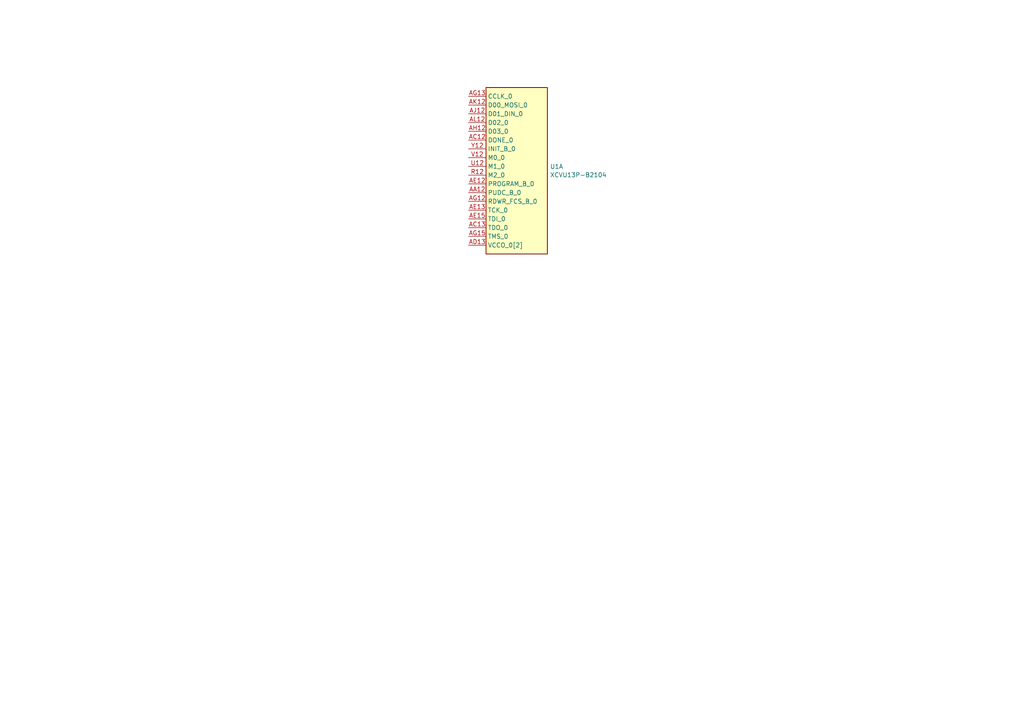
<source format=kicad_sch>
(kicad_sch (version 20231120) (generator "eeschema") (generator_version "8.0")
  (paper "A4")
  (lib_symbols
    (symbol "CHIPSAlliance_FPGA_Xilinx_Virtex_UltraScale_Plus:XCVU13P-B2104"
      (property "Reference" "U" (at -6.35 6.35 0))
      (property "Value" "XCVU13P-B2104" (at -6.35 3.81 0))
      (symbol "XCVU13P-B2104_1_1"
        (pin input line (at 0 -27.94 0) (length 5.08) (name "PUDC_B_0") (number "AA12"))
        (pin bidirectional line (at 0 -12.7 0) (length 5.08) (name "DONE_0") (number "AC12"))
        (pin output line (at 0 -38.1 0) (length 5.08) (name "TDO_0") (number "AC13"))
        (pin power_in line (at 0 -43.18 0) (length 5.08) (name "VCCO_0[2]") (number "AD13"))
        (pin input line (at 0 -25.4 0) (length 5.08) (name "PROGRAM_B_0") (number "AE12"))
        (pin input line (at 0 -33.02 0) (length 5.08) (name "TCK_0") (number "AE13"))
        (pin input line (at 0 -35.56 0) (length 5.08) (name "TDI_0") (number "AE15"))
        (pin passive line (at 0 -43.18 0) (length 5.08) hide (name "VCCO_0[2]") (number "AF13"))
        (pin bidirectional line (at 0 -30.48 0) (length 5.08) (name "RDWR_FCS_B_0") (number "AG12"))
        (pin bidirectional line (at 0 0 0) (length 5.08) (name "CCLK_0") (number "AG13"))
        (pin input line (at 0 -40.64 0) (length 5.08) (name "TMS_0") (number "AG15"))
        (pin bidirectional line (at 0 -10.16 0) (length 5.08) (name "D03_0") (number "AH12"))
        (pin bidirectional line (at 0 -5.08 0) (length 5.08) (name "D01_DIN_0") (number "AJ12"))
        (pin bidirectional line (at 0 -2.54 0) (length 5.08) (name "D00_MOSI_0") (number "AK12"))
        (pin bidirectional line (at 0 -7.62 0) (length 5.08) (name "D02_0") (number "AL12"))
        (pin input line (at 0 -22.86 0) (length 5.08) (name "M2_0") (number "R12"))
        (pin input line (at 0 -20.32 0) (length 5.08) (name "M1_0") (number "U12"))
        (pin input line (at 0 -17.78 0) (length 5.08) (name "M0_0") (number "V12"))
        (pin bidirectional line (at 0 -15.24 0) (length 5.08) (name "INIT_B_0") (number "Y12"))
      )
      (symbol "XCVU13P-B2104_2_1"
        (pin input line (at 0 -134.62 0) (length 5.08) (name "VREF_61") (number "AK30"))
        (pin bidirectional line (at 0 -119.38 0) (length 5.08) (name "IO_L24P_T3U_N10_61") (number "AL29"))
        (pin bidirectional line (at 0 -116.84 0) (length 5.08) (name "IO_L24N_T3U_N11_61") (number "AL30"))
        (pin bidirectional line (at 0 -109.22 0) (length 5.08) (name "IO_L22P_T3U_N6_DBC_AD0P_61") (number "AM29"))
        (pin bidirectional line (at 0 -106.68 0) (length 5.08) (name "IO_L22N_T3U_N7_DBC_AD0N_61") (number "AM30"))
        (pin bidirectional line (at 0 -114.3 0) (length 5.08) (name "IO_L23P_T3U_N8_61") (number "AM31"))
        (pin bidirectional line (at 0 -104.14 0) (length 5.08) (name "IO_L21P_T3L_N4_AD8P_61") (number "AN29"))
        (pin power_in line (at 0 -132.08 0) (length 5.08) (name "VCCO_61[6]") (number "AN30"))
        (pin bidirectional line (at 0 -111.76 0) (length 5.08) (name "IO_L23N_T3U_N9_61") (number "AN31"))
        (pin bidirectional line (at 0 -101.6 0) (length 5.08) (name "IO_L21N_T3L_N5_AD8N_61") (number "AP29"))
        (pin bidirectional line (at 0 -99.06 0) (length 5.08) (name "IO_L20P_T3L_N2_AD1P_61") (number "AP30"))
        (pin bidirectional line (at 0 -93.98 0) (length 5.08) (name "IO_L19P_T3L_N0_DBC_AD9P_61") (number "AP31"))
        (pin bidirectional line (at 0 -96.52 0) (length 5.08) (name "IO_L20N_T3L_N3_AD1N_61") (number "AR30"))
        (pin bidirectional line (at 0 -91.44 0) (length 5.08) (name "IO_L19N_T3L_N1_DBC_AD9N_61") (number "AR31"))
        (pin bidirectional line (at 0 -129.54 0) (length 5.08) (name "IO_T3U_N12_61") (number "AR32"))
        (pin bidirectional line (at 0 -88.9 0) (length 5.08) (name "IO_L18P_T2U_N10_AD2P_61") (number "AT29"))
        (pin bidirectional line (at 0 -86.36 0) (length 5.08) (name "IO_L18N_T2U_N11_AD2N_61") (number "AT30"))
        (pin passive line (at 0 -132.08 0) (length 5.08) hide (name "VCCO_61[6]") (number "AT31"))
        (pin bidirectional line (at 0 -127 0) (length 5.08) (name "IO_T2U_N12_61") (number "AT32"))
        (pin bidirectional line (at 0 -78.74 0) (length 5.08) (name "IO_L16P_T2U_N6_QBC_AD3P_61") (number "AU29"))
        (pin bidirectional line (at 0 -83.82 0) (length 5.08) (name "IO_L17P_T2U_N8_AD10P_61") (number "AU30"))
        (pin bidirectional line (at 0 -81.28 0) (length 5.08) (name "IO_L17N_T2U_N9_AD10N_61") (number "AU31"))
        (pin bidirectional line (at 0 -73.66 0) (length 5.08) (name "IO_L15P_T2L_N4_AD11P_61") (number "AU32"))
        (pin bidirectional line (at 0 -76.2 0) (length 5.08) (name "IO_L16N_T2U_N7_QBC_AD3N_61") (number "AV29"))
        (pin bidirectional line (at 0 -68.58 0) (length 5.08) (name "IO_L14P_T2L_N2_GC_61") (number "AV31"))
        (pin bidirectional line (at 0 -71.12 0) (length 5.08) (name "IO_L15N_T2L_N5_AD11N_61") (number "AV32"))
        (pin bidirectional line (at 0 -63.5 0) (length 5.08) (name "IO_L13P_T2L_N0_GC_QBC_61") (number "AW29"))
        (pin bidirectional line (at 0 -60.96 0) (length 5.08) (name "IO_L13N_T2L_N1_GC_QBC_61") (number "AW30"))
        (pin bidirectional line (at 0 -66.04 0) (length 5.08) (name "IO_L14N_T2L_N3_GC_61") (number "AW31"))
        (pin passive line (at 0 -132.08 0) (length 5.08) hide (name "VCCO_61[6]") (number "AW32"))
        (pin passive line (at 0 -132.08 0) (length 5.08) hide (name "VCCO_61[6]") (number "AY29"))
        (pin bidirectional line (at 0 -53.34 0) (length 5.08) (name "IO_L11P_T1U_N8_GC_61") (number "AY30"))
        (pin bidirectional line (at 0 -58.42 0) (length 5.08) (name "IO_L12P_T1U_N10_GC_61") (number "AY31"))
        (pin bidirectional line (at 0 -55.88 0) (length 5.08) (name "IO_L12N_T1U_N11_GC_61") (number "AY32"))
        (pin bidirectional line (at 0 -43.18 0) (length 5.08) (name "IO_L9P_T1L_N4_AD12P_61") (number "BA29"))
        (pin bidirectional line (at 0 -50.8 0) (length 5.08) (name "IO_L11N_T1U_N9_GC_61") (number "BA30"))
        (pin bidirectional line (at 0 -48.26 0) (length 5.08) (name "IO_L10P_T1U_N6_QBC_AD4P_61") (number "BA32"))
        (pin bidirectional line (at 0 -40.64 0) (length 5.08) (name "IO_L9N_T1L_N5_AD12N_61") (number "BB29"))
        (pin bidirectional line (at 0 -38.1 0) (length 5.08) (name "IO_L8P_T1L_N2_AD5P_61") (number "BB30"))
        (pin bidirectional line (at 0 -35.56 0) (length 5.08) (name "IO_L8N_T1L_N3_AD5N_61") (number "BB31"))
        (pin bidirectional line (at 0 -45.72 0) (length 5.08) (name "IO_L10N_T1U_N7_QBC_AD4N_61") (number "BB32"))
        (pin bidirectional line (at 0 -27.94 0) (length 5.08) (name "IO_L6P_T0U_N10_AD6P_61") (number "BC29"))
        (pin passive line (at 0 -132.08 0) (length 5.08) hide (name "VCCO_61[6]") (number "BC30"))
        (pin bidirectional line (at 0 -33.02 0) (length 5.08) (name "IO_L7P_T1L_N0_QBC_AD13P_61") (number "BC31"))
        (pin bidirectional line (at 0 -30.48 0) (length 5.08) (name "IO_L7N_T1L_N1_QBC_AD13N_61") (number "BC32"))
        (pin bidirectional line (at 0 -124.46 0) (length 5.08) (name "IO_T1U_N12_61") (number "BC33"))
        (pin bidirectional line (at 0 -25.4 0) (length 5.08) (name "IO_L6N_T0U_N11_AD6N_61") (number "BD29"))
        (pin bidirectional line (at 0 -17.78 0) (length 5.08) (name "IO_L4P_T0U_N6_DBC_AD7P_61") (number "BD30"))
        (pin bidirectional line (at 0 -15.24 0) (length 5.08) (name "IO_L4N_T0U_N7_DBC_AD7N_61") (number "BD31"))
        (pin bidirectional line (at 0 -22.86 0) (length 5.08) (name "IO_L5P_T0U_N8_AD14P_61") (number "BD33"))
        (pin bidirectional line (at 0 -12.7 0) (length 5.08) (name "IO_L3P_T0L_N4_AD15P_61") (number "BE30"))
        (pin bidirectional line (at 0 -7.62 0) (length 5.08) (name "IO_L2P_T0L_N2_61") (number "BE31"))
        (pin bidirectional line (at 0 -5.08 0) (length 5.08) (name "IO_L2N_T0L_N3_61") (number "BE32"))
        (pin bidirectional line (at 0 -20.32 0) (length 5.08) (name "IO_L5N_T0U_N9_AD14N_61") (number "BE33"))
        (pin bidirectional line (at 0 -10.16 0) (length 5.08) (name "IO_L3N_T0L_N5_AD15N_61") (number "BF30"))
        (pin passive line (at 0 -132.08 0) (length 5.08) hide (name "VCCO_61[6]") (number "BF31"))
        (pin bidirectional line (at 0 -2.54 0) (length 5.08) (name "IO_L1P_T0L_N0_DBC_61") (number "BF32"))
        (pin bidirectional line (at 0 0 0) (length 5.08) (name "IO_L1N_T0L_N1_DBC_61") (number "BF33"))
        (pin bidirectional line (at 0 -121.92 0) (length 5.08) (name "IO_T0U_N12_VRP_61") (number "BF34"))
      )
      (symbol "XCVU13P-B2104_3_1"
        (pin input line (at 0 -134.62 0) (length 5.08) (name "VREF_62") (number "AK33"))
        (pin bidirectional line (at 0 -114.3 0) (length 5.08) (name "IO_L23P_T3U_N8_62") (number "AL32"))
        (pin bidirectional line (at 0 -129.54 0) (length 5.08) (name "IO_T3U_N12_62") (number "AL33"))
        (pin bidirectional line (at 0 -119.38 0) (length 5.08) (name "IO_L24P_T3U_N10_62") (number "AL34"))
        (pin bidirectional line (at 0 -111.76 0) (length 5.08) (name "IO_L23N_T3U_N9_62") (number "AM32"))
        (pin power_in line (at 0 -132.08 0) (length 5.08) (name "VCCO_62[7]") (number "AM33"))
        (pin bidirectional line (at 0 -116.84 0) (length 5.08) (name "IO_L24N_T3U_N11_62") (number "AM34"))
        (pin bidirectional line (at 0 -109.22 0) (length 5.08) (name "IO_L22P_T3U_N6_DBC_AD0P_62") (number "AN32"))
        (pin bidirectional line (at 0 -106.68 0) (length 5.08) (name "IO_L22N_T3U_N7_DBC_AD0N_62") (number "AN33"))
        (pin bidirectional line (at 0 -104.14 0) (length 5.08) (name "IO_L21P_T3L_N4_AD8P_62") (number "AN34"))
        (pin bidirectional line (at 0 -99.06 0) (length 5.08) (name "IO_L20P_T3L_N2_AD1P_62") (number "AP33"))
        (pin bidirectional line (at 0 -101.6 0) (length 5.08) (name "IO_L21N_T3L_N5_AD8N_62") (number "AP34"))
        (pin bidirectional line (at 0 -96.52 0) (length 5.08) (name "IO_L20N_T3L_N3_AD1N_62") (number "AR33"))
        (pin passive line (at 0 -132.08 0) (length 5.08) hide (name "VCCO_62[7]") (number "AR34"))
        (pin bidirectional line (at 0 -93.98 0) (length 5.08) (name "IO_L19P_T3L_N0_DBC_AD9P_62") (number "AT33"))
        (pin bidirectional line (at 0 -91.44 0) (length 5.08) (name "IO_L19N_T3L_N1_DBC_AD9N_62") (number "AT34"))
        (pin bidirectional line (at 0 -127 0) (length 5.08) (name "IO_T2U_N12_62") (number "AU34"))
        (pin bidirectional line (at 0 -88.9 0) (length 5.08) (name "IO_L18P_T2U_N10_AD2P_62") (number "AV33"))
        (pin bidirectional line (at 0 -83.82 0) (length 5.08) (name "IO_L17P_T2U_N8_AD10P_62") (number "AV34"))
        (pin bidirectional line (at 0 -86.36 0) (length 5.08) (name "IO_L18N_T2U_N11_AD2N_62") (number "AW33"))
        (pin bidirectional line (at 0 -81.28 0) (length 5.08) (name "IO_L17N_T2U_N9_AD10N_62") (number "AW34"))
        (pin bidirectional line (at 0 -78.74 0) (length 5.08) (name "IO_L16P_T2U_N6_QBC_AD3P_62") (number "AW35"))
        (pin bidirectional line (at 0 -76.2 0) (length 5.08) (name "IO_L16N_T2U_N7_QBC_AD3N_62") (number "AW36"))
        (pin bidirectional line (at 0 -73.66 0) (length 5.08) (name "IO_L15P_T2L_N4_AD11P_62") (number "AY33"))
        (pin bidirectional line (at 0 -68.58 0) (length 5.08) (name "IO_L14P_T2L_N2_GC_62") (number "AY35"))
        (pin bidirectional line (at 0 -66.04 0) (length 5.08) (name "IO_L14N_T2L_N3_GC_62") (number "AY36"))
        (pin bidirectional line (at 0 -71.12 0) (length 5.08) (name "IO_L15N_T2L_N5_AD11N_62") (number "BA33"))
        (pin bidirectional line (at 0 -63.5 0) (length 5.08) (name "IO_L13P_T2L_N0_GC_QBC_62") (number "BA34"))
        (pin bidirectional line (at 0 -58.42 0) (length 5.08) (name "IO_L12P_T1U_N10_GC_62") (number "BA35"))
        (pin passive line (at 0 -132.08 0) (length 5.08) hide (name "VCCO_62[7]") (number "BA36"))
        (pin passive line (at 0 -132.08 0) (length 5.08) hide (name "VCCO_62[7]") (number "BB33"))
        (pin bidirectional line (at 0 -60.96 0) (length 5.08) (name "IO_L13N_T2L_N1_GC_QBC_62") (number "BB34"))
        (pin bidirectional line (at 0 -55.88 0) (length 5.08) (name "IO_L12N_T1U_N11_GC_62") (number "BB35"))
        (pin bidirectional line (at 0 -53.34 0) (length 5.08) (name "IO_L11P_T1U_N8_GC_62") (number "BB36"))
        (pin bidirectional line (at 0 -48.26 0) (length 5.08) (name "IO_L10P_T1U_N6_QBC_AD4P_62") (number "BB37"))
        (pin bidirectional line (at 0 -27.94 0) (length 5.08) (name "IO_L6P_T0U_N10_AD6P_62") (number "BB38"))
        (pin bidirectional line (at 0 -33.02 0) (length 5.08) (name "IO_L7P_T1L_N0_QBC_AD13P_62") (number "BC34"))
        (pin bidirectional line (at 0 -50.8 0) (length 5.08) (name "IO_L11N_T1U_N9_GC_62") (number "BC36"))
        (pin bidirectional line (at 0 -45.72 0) (length 5.08) (name "IO_L10N_T1U_N7_QBC_AD4N_62") (number "BC37"))
        (pin bidirectional line (at 0 -25.4 0) (length 5.08) (name "IO_L6N_T0U_N11_AD6N_62") (number "BC38"))
        (pin bidirectional line (at 0 -22.86 0) (length 5.08) (name "IO_L5P_T0U_N8_AD14P_62") (number "BC39"))
        (pin passive line (at 0 -132.08 0) (length 5.08) hide (name "VCCO_62[7]") (number "BC40"))
        (pin bidirectional line (at 0 -30.48 0) (length 5.08) (name "IO_L7N_T1L_N1_QBC_AD13N_62") (number "BD34"))
        (pin bidirectional line (at 0 -38.1 0) (length 5.08) (name "IO_L8P_T1L_N2_AD5P_62") (number "BD35"))
        (pin bidirectional line (at 0 -43.18 0) (length 5.08) (name "IO_L9P_T1L_N4_AD12P_62") (number "BD36"))
        (pin passive line (at 0 -132.08 0) (length 5.08) hide (name "VCCO_62[7]") (number "BD37"))
        (pin bidirectional line (at 0 -121.92 0) (length 5.08) (name "IO_T0U_N12_VRP_62") (number "BD38"))
        (pin bidirectional line (at 0 -20.32 0) (length 5.08) (name "IO_L5N_T0U_N9_AD14N_62") (number "BD39"))
        (pin bidirectional line (at 0 -17.78 0) (length 5.08) (name "IO_L4P_T0U_N6_DBC_AD7P_62") (number "BD40"))
        (pin passive line (at 0 -132.08 0) (length 5.08) hide (name "VCCO_62[7]") (number "BE34"))
        (pin bidirectional line (at 0 -35.56 0) (length 5.08) (name "IO_L8N_T1L_N3_AD5N_62") (number "BE35"))
        (pin bidirectional line (at 0 -40.64 0) (length 5.08) (name "IO_L9N_T1L_N5_AD12N_62") (number "BE36"))
        (pin bidirectional line (at 0 -12.7 0) (length 5.08) (name "IO_L3P_T0L_N4_AD15P_62") (number "BE37"))
        (pin bidirectional line (at 0 -7.62 0) (length 5.08) (name "IO_L2P_T0L_N2_62") (number "BE38"))
        (pin bidirectional line (at 0 -15.24 0) (length 5.08) (name "IO_L4N_T0U_N7_DBC_AD7N_62") (number "BE40"))
        (pin bidirectional line (at 0 -124.46 0) (length 5.08) (name "IO_T1U_N12_62") (number "BF35"))
        (pin bidirectional line (at 0 -10.16 0) (length 5.08) (name "IO_L3N_T0L_N5_AD15N_62") (number "BF37"))
        (pin bidirectional line (at 0 -5.08 0) (length 5.08) (name "IO_L2N_T0L_N3_62") (number "BF38"))
        (pin bidirectional line (at 0 -2.54 0) (length 5.08) (name "IO_L1P_T0L_N0_DBC_62") (number "BF39"))
        (pin bidirectional line (at 0 0 0) (length 5.08) (name "IO_L1N_T0L_N1_DBC_62") (number "BF40"))
      )
      (symbol "XCVU13P-B2104_4_1"
        (pin bidirectional line (at 0 -93.98 0) (length 5.08) (name "IO_L19P_T3L_N0_DBC_AD9P_63") (number "AA32"))
        (pin bidirectional line (at 0 -91.44 0) (length 5.08) (name "IO_L19N_T3L_N1_DBC_AD9N_63") (number "AA33"))
        (pin bidirectional line (at 0 -99.06 0) (length 5.08) (name "IO_L20P_T3L_N2_AD1P_63") (number "AA34"))
        (pin input line (at 0 -134.62 0) (length 5.08) (name "VREF_63") (number "AB31"))
        (pin bidirectional line (at 0 -129.54 0) (length 5.08) (name "IO_T3U_N12_63") (number "AB32"))
        (pin passive line (at 0 -132.08 0) (length 5.08) hide (name "VCCO_63[6]") (number "AB33"))
        (pin bidirectional line (at 0 -96.52 0) (length 5.08) (name "IO_L20N_T3L_N3_AD1N_63") (number "AB34"))
        (pin bidirectional line (at 0 -78.74 0) (length 5.08) (name "IO_L16P_T2U_N6_QBC_AD3P_63") (number "AC31"))
        (pin bidirectional line (at 0 -83.82 0) (length 5.08) (name "IO_L17P_T2U_N8_AD10P_63") (number "AC32"))
        (pin bidirectional line (at 0 -81.28 0) (length 5.08) (name "IO_L17N_T2U_N9_AD10N_63") (number "AC33"))
        (pin bidirectional line (at 0 -88.9 0) (length 5.08) (name "IO_L18P_T2U_N10_AD2P_63") (number "AC34"))
        (pin bidirectional line (at 0 -127 0) (length 5.08) (name "IO_T2U_N12_63") (number "AD30"))
        (pin bidirectional line (at 0 -76.2 0) (length 5.08) (name "IO_L16N_T2U_N7_QBC_AD3N_63") (number "AD31"))
        (pin bidirectional line (at 0 -68.58 0) (length 5.08) (name "IO_L14P_T2L_N2_GC_63") (number "AD33"))
        (pin bidirectional line (at 0 -86.36 0) (length 5.08) (name "IO_L18N_T2U_N11_AD2N_63") (number "AD34"))
        (pin bidirectional line (at 0 -73.66 0) (length 5.08) (name "IO_L15P_T2L_N4_AD11P_63") (number "AE30"))
        (pin bidirectional line (at 0 -63.5 0) (length 5.08) (name "IO_L13P_T2L_N0_GC_QBC_63") (number "AE31"))
        (pin bidirectional line (at 0 -60.96 0) (length 5.08) (name "IO_L13N_T2L_N1_GC_QBC_63") (number "AE32"))
        (pin bidirectional line (at 0 -66.04 0) (length 5.08) (name "IO_L14N_T2L_N3_GC_63") (number "AE33"))
        (pin passive line (at 0 -132.08 0) (length 5.08) hide (name "VCCO_63[6]") (number "AE34"))
        (pin bidirectional line (at 0 -71.12 0) (length 5.08) (name "IO_L15N_T2L_N5_AD11N_63") (number "AF30"))
        (pin passive line (at 0 -132.08 0) (length 5.08) hide (name "VCCO_63[6]") (number "AF31"))
        (pin bidirectional line (at 0 -58.42 0) (length 5.08) (name "IO_L12P_T1U_N10_GC_63") (number "AF32"))
        (pin bidirectional line (at 0 -55.88 0) (length 5.08) (name "IO_L12N_T1U_N11_GC_63") (number "AF33"))
        (pin bidirectional line (at 0 -43.18 0) (length 5.08) (name "IO_L9P_T1L_N4_AD12P_63") (number "AF34"))
        (pin bidirectional line (at 0 -22.86 0) (length 5.08) (name "IO_L5P_T0U_N8_AD14P_63") (number "AG29"))
        (pin bidirectional line (at 0 -20.32 0) (length 5.08) (name "IO_L5N_T0U_N9_AD14N_63") (number "AG30"))
        (pin bidirectional line (at 0 -53.34 0) (length 5.08) (name "IO_L11P_T1U_N8_GC_63") (number "AG31"))
        (pin bidirectional line (at 0 -50.8 0) (length 5.08) (name "IO_L11N_T1U_N9_GC_63") (number "AG32"))
        (pin bidirectional line (at 0 -40.64 0) (length 5.08) (name "IO_L9N_T1L_N5_AD12N_63") (number "AG34"))
        (pin bidirectional line (at 0 -17.78 0) (length 5.08) (name "IO_L4P_T0U_N6_DBC_AD7P_63") (number "AH28"))
        (pin bidirectional line (at 0 -15.24 0) (length 5.08) (name "IO_L4N_T0U_N7_DBC_AD7N_63") (number "AH29"))
        (pin bidirectional line (at 0 -48.26 0) (length 5.08) (name "IO_L10P_T1U_N6_QBC_AD4P_63") (number "AH31"))
        (pin bidirectional line (at 0 -45.72 0) (length 5.08) (name "IO_L10N_T1U_N7_QBC_AD4N_63") (number "AH32"))
        (pin bidirectional line (at 0 -38.1 0) (length 5.08) (name "IO_L8P_T1L_N2_AD5P_63") (number "AH33"))
        (pin bidirectional line (at 0 -33.02 0) (length 5.08) (name "IO_L7P_T1L_N0_QBC_AD13P_63") (number "AH34"))
        (pin bidirectional line (at 0 -2.54 0) (length 5.08) (name "IO_L1P_T0L_N0_DBC_63") (number "AJ27"))
        (pin bidirectional line (at 0 -7.62 0) (length 5.08) (name "IO_L2P_T0L_N2_63") (number "AJ28"))
        (pin bidirectional line (at 0 -12.7 0) (length 5.08) (name "IO_L3P_T0L_N4_AD15P_63") (number "AJ29"))
        (pin bidirectional line (at 0 -10.16 0) (length 5.08) (name "IO_L3N_T0L_N5_AD15N_63") (number "AJ30"))
        (pin bidirectional line (at 0 -27.94 0) (length 5.08) (name "IO_L6P_T0U_N10_AD6P_63") (number "AJ31"))
        (pin passive line (at 0 -132.08 0) (length 5.08) hide (name "VCCO_63[6]") (number "AJ32"))
        (pin bidirectional line (at 0 -35.56 0) (length 5.08) (name "IO_L8N_T1L_N3_AD5N_63") (number "AJ33"))
        (pin bidirectional line (at 0 -30.48 0) (length 5.08) (name "IO_L7N_T1L_N1_QBC_AD13N_63") (number "AJ34"))
        (pin bidirectional line (at 0 -121.92 0) (length 5.08) (name "IO_T0U_N12_VRP_63") (number "AK26"))
        (pin bidirectional line (at 0 0 0) (length 5.08) (name "IO_L1N_T0L_N1_DBC_63") (number "AK27"))
        (pin bidirectional line (at 0 -5.08 0) (length 5.08) (name "IO_L2N_T0L_N3_63") (number "AK28"))
        (pin passive line (at 0 -132.08 0) (length 5.08) hide (name "VCCO_63[6]") (number "AK29"))
        (pin bidirectional line (at 0 -25.4 0) (length 5.08) (name "IO_L6N_T0U_N11_AD6N_63") (number "AK31"))
        (pin bidirectional line (at 0 -124.46 0) (length 5.08) (name "IO_T1U_N12_63") (number "AK32"))
        (pin bidirectional line (at 0 -104.14 0) (length 5.08) (name "IO_L21P_T3L_N4_AD8P_63") (number "W30"))
        (pin bidirectional line (at 0 -109.22 0) (length 5.08) (name "IO_L22P_T3U_N6_DBC_AD0P_63") (number "W31"))
        (pin power_in line (at 0 -132.08 0) (length 5.08) (name "VCCO_63[6]") (number "W32"))
        (pin bidirectional line (at 0 -119.38 0) (length 5.08) (name "IO_L24P_T3U_N10_63") (number "W33"))
        (pin bidirectional line (at 0 -116.84 0) (length 5.08) (name "IO_L24N_T3U_N11_63") (number "W34"))
        (pin bidirectional line (at 0 -101.6 0) (length 5.08) (name "IO_L21N_T3L_N5_AD8N_63") (number "Y30"))
        (pin bidirectional line (at 0 -106.68 0) (length 5.08) (name "IO_L22N_T3U_N7_DBC_AD0N_63") (number "Y31"))
        (pin bidirectional line (at 0 -114.3 0) (length 5.08) (name "IO_L23P_T3U_N8_63") (number "Y32"))
        (pin bidirectional line (at 0 -111.76 0) (length 5.08) (name "IO_L23N_T3U_N9_63") (number "Y33"))
      )
      (symbol "XCVU13P-B2104_5_1"
        (pin bidirectional line (at 0 -119.38 0) (length 5.08) (name "IO_L24P_T3U_N10_64") (number "AL21"))
        (pin bidirectional line (at 0 -114.3 0) (length 5.08) (name "IO_L23P_T3U_N8_64") (number "AL22"))
        (pin input line (at 0 -134.62 0) (length 5.08) (name "VREF_64") (number "AL23"))
        (pin bidirectional line (at 0 -109.22 0) (length 5.08) (name "IO_L22P_T3U_N6_DBC_AD0P_64") (number "AL24"))
        (pin bidirectional line (at 0 -116.84 0) (length 5.08) (name "IO_L24N_T3U_N11_64") (number "AM21"))
        (pin bidirectional line (at 0 -111.76 0) (length 5.08) (name "IO_L23N_T3U_N9_64") (number "AM22"))
        (pin power_in line (at 0 -132.08 0) (length 5.08) (name "VCCO_64[8]") (number "AM23"))
        (pin bidirectional line (at 0 -106.68 0) (length 5.08) (name "IO_L22N_T3U_N7_DBC_AD0N_64") (number "AM24"))
        (pin bidirectional line (at 0 -91.44 0) (length 5.08) (name "IO_L19N_T3L_N1_DBC_AD9N_64") (number "AN21"))
        (pin bidirectional line (at 0 -93.98 0) (length 5.08) (name "IO_L19P_T3L_N0_DBC_AD9P_64") (number "AN22"))
        (pin bidirectional line (at 0 -99.06 0) (length 5.08) (name "IO_L20P_T3L_N2_AD1P_64") (number "AN23"))
        (pin bidirectional line (at 0 -104.14 0) (length 5.08) (name "IO_L21P_T3L_N4_AD8P_64") (number "AN24"))
        (pin bidirectional line (at 0 -129.54 0) (length 5.08) (name "IO_T3U_N12_64") (number "AP21"))
        (pin bidirectional line (at 0 -96.52 0) (length 5.08) (name "IO_L20N_T3L_N3_AD1N_64") (number "AP23"))
        (pin bidirectional line (at 0 -101.6 0) (length 5.08) (name "IO_L21N_T3L_N5_AD8N_64") (number "AP24"))
        (pin bidirectional line (at 0 -127 0) (length 5.08) (name "IO_T2U_N12_64") (number "AR21"))
        (pin bidirectional line (at 0 -78.74 0) (length 5.08) (name "IO_L16P_T2U_N6_QBC_AD3P_64") (number "AR22"))
        (pin bidirectional line (at 0 -83.82 0) (length 5.08) (name "IO_L17P_T2U_N8_AD10P_64") (number "AR23"))
        (pin passive line (at 0 -132.08 0) (length 5.08) hide (name "VCCO_64[8]") (number "AR24"))
        (pin passive line (at 0 -132.08 0) (length 5.08) hide (name "VCCO_64[8]") (number "AT21"))
        (pin bidirectional line (at 0 -76.2 0) (length 5.08) (name "IO_L16N_T2U_N7_QBC_AD3N_64") (number "AT22"))
        (pin bidirectional line (at 0 -81.28 0) (length 5.08) (name "IO_L17N_T2U_N9_AD10N_64") (number "AT23"))
        (pin bidirectional line (at 0 -88.9 0) (length 5.08) (name "IO_L18P_T2U_N10_AD2P_64") (number "AT24"))
        (pin bidirectional line (at 0 -73.66 0) (length 5.08) (name "IO_L15P_T2L_N4_AD11P_64") (number "AU22"))
        (pin bidirectional line (at 0 -86.36 0) (length 5.08) (name "IO_L18N_T2U_N11_AD2N_64") (number "AU24"))
        (pin bidirectional line (at 0 -71.12 0) (length 5.08) (name "IO_L15N_T2L_N5_AD11N_64") (number "AV22"))
        (pin bidirectional line (at 0 -63.5 0) (length 5.08) (name "IO_L13P_T2L_N0_GC_QBC_64") (number "AV23"))
        (pin bidirectional line (at 0 -68.58 0) (length 5.08) (name "IO_L14P_T2L_N2_GC_64") (number "AV24"))
        (pin passive line (at 0 -132.08 0) (length 5.08) hide (name "VCCO_64[8]") (number "AW22"))
        (pin bidirectional line (at 0 -60.96 0) (length 5.08) (name "IO_L13N_T2L_N1_GC_QBC_64") (number "AW23"))
        (pin bidirectional line (at 0 -66.04 0) (length 5.08) (name "IO_L14N_T2L_N3_GC_64") (number "AW24"))
        (pin bidirectional line (at 0 -53.34 0) (length 5.08) (name "IO_L11P_T1U_N8_GC_64") (number "AY22"))
        (pin bidirectional line (at 0 -58.42 0) (length 5.08) (name "IO_L12P_T1U_N10_GC_64") (number "AY23"))
        (pin bidirectional line (at 0 -33.02 0) (length 5.08) (name "IO_L7P_T1L_N0_QBC_AD13P_64") (number "BA20"))
        (pin bidirectional line (at 0 -50.8 0) (length 5.08) (name "IO_L11N_T1U_N9_GC_64") (number "BA22"))
        (pin bidirectional line (at 0 -55.88 0) (length 5.08) (name "IO_L12N_T1U_N11_GC_64") (number "BA23"))
        (pin bidirectional line (at 0 -48.26 0) (length 5.08) (name "IO_L10P_T1U_N6_QBC_AD4P_64") (number "BA24"))
        (pin bidirectional line (at 0 -30.48 0) (length 5.08) (name "IO_L7N_T1L_N1_QBC_AD13N_64") (number "BB20"))
        (pin bidirectional line (at 0 -38.1 0) (length 5.08) (name "IO_L8P_T1L_N2_AD5P_64") (number "BB21"))
        (pin bidirectional line (at 0 -43.18 0) (length 5.08) (name "IO_L9P_T1L_N4_AD12P_64") (number "BB22"))
        (pin passive line (at 0 -132.08 0) (length 5.08) hide (name "VCCO_64[8]") (number "BB23"))
        (pin bidirectional line (at 0 -45.72 0) (length 5.08) (name "IO_L10N_T1U_N7_QBC_AD4N_64") (number "BB24"))
        (pin passive line (at 0 -132.08 0) (length 5.08) hide (name "VCCO_64[8]") (number "BC20"))
        (pin bidirectional line (at 0 -35.56 0) (length 5.08) (name "IO_L8N_T1L_N3_AD5N_64") (number "BC21"))
        (pin bidirectional line (at 0 -40.64 0) (length 5.08) (name "IO_L9N_T1L_N5_AD12N_64") (number "BC22"))
        (pin bidirectional line (at 0 -124.46 0) (length 5.08) (name "IO_T1U_N12_64") (number "BC23"))
        (pin bidirectional line (at 0 -12.7 0) (length 5.08) (name "IO_L3P_T0L_N4_AD15P_64") (number "BC24"))
        (pin bidirectional line (at 0 -27.94 0) (length 5.08) (name "IO_L6P_T0U_N10_AD6P_64") (number "BD20"))
        (pin bidirectional line (at 0 -22.86 0) (length 5.08) (name "IO_L5P_T0U_N8_AD14P_64") (number "BD21"))
        (pin bidirectional line (at 0 -7.62 0) (length 5.08) (name "IO_L2P_T0L_N2_64") (number "BD23"))
        (pin bidirectional line (at 0 -10.16 0) (length 5.08) (name "IO_L3N_T0L_N5_AD15N_64") (number "BD24"))
        (pin bidirectional line (at 0 -25.4 0) (length 5.08) (name "IO_L6N_T0U_N11_AD6N_64") (number "BE20"))
        (pin bidirectional line (at 0 -20.32 0) (length 5.08) (name "IO_L5N_T0U_N9_AD14N_64") (number "BE21"))
        (pin bidirectional line (at 0 -17.78 0) (length 5.08) (name "IO_L4P_T0U_N6_DBC_AD7P_64") (number "BE22"))
        (pin bidirectional line (at 0 -5.08 0) (length 5.08) (name "IO_L2N_T0L_N3_64") (number "BE23"))
        (pin passive line (at 0 -132.08 0) (length 5.08) hide (name "VCCO_64[8]") (number "BE24"))
        (pin bidirectional line (at 0 -121.92 0) (length 5.08) (name "IO_T0U_N12_VRP_64") (number "BF20"))
        (pin passive line (at 0 -132.08 0) (length 5.08) hide (name "VCCO_64[8]") (number "BF21"))
        (pin bidirectional line (at 0 -15.24 0) (length 5.08) (name "IO_L4N_T0U_N7_DBC_AD7N_64") (number "BF22"))
        (pin bidirectional line (at 0 0 0) (length 5.08) (name "IO_L1N_T0L_N1_DBC_64") (number "BF23"))
        (pin bidirectional line (at 0 -2.54 0) (length 5.08) (name "IO_L1P_T0L_N0_DBC_64") (number "BF24"))
      )
      (symbol "XCVU13P-B2104_6_1"
        (pin input line (at 0 -134.62 0) (length 5.08) (name "VREF_65") (number "AK25"))
        (pin bidirectional line (at 0 -104.14 0) (length 5.08) (name "IO_L21P_T3L_N4_AD8P_D06_65") (number "AL25"))
        (pin power_in line (at 0 -132.08 0) (length 5.08) (name "VCCO_65[6]") (number "AL26"))
        (pin bidirectional line (at 0 -119.38 0) (length 5.08) (name "IO_L24P_T3U_N10_EMCCLK_65") (number "AL27"))
        (pin bidirectional line (at 0 -116.84 0) (length 5.08) (name "IO_L24N_T3U_N11_DOUT_CSO_B_65") (number "AL28"))
        (pin bidirectional line (at 0 -101.6 0) (length 5.08) (name "IO_L21N_T3L_N5_AD8N_D07_65") (number "AM25"))
        (pin bidirectional line (at 0 -109.22 0) (length 5.08) (name "IO_L22P_T3U_N6_DBC_AD0P_D04_65") (number "AM26"))
        (pin bidirectional line (at 0 -114.3 0) (length 5.08) (name "IO_L23P_T3U_N8_I2C_SCLK_65") (number "AM27"))
        (pin bidirectional line (at 0 -106.68 0) (length 5.08) (name "IO_L22N_T3U_N7_DBC_AD0N_D05_65") (number "AN26"))
        (pin bidirectional line (at 0 -111.76 0) (length 5.08) (name "IO_L23N_T3U_N9_PERSTN1_I2C_SDA_65") (number "AN27"))
        (pin bidirectional line (at 0 -99.06 0) (length 5.08) (name "IO_L20P_T3L_N2_AD1P_D08_65") (number "AN28"))
        (pin bidirectional line (at 0 -93.98 0) (length 5.08) (name "IO_L19P_T3L_N0_DBC_AD9P_D10_65") (number "AP25"))
        (pin bidirectional line (at 0 -91.44 0) (length 5.08) (name "IO_L19N_T3L_N1_DBC_AD9N_D11_65") (number "AP26"))
        (pin passive line (at 0 -132.08 0) (length 5.08) hide (name "VCCO_65[6]") (number "AP27"))
        (pin bidirectional line (at 0 -96.52 0) (length 5.08) (name "IO_L20N_T3L_N3_AD1N_D09_65") (number "AP28"))
        (pin bidirectional line (at 0 -78.74 0) (length 5.08) (name "IO_L16P_T2U_N6_QBC_AD3P_A00_D16_65") (number "AR25"))
        (pin bidirectional line (at 0 -129.54 0) (length 5.08) (name "IO_T3U_N12_PERSTN0_65") (number "AR26"))
        (pin bidirectional line (at 0 -83.82 0) (length 5.08) (name "IO_L17P_T2U_N8_AD10P_D14_65") (number "AR27"))
        (pin bidirectional line (at 0 -88.9 0) (length 5.08) (name "IO_L18P_T2U_N10_AD2P_D12_65") (number "AR28"))
        (pin bidirectional line (at 0 -76.2 0) (length 5.08) (name "IO_L16N_T2U_N7_QBC_AD3N_A01_D17_65") (number "AT25"))
        (pin bidirectional line (at 0 -81.28 0) (length 5.08) (name "IO_L17N_T2U_N9_AD10N_D15_65") (number "AT27"))
        (pin bidirectional line (at 0 -86.36 0) (length 5.08) (name "IO_L18N_T2U_N11_AD2N_D13_65") (number "AT28"))
        (pin bidirectional line (at 0 -127 0) (length 5.08) (name "IO_T2U_N12_CSI_ADV_B_65") (number "AU25"))
        (pin bidirectional line (at 0 -73.66 0) (length 5.08) (name "IO_L15P_T2L_N4_AD11P_A02_D18_65") (number "AU26"))
        (pin bidirectional line (at 0 -71.12 0) (length 5.08) (name "IO_L15N_T2L_N5_AD11N_A03_D19_65") (number "AU27"))
        (pin passive line (at 0 -132.08 0) (length 5.08) hide (name "VCCO_65[6]") (number "AU28"))
        (pin passive line (at 0 -132.08 0) (length 5.08) hide (name "VCCO_65[6]") (number "AV25"))
        (pin bidirectional line (at 0 -63.5 0) (length 5.08) (name "IO_L13P_T2L_N0_GC_QBC_A06_D22_65") (number "AV26"))
        (pin bidirectional line (at 0 -68.58 0) (length 5.08) (name "IO_L14P_T2L_N2_GC_A04_D20_65") (number "AV27"))
        (pin bidirectional line (at 0 -66.04 0) (length 5.08) (name "IO_L14N_T2L_N3_GC_A05_D21_65") (number "AV28"))
        (pin bidirectional line (at 0 -48.26 0) (length 5.08) (name "IO_L10P_T1U_N6_QBC_AD4P_A12_D28_65") (number "AW25"))
        (pin bidirectional line (at 0 -60.96 0) (length 5.08) (name "IO_L13N_T2L_N1_GC_QBC_A07_D23_65") (number "AW26"))
        (pin bidirectional line (at 0 -58.42 0) (length 5.08) (name "IO_L12P_T1U_N10_GC_A08_D24_65") (number "AW28"))
        (pin bidirectional line (at 0 -45.72 0) (length 5.08) (name "IO_L10N_T1U_N7_QBC_AD4N_A13_D29_65") (number "AY25"))
        (pin bidirectional line (at 0 -53.34 0) (length 5.08) (name "IO_L11P_T1U_N8_GC_A10_D26_65") (number "AY26"))
        (pin bidirectional line (at 0 -50.8 0) (length 5.08) (name "IO_L11N_T1U_N9_GC_A11_D27_65") (number "AY27"))
        (pin bidirectional line (at 0 -55.88 0) (length 5.08) (name "IO_L12N_T1U_N11_GC_A09_D25_65") (number "AY28"))
        (pin bidirectional line (at 0 -33.02 0) (length 5.08) (name "IO_L7P_T1L_N0_QBC_AD13P_A18_65") (number "BA25"))
        (pin passive line (at 0 -132.08 0) (length 5.08) hide (name "VCCO_65[6]") (number "BA26"))
        (pin bidirectional line (at 0 -43.18 0) (length 5.08) (name "IO_L9P_T1L_N4_AD12P_A14_D30_65") (number "BA27"))
        (pin bidirectional line (at 0 -40.64 0) (length 5.08) (name "IO_L9N_T1L_N5_AD12N_A15_D31_65") (number "BA28"))
        (pin bidirectional line (at 0 -30.48 0) (length 5.08) (name "IO_L7N_T1L_N1_QBC_AD13N_A19_65") (number "BB25"))
        (pin bidirectional line (at 0 -38.1 0) (length 5.08) (name "IO_L8P_T1L_N2_AD5P_A16_65") (number "BB26"))
        (pin bidirectional line (at 0 -35.56 0) (length 5.08) (name "IO_L8N_T1L_N3_AD5N_A17_65") (number "BB27"))
        (pin bidirectional line (at 0 -27.94 0) (length 5.08) (name "IO_L6P_T0U_N10_AD6P_A20_65") (number "BC26"))
        (pin bidirectional line (at 0 -25.4 0) (length 5.08) (name "IO_L6N_T0U_N11_AD6N_A21_65") (number "BC27"))
        (pin bidirectional line (at 0 -124.46 0) (length 5.08) (name "IO_T1U_N12_SMBALERT_65") (number "BC28"))
        (pin bidirectional line (at 0 -121.92 0) (length 5.08) (name "IO_T0U_N12_VRP_A28_65") (number "BD25"))
        (pin bidirectional line (at 0 -17.78 0) (length 5.08) (name "IO_L4P_T0U_N6_DBC_AD7P_A24_65") (number "BD26"))
        (pin passive line (at 0 -132.08 0) (length 5.08) hide (name "VCCO_65[6]") (number "BD27"))
        (pin bidirectional line (at 0 -12.7 0) (length 5.08) (name "IO_L3P_T0L_N4_AD15P_A26_65") (number "BD28"))
        (pin bidirectional line (at 0 -22.86 0) (length 5.08) (name "IO_L5P_T0U_N8_AD14P_A22_65") (number "BE25"))
        (pin bidirectional line (at 0 -15.24 0) (length 5.08) (name "IO_L4N_T0U_N7_DBC_AD7N_A25_65") (number "BE26"))
        (pin bidirectional line (at 0 -7.62 0) (length 5.08) (name "IO_L2P_T0L_N2_FOE_B_65") (number "BE27"))
        (pin bidirectional line (at 0 -10.16 0) (length 5.08) (name "IO_L3N_T0L_N5_AD15N_A27_65") (number "BE28"))
        (pin bidirectional line (at 0 -20.32 0) (length 5.08) (name "IO_L5N_T0U_N9_AD14N_A23_65") (number "BF25"))
        (pin bidirectional line (at 0 -5.08 0) (length 5.08) (name "IO_L2N_T0L_N3_FWE_FCS2_B_65") (number "BF27"))
        (pin bidirectional line (at 0 -2.54 0) (length 5.08) (name "IO_L1P_T0L_N0_DBC_RS0_65") (number "BF28"))
        (pin bidirectional line (at 0 0 0) (length 5.08) (name "IO_L1N_T0L_N1_DBC_RS1_65") (number "BF29"))
      )
      (symbol "XCVU13P-B2104_7_1"
        (pin power_in line (at 0 -132.08 0) (length 5.08) (name "VCCO_66[6]") (number "AL16"))
        (pin bidirectional line (at 0 -109.22 0) (length 5.08) (name "IO_L22P_T3U_N6_DBC_AD0P_66") (number "AL17"))
        (pin input line (at 0 -134.62 0) (length 5.08) (name "VREF_66") (number "AL18"))
        (pin bidirectional line (at 0 -114.3 0) (length 5.08) (name "IO_L23P_T3U_N8_66") (number "AL19"))
        (pin bidirectional line (at 0 -119.38 0) (length 5.08) (name "IO_L24P_T3U_N10_66") (number "AL20"))
        (pin bidirectional line (at 0 -104.14 0) (length 5.08) (name "IO_L21P_T3L_N4_AD8P_66") (number "AM16"))
        (pin bidirectional line (at 0 -106.68 0) (length 5.08) (name "IO_L22N_T3U_N7_DBC_AD0N_66") (number "AM17"))
        (pin bidirectional line (at 0 -111.76 0) (length 5.08) (name "IO_L23N_T3U_N9_66") (number "AM19"))
        (pin bidirectional line (at 0 -116.84 0) (length 5.08) (name "IO_L24N_T3U_N11_66") (number "AM20"))
        (pin bidirectional line (at 0 -101.6 0) (length 5.08) (name "IO_L21N_T3L_N5_AD8N_66") (number "AN16"))
        (pin bidirectional line (at 0 -91.44 0) (length 5.08) (name "IO_L19N_T3L_N1_DBC_AD9N_66") (number "AN17"))
        (pin bidirectional line (at 0 -93.98 0) (length 5.08) (name "IO_L19P_T3L_N0_DBC_AD9P_66") (number "AN18"))
        (pin bidirectional line (at 0 -99.06 0) (length 5.08) (name "IO_L20P_T3L_N2_AD1P_66") (number "AN19"))
        (pin passive line (at 0 -132.08 0) (length 5.08) hide (name "VCCO_66[6]") (number "AN20"))
        (pin bidirectional line (at 0 -129.54 0) (length 5.08) (name "IO_T3U_N12_66") (number "AP16"))
        (pin passive line (at 0 -132.08 0) (length 5.08) hide (name "VCCO_66[6]") (number "AP17"))
        (pin bidirectional line (at 0 -83.82 0) (length 5.08) (name "IO_L17P_T2U_N8_AD10P_66") (number "AP18"))
        (pin bidirectional line (at 0 -96.52 0) (length 5.08) (name "IO_L20N_T3L_N3_AD1N_66") (number "AP19"))
        (pin bidirectional line (at 0 -88.9 0) (length 5.08) (name "IO_L18P_T2U_N10_AD2P_66") (number "AP20"))
        (pin bidirectional line (at 0 -78.74 0) (length 5.08) (name "IO_L16P_T2U_N6_QBC_AD3P_66") (number "AR17"))
        (pin bidirectional line (at 0 -81.28 0) (length 5.08) (name "IO_L17N_T2U_N9_AD10N_66") (number "AR18"))
        (pin bidirectional line (at 0 -86.36 0) (length 5.08) (name "IO_L18N_T2U_N11_AD2N_66") (number "AR20"))
        (pin bidirectional line (at 0 -76.2 0) (length 5.08) (name "IO_L16N_T2U_N7_QBC_AD3N_66") (number "AT17"))
        (pin bidirectional line (at 0 -73.66 0) (length 5.08) (name "IO_L15P_T2L_N4_AD11P_66") (number "AT18"))
        (pin bidirectional line (at 0 -63.5 0) (length 5.08) (name "IO_L13P_T2L_N0_GC_QBC_66") (number "AT19"))
        (pin bidirectional line (at 0 -68.58 0) (length 5.08) (name "IO_L14P_T2L_N2_GC_66") (number "AT20"))
        (pin bidirectional line (at 0 -71.12 0) (length 5.08) (name "IO_L15N_T2L_N5_AD11N_66") (number "AU17"))
        (pin passive line (at 0 -132.08 0) (length 5.08) hide (name "VCCO_66[6]") (number "AU18"))
        (pin bidirectional line (at 0 -60.96 0) (length 5.08) (name "IO_L13N_T2L_N1_GC_QBC_66") (number "AU19"))
        (pin bidirectional line (at 0 -66.04 0) (length 5.08) (name "IO_L14N_T2L_N3_GC_66") (number "AU20"))
        (pin bidirectional line (at 0 -127 0) (length 5.08) (name "IO_T2U_N12_66") (number "AU21"))
        (pin bidirectional line (at 0 -124.46 0) (length 5.08) (name "IO_T1U_N12_66") (number "AV17"))
        (pin bidirectional line (at 0 -53.34 0) (length 5.08) (name "IO_L11P_T1U_N8_GC_66") (number "AV18"))
        (pin bidirectional line (at 0 -58.42 0) (length 5.08) (name "IO_L12P_T1U_N10_GC_66") (number "AV19"))
        (pin bidirectional line (at 0 -48.26 0) (length 5.08) (name "IO_L10P_T1U_N6_QBC_AD4P_66") (number "AV21"))
        (pin bidirectional line (at 0 -50.8 0) (length 5.08) (name "IO_L11N_T1U_N9_GC_66") (number "AW18"))
        (pin bidirectional line (at 0 -55.88 0) (length 5.08) (name "IO_L12N_T1U_N11_GC_66") (number "AW19"))
        (pin bidirectional line (at 0 -43.18 0) (length 5.08) (name "IO_L9P_T1L_N4_AD12P_66") (number "AW20"))
        (pin bidirectional line (at 0 -45.72 0) (length 5.08) (name "IO_L10N_T1U_N7_QBC_AD4N_66") (number "AW21"))
        (pin bidirectional line (at 0 -33.02 0) (length 5.08) (name "IO_L7P_T1L_N0_QBC_AD13P_66") (number "AY17"))
        (pin bidirectional line (at 0 -38.1 0) (length 5.08) (name "IO_L8P_T1L_N2_AD5P_66") (number "AY18"))
        (pin passive line (at 0 -132.08 0) (length 5.08) hide (name "VCCO_66[6]") (number "AY19"))
        (pin bidirectional line (at 0 -40.64 0) (length 5.08) (name "IO_L9N_T1L_N5_AD12N_66") (number "AY20"))
        (pin bidirectional line (at 0 -30.48 0) (length 5.08) (name "IO_L7N_T1L_N1_QBC_AD13N_66") (number "BA17"))
        (pin bidirectional line (at 0 -35.56 0) (length 5.08) (name "IO_L8N_T1L_N3_AD5N_66") (number "BA18"))
        (pin bidirectional line (at 0 -121.92 0) (length 5.08) (name "IO_T0U_N12_VRP_66") (number "BA19"))
        (pin bidirectional line (at 0 -22.86 0) (length 5.08) (name "IO_L5P_T0U_N8_AD14P_66") (number "BB17"))
        (pin bidirectional line (at 0 -27.94 0) (length 5.08) (name "IO_L6P_T0U_N10_AD6P_66") (number "BB19"))
        (pin bidirectional line (at 0 -20.32 0) (length 5.08) (name "IO_L5N_T0U_N9_AD14N_66") (number "BC17"))
        (pin bidirectional line (at 0 -25.4 0) (length 5.08) (name "IO_L6N_T0U_N11_AD6N_66") (number "BC18"))
        (pin bidirectional line (at 0 -17.78 0) (length 5.08) (name "IO_L4P_T0U_N6_DBC_AD7P_66") (number "BC19"))
        (pin passive line (at 0 -132.08 0) (length 5.08) hide (name "VCCO_66[6]") (number "BD17"))
        (pin bidirectional line (at 0 -12.7 0) (length 5.08) (name "IO_L3P_T0L_N4_AD15P_66") (number "BD18"))
        (pin bidirectional line (at 0 -15.24 0) (length 5.08) (name "IO_L4N_T0U_N7_DBC_AD7N_66") (number "BD19"))
        (pin bidirectional line (at 0 -2.54 0) (length 5.08) (name "IO_L1P_T0L_N0_DBC_66") (number "BE17"))
        (pin bidirectional line (at 0 -10.16 0) (length 5.08) (name "IO_L3N_T0L_N5_AD15N_66") (number "BE18"))
        (pin bidirectional line (at 0 0 0) (length 5.08) (name "IO_L1N_T0L_N1_DBC_66") (number "BF17"))
        (pin bidirectional line (at 0 -5.08 0) (length 5.08) (name "IO_L2N_T0L_N3_66") (number "BF18"))
        (pin bidirectional line (at 0 -7.62 0) (length 5.08) (name "IO_L2P_T0L_N2_66") (number "BF19"))
      )
      (symbol "XCVU13P-B2104_8_1"
        (pin input line (at 0 -134.62 0) (length 5.08) (name "VREF_67") (number "AL13"))
        (pin bidirectional line (at 0 -119.38 0) (length 5.08) (name "IO_L24P_T3U_N10_67") (number "AL14"))
        (pin bidirectional line (at 0 -114.3 0) (length 5.08) (name "IO_L23P_T3U_N8_67") (number "AL15"))
        (pin power_in line (at 0 -132.08 0) (length 5.08) (name "VCCO_67[6]") (number "AM13"))
        (pin bidirectional line (at 0 -116.84 0) (length 5.08) (name "IO_L24N_T3U_N11_67") (number "AM14"))
        (pin bidirectional line (at 0 -111.76 0) (length 5.08) (name "IO_L23N_T3U_N9_67") (number "AM15"))
        (pin bidirectional line (at 0 -101.6 0) (length 5.08) (name "IO_L21N_T3L_N5_AD8N_67") (number "AN13"))
        (pin bidirectional line (at 0 -104.14 0) (length 5.08) (name "IO_L21P_T3L_N4_AD8P_67") (number "AN14"))
        (pin bidirectional line (at 0 -109.22 0) (length 5.08) (name "IO_L22P_T3U_N6_DBC_AD0P_67") (number "AP13"))
        (pin bidirectional line (at 0 -96.52 0) (length 5.08) (name "IO_L20N_T3L_N3_AD1N_67") (number "AP14"))
        (pin bidirectional line (at 0 -99.06 0) (length 5.08) (name "IO_L20P_T3L_N2_AD1P_67") (number "AP15"))
        (pin bidirectional line (at 0 -106.68 0) (length 5.08) (name "IO_L22N_T3U_N7_DBC_AD0N_67") (number "AR13"))
        (pin passive line (at 0 -132.08 0) (length 5.08) hide (name "VCCO_67[6]") (number "AR14"))
        (pin bidirectional line (at 0 -91.44 0) (length 5.08) (name "IO_L19N_T3L_N1_DBC_AD9N_67") (number "AR15"))
        (pin bidirectional line (at 0 -93.98 0) (length 5.08) (name "IO_L19P_T3L_N0_DBC_AD9P_67") (number "AR16"))
        (pin bidirectional line (at 0 -129.54 0) (length 5.08) (name "IO_T3U_N12_67") (number "AT13"))
        (pin bidirectional line (at 0 -127 0) (length 5.08) (name "IO_T2U_N12_67") (number "AT14"))
        (pin bidirectional line (at 0 -83.82 0) (length 5.08) (name "IO_L17P_T2U_N8_AD10P_67") (number "AT15"))
        (pin bidirectional line (at 0 -73.66 0) (length 5.08) (name "IO_L15P_T2L_N4_AD11P_67") (number "AU13"))
        (pin bidirectional line (at 0 -78.74 0) (length 5.08) (name "IO_L16P_T2U_N6_QBC_AD3P_67") (number "AU14"))
        (pin bidirectional line (at 0 -81.28 0) (length 5.08) (name "IO_L17N_T2U_N9_AD10N_67") (number "AU15"))
        (pin bidirectional line (at 0 -88.9 0) (length 5.08) (name "IO_L18P_T2U_N10_AD2P_67") (number "AU16"))
        (pin bidirectional line (at 0 -71.12 0) (length 5.08) (name "IO_L15N_T2L_N5_AD11N_67") (number "AV13"))
        (pin bidirectional line (at 0 -76.2 0) (length 5.08) (name "IO_L16N_T2U_N7_QBC_AD3N_67") (number "AV14"))
        (pin passive line (at 0 -132.08 0) (length 5.08) hide (name "VCCO_67[6]") (number "AV15"))
        (pin bidirectional line (at 0 -86.36 0) (length 5.08) (name "IO_L18N_T2U_N11_AD2N_67") (number "AV16"))
        (pin bidirectional line (at 0 -60.96 0) (length 5.08) (name "IO_L13N_T2L_N1_GC_QBC_67") (number "AW13"))
        (pin bidirectional line (at 0 -63.5 0) (length 5.08) (name "IO_L13P_T2L_N0_GC_QBC_67") (number "AW14"))
        (pin bidirectional line (at 0 -66.04 0) (length 5.08) (name "IO_L14N_T2L_N3_GC_67") (number "AW15"))
        (pin bidirectional line (at 0 -68.58 0) (length 5.08) (name "IO_L14P_T2L_N2_GC_67") (number "AW16"))
        (pin bidirectional line (at 0 -35.56 0) (length 5.08) (name "IO_L8N_T1L_N3_AD5N_67") (number "AY11"))
        (pin bidirectional line (at 0 -38.1 0) (length 5.08) (name "IO_L8P_T1L_N2_AD5P_67") (number "AY12"))
        (pin bidirectional line (at 0 -58.42 0) (length 5.08) (name "IO_L12P_T1U_N10_GC_67") (number "AY13"))
        (pin bidirectional line (at 0 -40.64 0) (length 5.08) (name "IO_L9N_T1L_N5_AD12N_67") (number "AY15"))
        (pin bidirectional line (at 0 -43.18 0) (length 5.08) (name "IO_L9P_T1L_N4_AD12P_67") (number "AY16"))
        (pin bidirectional line (at 0 -33.02 0) (length 5.08) (name "IO_L7P_T1L_N0_QBC_AD13P_67") (number "BA12"))
        (pin bidirectional line (at 0 -55.88 0) (length 5.08) (name "IO_L12N_T1U_N11_GC_67") (number "BA13"))
        (pin bidirectional line (at 0 -50.8 0) (length 5.08) (name "IO_L11N_T1U_N9_GC_67") (number "BA14"))
        (pin bidirectional line (at 0 -53.34 0) (length 5.08) (name "IO_L11P_T1U_N8_GC_67") (number "BA15"))
        (pin passive line (at 0 -132.08 0) (length 5.08) hide (name "VCCO_67[6]") (number "BA16"))
        (pin bidirectional line (at 0 -30.48 0) (length 5.08) (name "IO_L7N_T1L_N1_QBC_AD13N_67") (number "BB12"))
        (pin passive line (at 0 -132.08 0) (length 5.08) hide (name "VCCO_67[6]") (number "BB13"))
        (pin bidirectional line (at 0 -45.72 0) (length 5.08) (name "IO_L10N_T1U_N7_QBC_AD4N_67") (number "BB14"))
        (pin bidirectional line (at 0 -48.26 0) (length 5.08) (name "IO_L10P_T1U_N6_QBC_AD4P_67") (number "BB15"))
        (pin bidirectional line (at 0 -124.46 0) (length 5.08) (name "IO_T1U_N12_67") (number "BB16"))
        (pin bidirectional line (at 0 -25.4 0) (length 5.08) (name "IO_L6N_T0U_N11_AD6N_67") (number "BC13"))
        (pin bidirectional line (at 0 -27.94 0) (length 5.08) (name "IO_L6P_T0U_N10_AD6P_67") (number "BC14"))
        (pin bidirectional line (at 0 -121.92 0) (length 5.08) (name "IO_T0U_N12_VRP_67") (number "BC16"))
        (pin bidirectional line (at 0 -17.78 0) (length 5.08) (name "IO_L4P_T0U_N6_DBC_AD7P_67") (number "BD13"))
        (pin bidirectional line (at 0 -20.32 0) (length 5.08) (name "IO_L5N_T0U_N9_AD14N_67") (number "BD14"))
        (pin bidirectional line (at 0 -22.86 0) (length 5.08) (name "IO_L5P_T0U_N8_AD14P_67") (number "BD15"))
        (pin bidirectional line (at 0 -12.7 0) (length 5.08) (name "IO_L3P_T0L_N4_AD15P_67") (number "BD16"))
        (pin bidirectional line (at 0 -15.24 0) (length 5.08) (name "IO_L4N_T0U_N7_DBC_AD7N_67") (number "BE13"))
        (pin passive line (at 0 -132.08 0) (length 5.08) hide (name "VCCO_67[6]") (number "BE14"))
        (pin bidirectional line (at 0 -7.62 0) (length 5.08) (name "IO_L2P_T0L_N2_67") (number "BE15"))
        (pin bidirectional line (at 0 -10.16 0) (length 5.08) (name "IO_L3N_T0L_N5_AD15N_67") (number "BE16"))
        (pin bidirectional line (at 0 0 0) (length 5.08) (name "IO_L1N_T0L_N1_DBC_67") (number "BF13"))
        (pin bidirectional line (at 0 -2.54 0) (length 5.08) (name "IO_L1P_T0L_N0_DBC_67") (number "BF14"))
        (pin bidirectional line (at 0 -5.08 0) (length 5.08) (name "IO_L2N_T0L_N3_67") (number "BF15"))
      )
      (symbol "XCVU13P-B2104_9_1"
        (pin input line (at 0 -68.58 0) (length 5.08) (name "VREF_68") (number "BA10"))
        (pin bidirectional line (at 0 -48.26 0) (length 5.08) (name "IO_L10P_T1U_N6_QBC_AD4P_68") (number "BA7"))
        (pin bidirectional line (at 0 -55.88 0) (length 5.08) (name "IO_L12N_T1U_N11_GC_68") (number "BA8"))
        (pin bidirectional line (at 0 -58.42 0) (length 5.08) (name "IO_L12P_T1U_N10_GC_68") (number "BA9"))
        (pin bidirectional line (at 0 -35.56 0) (length 5.08) (name "IO_L8N_T1L_N3_AD5N_68") (number "BB10"))
        (pin bidirectional line (at 0 -38.1 0) (length 5.08) (name "IO_L8P_T1L_N2_AD5P_68") (number "BB11"))
        (pin bidirectional line (at 0 -45.72 0) (length 5.08) (name "IO_L10N_T1U_N7_QBC_AD4N_68") (number "BB7"))
        (pin bidirectional line (at 0 -53.34 0) (length 5.08) (name "IO_L11P_T1U_N8_GC_68") (number "BB9"))
        (pin power_in line (at 0 -66.04 0) (length 5.08) (name "VCCO_68[3]") (number "BC10"))
        (pin bidirectional line (at 0 -30.48 0) (length 5.08) (name "IO_L7N_T1L_N1_QBC_AD13N_68") (number "BC11"))
        (pin bidirectional line (at 0 -33.02 0) (length 5.08) (name "IO_L7P_T1L_N0_QBC_AD13P_68") (number "BC12"))
        (pin bidirectional line (at 0 -40.64 0) (length 5.08) (name "IO_L9N_T1L_N5_AD12N_68") (number "BC7"))
        (pin bidirectional line (at 0 -43.18 0) (length 5.08) (name "IO_L9P_T1L_N4_AD12P_68") (number "BC8"))
        (pin bidirectional line (at 0 -50.8 0) (length 5.08) (name "IO_L11N_T1U_N9_GC_68") (number "BC9"))
        (pin bidirectional line (at 0 -60.96 0) (length 5.08) (name "IO_T0U_N12_VRP_68") (number "BD10"))
        (pin bidirectional line (at 0 -63.5 0) (length 5.08) (name "IO_T1U_N12_68") (number "BD11"))
        (pin passive line (at 0 -66.04 0) (length 5.08) hide (name "VCCO_68[3]") (number "BD7"))
        (pin bidirectional line (at 0 -25.4 0) (length 5.08) (name "IO_L6N_T0U_N11_AD6N_68") (number "BD8"))
        (pin bidirectional line (at 0 -27.94 0) (length 5.08) (name "IO_L6P_T0U_N10_AD6P_68") (number "BD9"))
        (pin bidirectional line (at 0 -15.24 0) (length 5.08) (name "IO_L4N_T0U_N7_DBC_AD7N_68") (number "BE10"))
        (pin bidirectional line (at 0 -17.78 0) (length 5.08) (name "IO_L4P_T0U_N6_DBC_AD7P_68") (number "BE11"))
        (pin bidirectional line (at 0 -22.86 0) (length 5.08) (name "IO_L5P_T0U_N8_AD14P_68") (number "BE12"))
        (pin bidirectional line (at 0 -2.54 0) (length 5.08) (name "IO_L1P_T0L_N0_DBC_68") (number "BE7"))
        (pin bidirectional line (at 0 -7.62 0) (length 5.08) (name "IO_L2P_T0L_N2_68") (number "BE8"))
        (pin bidirectional line (at 0 -12.7 0) (length 5.08) (name "IO_L3P_T0L_N4_AD15P_68") (number "BF10"))
        (pin passive line (at 0 -66.04 0) (length 5.08) hide (name "VCCO_68[3]") (number "BF11"))
        (pin bidirectional line (at 0 -20.32 0) (length 5.08) (name "IO_L5N_T0U_N9_AD14N_68") (number "BF12"))
        (pin bidirectional line (at 0 0 0) (length 5.08) (name "IO_L1N_T0L_N1_DBC_68") (number "BF7"))
        (pin bidirectional line (at 0 -5.08 0) (length 5.08) (name "IO_L2N_T0L_N3_68") (number "BF8"))
        (pin bidirectional line (at 0 -10.16 0) (length 5.08) (name "IO_L3N_T0L_N5_AD15N_68") (number "BF9"))
      )
      (symbol "XCVU13P-B2104_10_1"
        (pin bidirectional line (at 0 -129.54 0) (length 5.08) (name "IO_T3U_N12_69") (number "E31"))
        (pin bidirectional line (at 0 -111.76 0) (length 5.08) (name "IO_L23N_T3U_N9_69") (number "E32"))
        (pin bidirectional line (at 0 -116.84 0) (length 5.08) (name "IO_L24N_T3U_N11_69") (number "E33"))
        (pin bidirectional line (at 0 -91.44 0) (length 5.08) (name "IO_L19N_T3L_N1_DBC_AD9N_69") (number "F30"))
        (pin power_in line (at 0 -132.08 0) (length 5.08) (name "VCCO_69[6]") (number "F31"))
        (pin bidirectional line (at 0 -114.3 0) (length 5.08) (name "IO_L23P_T3U_N8_69") (number "F32"))
        (pin bidirectional line (at 0 -119.38 0) (length 5.08) (name "IO_L24P_T3U_N10_69") (number "F33"))
        (pin bidirectional line (at 0 -93.98 0) (length 5.08) (name "IO_L19P_T3L_N0_DBC_AD9P_69") (number "G30"))
        (pin bidirectional line (at 0 -96.52 0) (length 5.08) (name "IO_L20N_T3L_N3_AD1N_69") (number "G31"))
        (pin bidirectional line (at 0 -101.6 0) (length 5.08) (name "IO_L21N_T3L_N5_AD8N_69") (number "G32"))
        (pin bidirectional line (at 0 -99.06 0) (length 5.08) (name "IO_L20P_T3L_N2_AD1P_69") (number "H31"))
        (pin bidirectional line (at 0 -104.14 0) (length 5.08) (name "IO_L21P_T3L_N4_AD8P_69") (number "H32"))
        (pin bidirectional line (at 0 -106.68 0) (length 5.08) (name "IO_L22N_T3U_N7_DBC_AD0N_69") (number "H33"))
        (pin bidirectional line (at 0 -76.2 0) (length 5.08) (name "IO_L16N_T2U_N7_QBC_AD3N_69") (number "J30"))
        (pin bidirectional line (at 0 -81.28 0) (length 5.08) (name "IO_L17N_T2U_N9_AD10N_69") (number "J31"))
        (pin passive line (at 0 -132.08 0) (length 5.08) hide (name "VCCO_69[6]") (number "J32"))
        (pin bidirectional line (at 0 -109.22 0) (length 5.08) (name "IO_L22P_T3U_N6_DBC_AD0P_69") (number "J33"))
        (pin bidirectional line (at 0 -78.74 0) (length 5.08) (name "IO_L16P_T2U_N6_QBC_AD3P_69") (number "K30"))
        (pin bidirectional line (at 0 -83.82 0) (length 5.08) (name "IO_L17P_T2U_N8_AD10P_69") (number "K31"))
        (pin bidirectional line (at 0 -66.04 0) (length 5.08) (name "IO_L14N_T2L_N3_GC_69") (number "K32"))
        (pin bidirectional line (at 0 -86.36 0) (length 5.08) (name "IO_L18N_T2U_N11_AD2N_69") (number "K33"))
        (pin bidirectional line (at 0 -127 0) (length 5.08) (name "IO_T2U_N12_69") (number "K34"))
        (pin bidirectional line (at 0 -71.12 0) (length 5.08) (name "IO_L15N_T2L_N5_AD11N_69") (number "L30"))
        (pin bidirectional line (at 0 -68.58 0) (length 5.08) (name "IO_L14P_T2L_N2_GC_69") (number "L32"))
        (pin bidirectional line (at 0 -88.9 0) (length 5.08) (name "IO_L18P_T2U_N10_AD2P_69") (number "L33"))
        (pin bidirectional line (at 0 -45.72 0) (length 5.08) (name "IO_L10N_T1U_N7_QBC_AD4N_69") (number "L34"))
        (pin bidirectional line (at 0 -73.66 0) (length 5.08) (name "IO_L15P_T2L_N4_AD11P_69") (number "M30"))
        (pin bidirectional line (at 0 -63.5 0) (length 5.08) (name "IO_L13P_T2L_N0_GC_QBC_69") (number "M31"))
        (pin bidirectional line (at 0 -60.96 0) (length 5.08) (name "IO_L13N_T2L_N1_GC_QBC_69") (number "M32"))
        (pin passive line (at 0 -132.08 0) (length 5.08) hide (name "VCCO_69[6]") (number "M33"))
        (pin bidirectional line (at 0 -48.26 0) (length 5.08) (name "IO_L10P_T1U_N6_QBC_AD4P_69") (number "M34"))
        (pin passive line (at 0 -132.08 0) (length 5.08) hide (name "VCCO_69[6]") (number "N30"))
        (pin bidirectional line (at 0 -50.8 0) (length 5.08) (name "IO_L11N_T1U_N9_GC_69") (number "N31"))
        (pin bidirectional line (at 0 -58.42 0) (length 5.08) (name "IO_L12P_T1U_N10_GC_69") (number "N32"))
        (pin bidirectional line (at 0 -55.88 0) (length 5.08) (name "IO_L12N_T1U_N11_GC_69") (number "N33"))
        (pin bidirectional line (at 0 -40.64 0) (length 5.08) (name "IO_L9N_T1L_N5_AD12N_69") (number "N34"))
        (pin bidirectional line (at 0 -30.48 0) (length 5.08) (name "IO_L7N_T1L_N1_QBC_AD13N_69") (number "P30"))
        (pin bidirectional line (at 0 -53.34 0) (length 5.08) (name "IO_L11P_T1U_N8_GC_69") (number "P31"))
        (pin bidirectional line (at 0 -124.46 0) (length 5.08) (name "IO_T1U_N12_69") (number "P33"))
        (pin bidirectional line (at 0 -43.18 0) (length 5.08) (name "IO_L9P_T1L_N4_AD12P_69") (number "P34"))
        (pin bidirectional line (at 0 -33.02 0) (length 5.08) (name "IO_L7P_T1L_N0_QBC_AD13P_69") (number "R30"))
        (pin bidirectional line (at 0 -38.1 0) (length 5.08) (name "IO_L8P_T1L_N2_AD5P_69") (number "R31"))
        (pin bidirectional line (at 0 -35.56 0) (length 5.08) (name "IO_L8N_T1L_N3_AD5N_69") (number "R32"))
        (pin bidirectional line (at 0 -5.08 0) (length 5.08) (name "IO_L2N_T0L_N3_69") (number "R33"))
        (pin passive line (at 0 -132.08 0) (length 5.08) hide (name "VCCO_69[6]") (number "R34"))
        (pin bidirectional line (at 0 -25.4 0) (length 5.08) (name "IO_L6N_T0U_N11_AD6N_69") (number "T30"))
        (pin passive line (at 0 -132.08 0) (length 5.08) hide (name "VCCO_69[6]") (number "T31"))
        (pin bidirectional line (at 0 -10.16 0) (length 5.08) (name "IO_L3N_T0L_N5_AD15N_69") (number "T32"))
        (pin bidirectional line (at 0 -7.62 0) (length 5.08) (name "IO_L2P_T0L_N2_69") (number "T33"))
        (pin bidirectional line (at 0 0 0) (length 5.08) (name "IO_L1N_T0L_N1_DBC_69") (number "T34"))
        (pin input line (at 0 -134.62 0) (length 5.08) (name "VREF_69") (number "U29"))
        (pin bidirectional line (at 0 -27.94 0) (length 5.08) (name "IO_L6P_T0U_N10_AD6P_69") (number "U30"))
        (pin bidirectional line (at 0 -20.32 0) (length 5.08) (name "IO_L5N_T0U_N9_AD14N_69") (number "U31"))
        (pin bidirectional line (at 0 -12.7 0) (length 5.08) (name "IO_L3P_T0L_N4_AD15P_69") (number "U32"))
        (pin bidirectional line (at 0 -2.54 0) (length 5.08) (name "IO_L1P_T0L_N0_DBC_69") (number "U34"))
        (pin bidirectional line (at 0 -22.86 0) (length 5.08) (name "IO_L5P_T0U_N8_AD14P_69") (number "V31"))
        (pin bidirectional line (at 0 -17.78 0) (length 5.08) (name "IO_L4P_T0U_N6_DBC_AD7P_69") (number "V32"))
        (pin bidirectional line (at 0 -15.24 0) (length 5.08) (name "IO_L4N_T0U_N7_DBC_AD7N_69") (number "V33"))
        (pin bidirectional line (at 0 -121.92 0) (length 5.08) (name "IO_T0U_N12_VRP_69") (number "V34"))
      )
      (symbol "XCVU13P-B2104_11_1"
        (pin bidirectional line (at 0 -109.22 0) (length 5.08) (name "IO_L22P_T3U_N6_DBC_AD0P_70") (number "A32"))
        (pin bidirectional line (at 0 -106.68 0) (length 5.08) (name "IO_L22N_T3U_N7_DBC_AD0N_70") (number "A33"))
        (pin bidirectional line (at 0 -91.44 0) (length 5.08) (name "IO_L19N_T3L_N1_DBC_AD9N_70") (number "A34"))
        (pin bidirectional line (at 0 -81.28 0) (length 5.08) (name "IO_L17N_T2U_N9_AD10N_70") (number "A35"))
        (pin power_in line (at 0 -132.08 0) (length 5.08) (name "VCCO_70[7]") (number "A36"))
        (pin bidirectional line (at 0 -73.66 0) (length 5.08) (name "IO_L15P_T2L_N4_AD11P_70") (number "A37"))
        (pin bidirectional line (at 0 -71.12 0) (length 5.08) (name "IO_L15N_T2L_N5_AD11N_70") (number "A38"))
        (pin bidirectional line (at 0 -45.72 0) (length 5.08) (name "IO_L10N_T1U_N7_QBC_AD4N_70") (number "A39"))
        (pin bidirectional line (at 0 -40.64 0) (length 5.08) (name "IO_L9N_T1L_N5_AD12N_70") (number "A40"))
        (pin bidirectional line (at 0 -129.54 0) (length 5.08) (name "IO_T3U_N12_70") (number "B31"))
        (pin bidirectional line (at 0 -111.76 0) (length 5.08) (name "IO_L23N_T3U_N9_70") (number "B32"))
        (pin passive line (at 0 -132.08 0) (length 5.08) hide (name "VCCO_70[7]") (number "B33"))
        (pin bidirectional line (at 0 -93.98 0) (length 5.08) (name "IO_L19P_T3L_N0_DBC_AD9P_70") (number "B34"))
        (pin bidirectional line (at 0 -83.82 0) (length 5.08) (name "IO_L17P_T2U_N8_AD10P_70") (number "B35"))
        (pin bidirectional line (at 0 -78.74 0) (length 5.08) (name "IO_L16P_T2U_N6_QBC_AD3P_70") (number "B36"))
        (pin bidirectional line (at 0 -76.2 0) (length 5.08) (name "IO_L16N_T2U_N7_QBC_AD3N_70") (number "B37"))
        (pin bidirectional line (at 0 -48.26 0) (length 5.08) (name "IO_L10P_T1U_N6_QBC_AD4P_70") (number "B39"))
        (pin bidirectional line (at 0 -43.18 0) (length 5.08) (name "IO_L9P_T1L_N4_AD12P_70") (number "B40"))
        (pin bidirectional line (at 0 -116.84 0) (length 5.08) (name "IO_L24N_T3U_N11_70") (number "C31"))
        (pin bidirectional line (at 0 -114.3 0) (length 5.08) (name "IO_L23P_T3U_N8_70") (number "C32"))
        (pin bidirectional line (at 0 -101.6 0) (length 5.08) (name "IO_L21N_T3L_N5_AD8N_70") (number "C33"))
        (pin bidirectional line (at 0 -96.52 0) (length 5.08) (name "IO_L20N_T3L_N3_AD1N_70") (number "C34"))
        (pin bidirectional line (at 0 -63.5 0) (length 5.08) (name "IO_L13P_T2L_N0_GC_QBC_70") (number "C36"))
        (pin bidirectional line (at 0 -60.96 0) (length 5.08) (name "IO_L13N_T2L_N1_GC_QBC_70") (number "C37"))
        (pin bidirectional line (at 0 -58.42 0) (length 5.08) (name "IO_L12P_T1U_N10_GC_70") (number "C38"))
        (pin bidirectional line (at 0 -55.88 0) (length 5.08) (name "IO_L12N_T1U_N11_GC_70") (number "C39"))
        (pin passive line (at 0 -132.08 0) (length 5.08) hide (name "VCCO_70[7]") (number "C40"))
        (pin bidirectional line (at 0 -119.38 0) (length 5.08) (name "IO_L24P_T3U_N10_70") (number "D31"))
        (pin bidirectional line (at 0 -104.14 0) (length 5.08) (name "IO_L21P_T3L_N4_AD8P_70") (number "D33"))
        (pin bidirectional line (at 0 -99.06 0) (length 5.08) (name "IO_L20P_T3L_N2_AD1P_70") (number "D34"))
        (pin bidirectional line (at 0 -86.36 0) (length 5.08) (name "IO_L18N_T2U_N11_AD2N_70") (number "D35"))
        (pin bidirectional line (at 0 -66.04 0) (length 5.08) (name "IO_L14N_T2L_N3_GC_70") (number "D36"))
        (pin passive line (at 0 -132.08 0) (length 5.08) hide (name "VCCO_70[7]") (number "D37"))
        (pin bidirectional line (at 0 -50.8 0) (length 5.08) (name "IO_L11N_T1U_N9_GC_70") (number "D38"))
        (pin bidirectional line (at 0 -35.56 0) (length 5.08) (name "IO_L8N_T1L_N3_AD5N_70") (number "D39"))
        (pin bidirectional line (at 0 -30.48 0) (length 5.08) (name "IO_L7N_T1L_N1_QBC_AD13N_70") (number "D40"))
        (pin passive line (at 0 -132.08 0) (length 5.08) hide (name "VCCO_70[7]") (number "E34"))
        (pin bidirectional line (at 0 -88.9 0) (length 5.08) (name "IO_L18P_T2U_N10_AD2P_70") (number "E35"))
        (pin bidirectional line (at 0 -68.58 0) (length 5.08) (name "IO_L14P_T2L_N2_GC_70") (number "E36"))
        (pin bidirectional line (at 0 -127 0) (length 5.08) (name "IO_T2U_N12_70") (number "E37"))
        (pin bidirectional line (at 0 -53.34 0) (length 5.08) (name "IO_L11P_T1U_N8_GC_70") (number "E38"))
        (pin bidirectional line (at 0 -38.1 0) (length 5.08) (name "IO_L8P_T1L_N2_AD5P_70") (number "E39"))
        (pin bidirectional line (at 0 -33.02 0) (length 5.08) (name "IO_L7P_T1L_N0_QBC_AD13P_70") (number "E40"))
        (pin bidirectional line (at 0 -27.94 0) (length 5.08) (name "IO_L6P_T0U_N10_AD6P_70") (number "F34"))
        (pin bidirectional line (at 0 -25.4 0) (length 5.08) (name "IO_L6N_T0U_N11_AD6N_70") (number "F35"))
        (pin bidirectional line (at 0 -5.08 0) (length 5.08) (name "IO_L2N_T0L_N3_70") (number "F37"))
        (pin bidirectional line (at 0 -124.46 0) (length 5.08) (name "IO_T1U_N12_70") (number "F38"))
        (pin bidirectional line (at 0 -20.32 0) (length 5.08) (name "IO_L5N_T0U_N9_AD14N_70") (number "G34"))
        (pin bidirectional line (at 0 -121.92 0) (length 5.08) (name "IO_T0U_N12_VRP_70") (number "G35"))
        (pin bidirectional line (at 0 -15.24 0) (length 5.08) (name "IO_L4N_T0U_N7_DBC_AD7N_70") (number "G36"))
        (pin bidirectional line (at 0 -7.62 0) (length 5.08) (name "IO_L2P_T0L_N2_70") (number "G37"))
        (pin passive line (at 0 -132.08 0) (length 5.08) hide (name "VCCO_70[7]") (number "G38"))
        (pin bidirectional line (at 0 -22.86 0) (length 5.08) (name "IO_L5P_T0U_N8_AD14P_70") (number "H34"))
        (pin passive line (at 0 -132.08 0) (length 5.08) hide (name "VCCO_70[7]") (number "H35"))
        (pin bidirectional line (at 0 -17.78 0) (length 5.08) (name "IO_L4P_T0U_N6_DBC_AD7P_70") (number "H36"))
        (pin bidirectional line (at 0 -2.54 0) (length 5.08) (name "IO_L1P_T0L_N0_DBC_70") (number "H37"))
        (pin bidirectional line (at 0 0 0) (length 5.08) (name "IO_L1N_T0L_N1_DBC_70") (number "H38"))
        (pin input line (at 0 -134.62 0) (length 5.08) (name "VREF_70") (number "J34"))
        (pin bidirectional line (at 0 -12.7 0) (length 5.08) (name "IO_L3P_T0L_N4_AD15P_70") (number "J35"))
        (pin bidirectional line (at 0 -10.16 0) (length 5.08) (name "IO_L3N_T0L_N5_AD15N_70") (number "J36"))
      )
      (symbol "XCVU13P-B2104_12_1"
        (pin bidirectional line (at 0 -109.22 0) (length 5.08) (name "IO_L22P_T3U_N6_DBC_AD0P_71") (number "A27"))
        (pin bidirectional line (at 0 -106.68 0) (length 5.08) (name "IO_L22N_T3U_N7_DBC_AD0N_71") (number "A28"))
        (pin bidirectional line (at 0 -111.76 0) (length 5.08) (name "IO_L23N_T3U_N9_71") (number "A29"))
        (pin bidirectional line (at 0 -116.84 0) (length 5.08) (name "IO_L24N_T3U_N11_71") (number "A30"))
        (pin bidirectional line (at 0 -91.44 0) (length 5.08) (name "IO_L19N_T3L_N1_DBC_AD9N_71") (number "B27"))
        (pin bidirectional line (at 0 -114.3 0) (length 5.08) (name "IO_L23P_T3U_N8_71") (number "B29"))
        (pin bidirectional line (at 0 -119.38 0) (length 5.08) (name "IO_L24P_T3U_N10_71") (number "B30"))
        (pin bidirectional line (at 0 -93.98 0) (length 5.08) (name "IO_L19P_T3L_N0_DBC_AD9P_71") (number "C27"))
        (pin bidirectional line (at 0 -129.54 0) (length 5.08) (name "IO_T3U_N12_71") (number "C28"))
        (pin bidirectional line (at 0 -96.52 0) (length 5.08) (name "IO_L20N_T3L_N3_AD1N_71") (number "C29"))
        (pin power_in line (at 0 -132.08 0) (length 5.08) (name "VCCO_71[6]") (number "C30"))
        (pin passive line (at 0 -132.08 0) (length 5.08) hide (name "VCCO_71[6]") (number "D27"))
        (pin bidirectional line (at 0 -86.36 0) (length 5.08) (name "IO_L18N_T2U_N11_AD2N_71") (number "D28"))
        (pin bidirectional line (at 0 -99.06 0) (length 5.08) (name "IO_L20P_T3L_N2_AD1P_71") (number "D29"))
        (pin bidirectional line (at 0 -101.6 0) (length 5.08) (name "IO_L21N_T3L_N5_AD8N_71") (number "D30"))
        (pin bidirectional line (at 0 -127 0) (length 5.08) (name "IO_T2U_N12_71") (number "E26"))
        (pin bidirectional line (at 0 -81.28 0) (length 5.08) (name "IO_L17N_T2U_N9_AD10N_71") (number "E27"))
        (pin bidirectional line (at 0 -88.9 0) (length 5.08) (name "IO_L18P_T2U_N10_AD2P_71") (number "E28"))
        (pin bidirectional line (at 0 -104.14 0) (length 5.08) (name "IO_L21P_T3L_N4_AD8P_71") (number "E30"))
        (pin bidirectional line (at 0 -83.82 0) (length 5.08) (name "IO_L17P_T2U_N8_AD10P_71") (number "F27"))
        (pin bidirectional line (at 0 -78.74 0) (length 5.08) (name "IO_L16P_T2U_N6_QBC_AD3P_71") (number "F28"))
        (pin bidirectional line (at 0 -76.2 0) (length 5.08) (name "IO_L16N_T2U_N7_QBC_AD3N_71") (number "F29"))
        (pin bidirectional line (at 0 -68.58 0) (length 5.08) (name "IO_L14P_T2L_N2_GC_71") (number "G26"))
        (pin bidirectional line (at 0 -66.04 0) (length 5.08) (name "IO_L14N_T2L_N3_GC_71") (number "G27"))
        (pin passive line (at 0 -132.08 0) (length 5.08) hide (name "VCCO_71[6]") (number "G28"))
        (pin bidirectional line (at 0 -71.12 0) (length 5.08) (name "IO_L15N_T2L_N5_AD11N_71") (number "G29"))
        (pin bidirectional line (at 0 -60.96 0) (length 5.08) (name "IO_L13N_T2L_N1_GC_QBC_71") (number "H26"))
        (pin bidirectional line (at 0 -53.34 0) (length 5.08) (name "IO_L11P_T1U_N8_GC_71") (number "H27"))
        (pin bidirectional line (at 0 -50.8 0) (length 5.08) (name "IO_L11N_T1U_N9_GC_71") (number "H28"))
        (pin bidirectional line (at 0 -73.66 0) (length 5.08) (name "IO_L15P_T2L_N4_AD11P_71") (number "H29"))
        (pin bidirectional line (at 0 -63.5 0) (length 5.08) (name "IO_L13P_T2L_N0_GC_QBC_71") (number "J26"))
        (pin bidirectional line (at 0 -58.42 0) (length 5.08) (name "IO_L12P_T1U_N10_GC_71") (number "J28"))
        (pin bidirectional line (at 0 -55.88 0) (length 5.08) (name "IO_L12N_T1U_N11_GC_71") (number "J29"))
        (pin bidirectional line (at 0 -48.26 0) (length 5.08) (name "IO_L10P_T1U_N6_QBC_AD4P_71") (number "K26"))
        (pin bidirectional line (at 0 -45.72 0) (length 5.08) (name "IO_L10N_T1U_N7_QBC_AD4N_71") (number "K27"))
        (pin bidirectional line (at 0 -35.56 0) (length 5.08) (name "IO_L8N_T1L_N3_AD5N_71") (number "K28"))
        (pin passive line (at 0 -132.08 0) (length 5.08) hide (name "VCCO_71[6]") (number "K29"))
        (pin passive line (at 0 -132.08 0) (length 5.08) hide (name "VCCO_71[6]") (number "L26"))
        (pin bidirectional line (at 0 -40.64 0) (length 5.08) (name "IO_L9N_T1L_N5_AD12N_71") (number "L27"))
        (pin bidirectional line (at 0 -38.1 0) (length 5.08) (name "IO_L8P_T1L_N2_AD5P_71") (number "L28"))
        (pin bidirectional line (at 0 -30.48 0) (length 5.08) (name "IO_L7N_T1L_N1_QBC_AD13N_71") (number "L29"))
        (pin bidirectional line (at 0 -124.46 0) (length 5.08) (name "IO_T1U_N12_71") (number "M26"))
        (pin bidirectional line (at 0 -43.18 0) (length 5.08) (name "IO_L9P_T1L_N4_AD12P_71") (number "M27"))
        (pin bidirectional line (at 0 -33.02 0) (length 5.08) (name "IO_L7P_T1L_N0_QBC_AD13P_71") (number "M29"))
        (pin bidirectional line (at 0 -25.4 0) (length 5.08) (name "IO_L6N_T0U_N11_AD6N_71") (number "N26"))
        (pin bidirectional line (at 0 -121.92 0) (length 5.08) (name "IO_T0U_N12_VRP_71") (number "N27"))
        (pin bidirectional line (at 0 -20.32 0) (length 5.08) (name "IO_L5N_T0U_N9_AD14N_71") (number "N28"))
        (pin bidirectional line (at 0 -15.24 0) (length 5.08) (name "IO_L4N_T0U_N7_DBC_AD7N_71") (number "N29"))
        (pin bidirectional line (at 0 -27.94 0) (length 5.08) (name "IO_L6P_T0U_N10_AD6P_71") (number "P26"))
        (pin passive line (at 0 -132.08 0) (length 5.08) hide (name "VCCO_71[6]") (number "P27"))
        (pin bidirectional line (at 0 -22.86 0) (length 5.08) (name "IO_L5P_T0U_N8_AD14P_71") (number "P28"))
        (pin bidirectional line (at 0 -17.78 0) (length 5.08) (name "IO_L4P_T0U_N6_DBC_AD7P_71") (number "P29"))
        (pin bidirectional line (at 0 -10.16 0) (length 5.08) (name "IO_L3N_T0L_N5_AD15N_71") (number "R26"))
        (pin bidirectional line (at 0 -5.08 0) (length 5.08) (name "IO_L2N_T0L_N3_71") (number "R27"))
        (pin bidirectional line (at 0 0 0) (length 5.08) (name "IO_L1N_T0L_N1_DBC_71") (number "R28"))
        (pin bidirectional line (at 0 -12.7 0) (length 5.08) (name "IO_L3P_T0L_N4_AD15P_71") (number "T26"))
        (pin bidirectional line (at 0 -7.62 0) (length 5.08) (name "IO_L2P_T0L_N2_71") (number "T27"))
        (pin bidirectional line (at 0 -2.54 0) (length 5.08) (name "IO_L1P_T0L_N0_DBC_71") (number "T28"))
        (pin input line (at 0 -134.62 0) (length 5.08) (name "VREF_71") (number "T29"))
      )
      (symbol "XCVU13P-B2104_13_1"
        (pin bidirectional line (at 0 -101.6 0) (length 5.08) (name "IO_L21N_T3L_N5_AD8N_72") (number "A13"))
        (pin bidirectional line (at 0 -104.14 0) (length 5.08) (name "IO_L21P_T3L_N4_AD8P_72") (number "A14"))
        (pin bidirectional line (at 0 -106.68 0) (length 5.08) (name "IO_L22N_T3U_N7_DBC_AD0N_72") (number "A15"))
        (pin power_in line (at 0 -132.08 0) (length 5.08) (name "VCCO_72[7]") (number "A16"))
        (pin bidirectional line (at 0 -116.84 0) (length 5.08) (name "IO_L24N_T3U_N11_72") (number "A17"))
        (pin passive line (at 0 -132.08 0) (length 5.08) hide (name "VCCO_72[7]") (number "B13"))
        (pin bidirectional line (at 0 -96.52 0) (length 5.08) (name "IO_L20N_T3L_N3_AD1N_72") (number "B14"))
        (pin bidirectional line (at 0 -109.22 0) (length 5.08) (name "IO_L22P_T3U_N6_DBC_AD0P_72") (number "B15"))
        (pin bidirectional line (at 0 -111.76 0) (length 5.08) (name "IO_L23N_T3U_N9_72") (number "B16"))
        (pin bidirectional line (at 0 -119.38 0) (length 5.08) (name "IO_L24P_T3U_N10_72") (number "B17"))
        (pin bidirectional line (at 0 -91.44 0) (length 5.08) (name "IO_L19N_T3L_N1_DBC_AD9N_72") (number "C13"))
        (pin bidirectional line (at 0 -99.06 0) (length 5.08) (name "IO_L20P_T3L_N2_AD1P_72") (number "C14"))
        (pin bidirectional line (at 0 -114.3 0) (length 5.08) (name "IO_L23P_T3U_N8_72") (number "C16"))
        (pin bidirectional line (at 0 -129.54 0) (length 5.08) (name "IO_T3U_N12_72") (number "C17"))
        (pin bidirectional line (at 0 -93.98 0) (length 5.08) (name "IO_L19P_T3L_N0_DBC_AD9P_72") (number "D13"))
        (pin bidirectional line (at 0 -127 0) (length 5.08) (name "IO_T2U_N12_72") (number "D14"))
        (pin bidirectional line (at 0 -81.28 0) (length 5.08) (name "IO_L17N_T2U_N9_AD10N_72") (number "D15"))
        (pin bidirectional line (at 0 -86.36 0) (length 5.08) (name "IO_L18N_T2U_N11_AD2N_72") (number "D16"))
        (pin bidirectional line (at 0 -71.12 0) (length 5.08) (name "IO_L15N_T2L_N5_AD11N_72") (number "E13"))
        (pin passive line (at 0 -132.08 0) (length 5.08) hide (name "VCCO_72[7]") (number "E14"))
        (pin bidirectional line (at 0 -83.82 0) (length 5.08) (name "IO_L17P_T2U_N8_AD10P_72") (number "E15"))
        (pin bidirectional line (at 0 -88.9 0) (length 5.08) (name "IO_L18P_T2U_N10_AD2P_72") (number "E16"))
        (pin bidirectional line (at 0 -73.66 0) (length 5.08) (name "IO_L15P_T2L_N4_AD11P_72") (number "F13"))
        (pin bidirectional line (at 0 -60.96 0) (length 5.08) (name "IO_L13N_T2L_N1_GC_QBC_72") (number "F14"))
        (pin bidirectional line (at 0 -66.04 0) (length 5.08) (name "IO_L14N_T2L_N3_GC_72") (number "F15"))
        (pin bidirectional line (at 0 -63.5 0) (length 5.08) (name "IO_L13P_T2L_N0_GC_QBC_72") (number "G14"))
        (pin bidirectional line (at 0 -68.58 0) (length 5.08) (name "IO_L14P_T2L_N2_GC_72") (number "G15"))
        (pin bidirectional line (at 0 -76.2 0) (length 5.08) (name "IO_L16N_T2U_N7_QBC_AD3N_72") (number "G16"))
        (pin bidirectional line (at 0 -78.74 0) (length 5.08) (name "IO_L16P_T2U_N6_QBC_AD3P_72") (number "G17"))
        (pin bidirectional line (at 0 -40.64 0) (length 5.08) (name "IO_L9N_T1L_N5_AD12N_72") (number "H13"))
        (pin bidirectional line (at 0 -50.8 0) (length 5.08) (name "IO_L11N_T1U_N9_GC_72") (number "H14"))
        (pin passive line (at 0 -132.08 0) (length 5.08) hide (name "VCCO_72[7]") (number "H15"))
        (pin bidirectional line (at 0 -45.72 0) (length 5.08) (name "IO_L10N_T1U_N7_QBC_AD4N_72") (number "H16"))
        (pin bidirectional line (at 0 -48.26 0) (length 5.08) (name "IO_L10P_T1U_N6_QBC_AD4P_72") (number "H17"))
        (pin bidirectional line (at 0 -43.18 0) (length 5.08) (name "IO_L9P_T1L_N4_AD12P_72") (number "J13"))
        (pin bidirectional line (at 0 -53.34 0) (length 5.08) (name "IO_L11P_T1U_N8_GC_72") (number "J14"))
        (pin bidirectional line (at 0 -55.88 0) (length 5.08) (name "IO_L12N_T1U_N11_GC_72") (number "J15"))
        (pin bidirectional line (at 0 -58.42 0) (length 5.08) (name "IO_L12P_T1U_N10_GC_72") (number "J16"))
        (pin bidirectional line (at 0 -30.48 0) (length 5.08) (name "IO_L7N_T1L_N1_QBC_AD13N_72") (number "K13"))
        (pin bidirectional line (at 0 -35.56 0) (length 5.08) (name "IO_L8N_T1L_N3_AD5N_72") (number "K15"))
        (pin bidirectional line (at 0 -38.1 0) (length 5.08) (name "IO_L8P_T1L_N2_AD5P_72") (number "K16"))
        (pin bidirectional line (at 0 -33.02 0) (length 5.08) (name "IO_L7P_T1L_N0_QBC_AD13P_72") (number "L13"))
        (pin bidirectional line (at 0 -20.32 0) (length 5.08) (name "IO_L5N_T0U_N9_AD14N_72") (number "L14"))
        (pin bidirectional line (at 0 -124.46 0) (length 5.08) (name "IO_T1U_N12_72") (number "L15"))
        (pin passive line (at 0 -132.08 0) (length 5.08) hide (name "VCCO_72[7]") (number "L16"))
        (pin passive line (at 0 -132.08 0) (length 5.08) hide (name "VCCO_72[7]") (number "M13"))
        (pin bidirectional line (at 0 -22.86 0) (length 5.08) (name "IO_L5P_T0U_N8_AD14P_72") (number "M14"))
        (pin bidirectional line (at 0 -121.92 0) (length 5.08) (name "IO_T0U_N12_VRP_72") (number "M15"))
        (pin bidirectional line (at 0 -25.4 0) (length 5.08) (name "IO_L6N_T0U_N11_AD6N_72") (number "M16"))
        (pin bidirectional line (at 0 0 0) (length 5.08) (name "IO_L1N_T0L_N1_DBC_72") (number "N13"))
        (pin bidirectional line (at 0 -5.08 0) (length 5.08) (name "IO_L2N_T0L_N3_72") (number "N14"))
        (pin bidirectional line (at 0 -27.94 0) (length 5.08) (name "IO_L6P_T0U_N10_AD6P_72") (number "N16"))
        (pin bidirectional line (at 0 -2.54 0) (length 5.08) (name "IO_L1P_T0L_N0_DBC_72") (number "P13"))
        (pin bidirectional line (at 0 -7.62 0) (length 5.08) (name "IO_L2P_T0L_N2_72") (number "P14"))
        (pin bidirectional line (at 0 -10.16 0) (length 5.08) (name "IO_L3N_T0L_N5_AD15N_72") (number "P15"))
        (pin bidirectional line (at 0 -15.24 0) (length 5.08) (name "IO_L4N_T0U_N7_DBC_AD7N_72") (number "P16"))
        (pin input line (at 0 -134.62 0) (length 5.08) (name "VREF_72") (number "R13"))
        (pin passive line (at 0 -132.08 0) (length 5.08) hide (name "VCCO_72[7]") (number "R14"))
        (pin bidirectional line (at 0 -12.7 0) (length 5.08) (name "IO_L3P_T0L_N4_AD15P_72") (number "R15"))
        (pin bidirectional line (at 0 -17.78 0) (length 5.08) (name "IO_L4P_T0U_N6_DBC_AD7P_72") (number "R16"))
      )
      (symbol "XCVU13P-B2104_14_1"
        (pin bidirectional line (at 0 -129.54 0) (length 5.08) (name "IO_T3U_N12_73") (number "A18"))
        (pin bidirectional line (at 0 -111.76 0) (length 5.08) (name "IO_L23N_T3U_N9_73") (number "A19"))
        (pin bidirectional line (at 0 -116.84 0) (length 5.08) (name "IO_L24N_T3U_N11_73") (number "A20"))
        (pin bidirectional line (at 0 -114.3 0) (length 5.08) (name "IO_L23P_T3U_N8_73") (number "B19"))
        (pin bidirectional line (at 0 -119.38 0) (length 5.08) (name "IO_L24P_T3U_N10_73") (number "B20"))
        (pin bidirectional line (at 0 -101.6 0) (length 5.08) (name "IO_L21N_T3L_N5_AD8N_73") (number "B21"))
        (pin bidirectional line (at 0 -106.68 0) (length 5.08) (name "IO_L22N_T3U_N7_DBC_AD0N_73") (number "C18"))
        (pin bidirectional line (at 0 -91.44 0) (length 5.08) (name "IO_L19N_T3L_N1_DBC_AD9N_73") (number "C19"))
        (pin power_in line (at 0 -132.08 0) (length 5.08) (name "VCCO_73[7]") (number "C20"))
        (pin bidirectional line (at 0 -104.14 0) (length 5.08) (name "IO_L21P_T3L_N4_AD8P_73") (number "C21"))
        (pin passive line (at 0 -132.08 0) (length 5.08) hide (name "VCCO_73[7]") (number "D17"))
        (pin bidirectional line (at 0 -109.22 0) (length 5.08) (name "IO_L22P_T3U_N6_DBC_AD0P_73") (number "D18"))
        (pin bidirectional line (at 0 -93.98 0) (length 5.08) (name "IO_L19P_T3L_N0_DBC_AD9P_73") (number "D19"))
        (pin bidirectional line (at 0 -96.52 0) (length 5.08) (name "IO_L20N_T3L_N3_AD1N_73") (number "D20"))
        (pin bidirectional line (at 0 -99.06 0) (length 5.08) (name "IO_L20P_T3L_N2_AD1P_73") (number "D21"))
        (pin bidirectional line (at 0 -76.2 0) (length 5.08) (name "IO_L16N_T2U_N7_QBC_AD3N_73") (number "E17"))
        (pin bidirectional line (at 0 -78.74 0) (length 5.08) (name "IO_L16P_T2U_N6_QBC_AD3P_73") (number "E18"))
        (pin bidirectional line (at 0 -81.28 0) (length 5.08) (name "IO_L17N_T2U_N9_AD10N_73") (number "E20"))
        (pin bidirectional line (at 0 -83.82 0) (length 5.08) (name "IO_L17P_T2U_N8_AD10P_73") (number "E21"))
        (pin bidirectional line (at 0 -86.36 0) (length 5.08) (name "IO_L18N_T2U_N11_AD2N_73") (number "F17"))
        (pin bidirectional line (at 0 -88.9 0) (length 5.08) (name "IO_L18P_T2U_N10_AD2P_73") (number "F18"))
        (pin bidirectional line (at 0 -71.12 0) (length 5.08) (name "IO_L15N_T2L_N5_AD11N_73") (number "F19"))
        (pin bidirectional line (at 0 -73.66 0) (length 5.08) (name "IO_L15P_T2L_N4_AD11P_73") (number "F20"))
        (pin passive line (at 0 -132.08 0) (length 5.08) hide (name "VCCO_73[7]") (number "F21"))
        (pin passive line (at 0 -132.08 0) (length 5.08) hide (name "VCCO_73[7]") (number "G18"))
        (pin bidirectional line (at 0 -66.04 0) (length 5.08) (name "IO_L14N_T2L_N3_GC_73") (number "G19"))
        (pin bidirectional line (at 0 -68.58 0) (length 5.08) (name "IO_L14P_T2L_N2_GC_73") (number "G20"))
        (pin bidirectional line (at 0 -127 0) (length 5.08) (name "IO_T2U_N12_73") (number "G21"))
        (pin bidirectional line (at 0 -60.96 0) (length 5.08) (name "IO_L13N_T2L_N1_GC_QBC_73") (number "H18"))
        (pin bidirectional line (at 0 -63.5 0) (length 5.08) (name "IO_L13P_T2L_N0_GC_QBC_73") (number "H19"))
        (pin bidirectional line (at 0 -45.72 0) (length 5.08) (name "IO_L10N_T1U_N7_QBC_AD4N_73") (number "H21"))
        (pin bidirectional line (at 0 -50.8 0) (length 5.08) (name "IO_L11N_T1U_N9_GC_73") (number "J18"))
        (pin bidirectional line (at 0 -55.88 0) (length 5.08) (name "IO_L12N_T1U_N11_GC_73") (number "J19"))
        (pin bidirectional line (at 0 -58.42 0) (length 5.08) (name "IO_L12P_T1U_N10_GC_73") (number "J20"))
        (pin bidirectional line (at 0 -48.26 0) (length 5.08) (name "IO_L10P_T1U_N6_QBC_AD4P_73") (number "J21"))
        (pin bidirectional line (at 0 -30.48 0) (length 5.08) (name "IO_L7N_T1L_N1_QBC_AD13N_73") (number "K17"))
        (pin bidirectional line (at 0 -53.34 0) (length 5.08) (name "IO_L11P_T1U_N8_GC_73") (number "K18"))
        (pin passive line (at 0 -132.08 0) (length 5.08) hide (name "VCCO_73[7]") (number "K19"))
        (pin bidirectional line (at 0 -40.64 0) (length 5.08) (name "IO_L9N_T1L_N5_AD12N_73") (number "K20"))
        (pin bidirectional line (at 0 -124.46 0) (length 5.08) (name "IO_T1U_N12_73") (number "K21"))
        (pin bidirectional line (at 0 -33.02 0) (length 5.08) (name "IO_L7P_T1L_N0_QBC_AD13P_73") (number "L17"))
        (pin bidirectional line (at 0 -35.56 0) (length 5.08) (name "IO_L8N_T1L_N3_AD5N_73") (number "L18"))
        (pin bidirectional line (at 0 -38.1 0) (length 5.08) (name "IO_L8P_T1L_N2_AD5P_73") (number "L19"))
        (pin bidirectional line (at 0 -43.18 0) (length 5.08) (name "IO_L9P_T1L_N4_AD12P_73") (number "L20"))
        (pin bidirectional line (at 0 0 0) (length 5.08) (name "IO_L1N_T0L_N1_DBC_73") (number "M17"))
        (pin bidirectional line (at 0 -10.16 0) (length 5.08) (name "IO_L3N_T0L_N5_AD15N_73") (number "M19"))
        (pin bidirectional line (at 0 -12.7 0) (length 5.08) (name "IO_L3P_T0L_N4_AD15P_73") (number "M20"))
        (pin bidirectional line (at 0 -25.4 0) (length 5.08) (name "IO_L6N_T0U_N11_AD6N_73") (number "M21"))
        (pin bidirectional line (at 0 -2.54 0) (length 5.08) (name "IO_L1P_T0L_N0_DBC_73") (number "N17"))
        (pin bidirectional line (at 0 -5.08 0) (length 5.08) (name "IO_L2N_T0L_N3_73") (number "N18"))
        (pin bidirectional line (at 0 -15.24 0) (length 5.08) (name "IO_L4N_T0U_N7_DBC_AD7N_73") (number "N19"))
        (pin passive line (at 0 -132.08 0) (length 5.08) hide (name "VCCO_73[7]") (number "N20"))
        (pin bidirectional line (at 0 -27.94 0) (length 5.08) (name "IO_L6P_T0U_N10_AD6P_73") (number "N21"))
        (pin passive line (at 0 -132.08 0) (length 5.08) hide (name "VCCO_73[7]") (number "P17"))
        (pin bidirectional line (at 0 -7.62 0) (length 5.08) (name "IO_L2P_T0L_N2_73") (number "P18"))
        (pin bidirectional line (at 0 -17.78 0) (length 5.08) (name "IO_L4P_T0U_N6_DBC_AD7P_73") (number "P19"))
        (pin bidirectional line (at 0 -20.32 0) (length 5.08) (name "IO_L5N_T0U_N9_AD14N_73") (number "P20"))
        (pin input line (at 0 -134.62 0) (length 5.08) (name "VREF_73") (number "R17"))
        (pin bidirectional line (at 0 -121.92 0) (length 5.08) (name "IO_T0U_N12_VRP_73") (number "R18"))
        (pin bidirectional line (at 0 -22.86 0) (length 5.08) (name "IO_L5P_T0U_N8_AD14P_73") (number "R20"))
      )
      (symbol "XCVU13P-B2104_15_1"
        (pin bidirectional line (at 0 -106.68 0) (length 5.08) (name "IO_L22N_T3U_N7_DBC_AD0N_74") (number "A22"))
        (pin bidirectional line (at 0 -109.22 0) (length 5.08) (name "IO_L22P_T3U_N6_DBC_AD0P_74") (number "A23"))
        (pin bidirectional line (at 0 -111.76 0) (length 5.08) (name "IO_L23N_T3U_N9_74") (number "A24"))
        (pin bidirectional line (at 0 -116.84 0) (length 5.08) (name "IO_L24N_T3U_N11_74") (number "A25"))
        (pin power_in line (at 0 -132.08 0) (length 5.08) (name "VCCO_74[7]") (number "A26"))
        (pin bidirectional line (at 0 -91.44 0) (length 5.08) (name "IO_L19N_T3L_N1_DBC_AD9N_74") (number "B22"))
        (pin passive line (at 0 -132.08 0) (length 5.08) hide (name "VCCO_74[7]") (number "B23"))
        (pin bidirectional line (at 0 -114.3 0) (length 5.08) (name "IO_L23P_T3U_N8_74") (number "B24"))
        (pin bidirectional line (at 0 -119.38 0) (length 5.08) (name "IO_L24P_T3U_N10_74") (number "B25"))
        (pin bidirectional line (at 0 -101.6 0) (length 5.08) (name "IO_L21N_T3L_N5_AD8N_74") (number "B26"))
        (pin bidirectional line (at 0 -93.98 0) (length 5.08) (name "IO_L19P_T3L_N0_DBC_AD9P_74") (number "C22"))
        (pin bidirectional line (at 0 -96.52 0) (length 5.08) (name "IO_L20N_T3L_N3_AD1N_74") (number "C23"))
        (pin bidirectional line (at 0 -99.06 0) (length 5.08) (name "IO_L20P_T3L_N2_AD1P_74") (number "C24"))
        (pin bidirectional line (at 0 -104.14 0) (length 5.08) (name "IO_L21P_T3L_N4_AD8P_74") (number "C26"))
        (pin bidirectional line (at 0 -81.28 0) (length 5.08) (name "IO_L17N_T2U_N9_AD10N_74") (number "D23"))
        (pin bidirectional line (at 0 -83.82 0) (length 5.08) (name "IO_L17P_T2U_N8_AD10P_74") (number "D24"))
        (pin bidirectional line (at 0 -86.36 0) (length 5.08) (name "IO_L18N_T2U_N11_AD2N_74") (number "D25"))
        (pin bidirectional line (at 0 -129.54 0) (length 5.08) (name "IO_T3U_N12_74") (number "D26"))
        (pin bidirectional line (at 0 -76.2 0) (length 5.08) (name "IO_L16N_T2U_N7_QBC_AD3N_74") (number "E22"))
        (pin bidirectional line (at 0 -78.74 0) (length 5.08) (name "IO_L16P_T2U_N6_QBC_AD3P_74") (number "E23"))
        (pin passive line (at 0 -132.08 0) (length 5.08) hide (name "VCCO_74[7]") (number "E24"))
        (pin bidirectional line (at 0 -88.9 0) (length 5.08) (name "IO_L18P_T2U_N10_AD2P_74") (number "E25"))
        (pin bidirectional line (at 0 -71.12 0) (length 5.08) (name "IO_L15N_T2L_N5_AD11N_74") (number "F22"))
        (pin bidirectional line (at 0 -66.04 0) (length 5.08) (name "IO_L14N_T2L_N3_GC_74") (number "F23"))
        (pin bidirectional line (at 0 -68.58 0) (length 5.08) (name "IO_L14P_T2L_N2_GC_74") (number "F24"))
        (pin bidirectional line (at 0 -127 0) (length 5.08) (name "IO_T2U_N12_74") (number "F25"))
        (pin bidirectional line (at 0 -73.66 0) (length 5.08) (name "IO_L15P_T2L_N4_AD11P_74") (number "G22"))
        (pin bidirectional line (at 0 -60.96 0) (length 5.08) (name "IO_L13N_T2L_N1_GC_QBC_74") (number "G24"))
        (pin bidirectional line (at 0 -63.5 0) (length 5.08) (name "IO_L13P_T2L_N0_GC_QBC_74") (number "G25"))
        (pin bidirectional line (at 0 -124.46 0) (length 5.08) (name "IO_T1U_N12_74") (number "H22"))
        (pin bidirectional line (at 0 -50.8 0) (length 5.08) (name "IO_L11N_T1U_N9_GC_74") (number "H23"))
        (pin bidirectional line (at 0 -55.88 0) (length 5.08) (name "IO_L12N_T1U_N11_GC_74") (number "H24"))
        (pin passive line (at 0 -132.08 0) (length 5.08) hide (name "VCCO_74[7]") (number "H25"))
        (pin passive line (at 0 -132.08 0) (length 5.08) hide (name "VCCO_74[7]") (number "J22"))
        (pin bidirectional line (at 0 -53.34 0) (length 5.08) (name "IO_L11P_T1U_N8_GC_74") (number "J23"))
        (pin bidirectional line (at 0 -58.42 0) (length 5.08) (name "IO_L12P_T1U_N10_GC_74") (number "J24"))
        (pin bidirectional line (at 0 -45.72 0) (length 5.08) (name "IO_L10N_T1U_N7_QBC_AD4N_74") (number "J25"))
        (pin bidirectional line (at 0 -35.56 0) (length 5.08) (name "IO_L8N_T1L_N3_AD5N_74") (number "K22"))
        (pin bidirectional line (at 0 -40.64 0) (length 5.08) (name "IO_L9N_T1L_N5_AD12N_74") (number "K23"))
        (pin bidirectional line (at 0 -48.26 0) (length 5.08) (name "IO_L10P_T1U_N6_QBC_AD4P_74") (number "K25"))
        (pin bidirectional line (at 0 -38.1 0) (length 5.08) (name "IO_L8P_T1L_N2_AD5P_74") (number "L22"))
        (pin bidirectional line (at 0 -43.18 0) (length 5.08) (name "IO_L9P_T1L_N4_AD12P_74") (number "L23"))
        (pin bidirectional line (at 0 -30.48 0) (length 5.08) (name "IO_L7N_T1L_N1_QBC_AD13N_74") (number "L24"))
        (pin bidirectional line (at 0 -33.02 0) (length 5.08) (name "IO_L7P_T1L_N0_QBC_AD13P_74") (number "L25"))
        (pin bidirectional line (at 0 -5.08 0) (length 5.08) (name "IO_L2N_T0L_N3_74") (number "M22"))
        (pin passive line (at 0 -132.08 0) (length 5.08) hide (name "VCCO_74[7]") (number "M23"))
        (pin bidirectional line (at 0 -20.32 0) (length 5.08) (name "IO_L5N_T0U_N9_AD14N_74") (number "M24"))
        (pin bidirectional line (at 0 -22.86 0) (length 5.08) (name "IO_L5P_T0U_N8_AD14P_74") (number "M25"))
        (pin bidirectional line (at 0 -7.62 0) (length 5.08) (name "IO_L2P_T0L_N2_74") (number "N22"))
        (pin bidirectional line (at 0 -10.16 0) (length 5.08) (name "IO_L3N_T0L_N5_AD15N_74") (number "N23"))
        (pin bidirectional line (at 0 -15.24 0) (length 5.08) (name "IO_L4N_T0U_N7_DBC_AD7N_74") (number "N24"))
        (pin bidirectional line (at 0 0 0) (length 5.08) (name "IO_L1N_T0L_N1_DBC_74") (number "P21"))
        (pin bidirectional line (at 0 -12.7 0) (length 5.08) (name "IO_L3P_T0L_N4_AD15P_74") (number "P23"))
        (pin bidirectional line (at 0 -17.78 0) (length 5.08) (name "IO_L4P_T0U_N6_DBC_AD7P_74") (number "P24"))
        (pin bidirectional line (at 0 -25.4 0) (length 5.08) (name "IO_L6N_T0U_N11_AD6N_74") (number "P25"))
        (pin bidirectional line (at 0 -2.54 0) (length 5.08) (name "IO_L1P_T0L_N0_DBC_74") (number "R21"))
        (pin input line (at 0 -134.62 0) (length 5.08) (name "VREF_74") (number "R22"))
        (pin bidirectional line (at 0 -121.92 0) (length 5.08) (name "IO_T0U_N12_VRP_74") (number "R23"))
        (pin passive line (at 0 -132.08 0) (length 5.08) hide (name "VCCO_74[7]") (number "R24"))
        (pin bidirectional line (at 0 -27.94 0) (length 5.08) (name "IO_L6P_T0U_N10_AD6P_74") (number "R25"))
      )
      (symbol "XCVU13P-B2104_16_1"
        (pin input line (at 0 -27.94 0) (length 5.08) (name "MGTYRXP3_124") (number "AV43"))
        (pin input line (at 0 -17.78 0) (length 5.08) (name "MGTYRXN3_124") (number "AV44"))
        (pin output line (at 0 -48.26 0) (length 5.08) (name "MGTYTXP3_124") (number "AW40"))
        (pin output line (at 0 -38.1 0) (length 5.08) (name "MGTYTXN3_124") (number "AW41"))
        (pin input line (at 0 -25.4 0) (length 5.08) (name "MGTYRXP2_124") (number "AW45"))
        (pin input line (at 0 -15.24 0) (length 5.08) (name "MGTYRXN2_124") (number "AW46"))
        (pin input line (at 0 -7.62 0) (length 5.08) (name "MGTREFCLK1P_124") (number "AY38"))
        (pin input line (at 0 -5.08 0) (length 5.08) (name "MGTREFCLK1N_124") (number "AY39"))
        (pin input line (at 0 -2.54 0) (length 5.08) (name "MGTREFCLK0P_124") (number "BA40"))
        (pin input line (at 0 0 0) (length 5.08) (name "MGTREFCLK0N_124") (number "BA41"))
        (pin input line (at 0 -22.86 0) (length 5.08) (name "MGTYRXP1_124") (number "BA45"))
        (pin input line (at 0 -12.7 0) (length 5.08) (name "MGTYRXN1_124") (number "BA46"))
        (pin output line (at 0 -45.72 0) (length 5.08) (name "MGTYTXP2_124") (number "BB42"))
        (pin output line (at 0 -35.56 0) (length 5.08) (name "MGTYTXN2_124") (number "BB43"))
        (pin input line (at 0 -20.32 0) (length 5.08) (name "MGTYRXP0_124") (number "BC45"))
        (pin input line (at 0 -10.16 0) (length 5.08) (name "MGTYRXN0_124") (number "BC46"))
        (pin output line (at 0 -43.18 0) (length 5.08) (name "MGTYTXP1_124") (number "BD42"))
        (pin output line (at 0 -33.02 0) (length 5.08) (name "MGTYTXN1_124") (number "BD43"))
        (pin output line (at 0 -40.64 0) (length 5.08) (name "MGTYTXP0_124") (number "BF42"))
        (pin output line (at 0 -30.48 0) (length 5.08) (name "MGTYTXN0_124") (number "BF43"))
      )
      (symbol "XCVU13P-B2104_17_1"
        (pin output line (at 0 -48.26 0) (length 5.08) (name "MGTYTXP3_125") (number "AP38"))
        (pin output line (at 0 -38.1 0) (length 5.08) (name "MGTYTXN3_125") (number "AP39"))
        (pin input line (at 0 -27.94 0) (length 5.08) (name "MGTYRXP3_125") (number "AP43"))
        (pin input line (at 0 -17.78 0) (length 5.08) (name "MGTYRXN3_125") (number "AP44"))
        (pin output line (at 0 -45.72 0) (length 5.08) (name "MGTYTXP2_125") (number "AR40"))
        (pin output line (at 0 -35.56 0) (length 5.08) (name "MGTYTXN2_125") (number "AR41"))
        (pin input line (at 0 -25.4 0) (length 5.08) (name "MGTYRXP2_125") (number "AR45"))
        (pin input line (at 0 -15.24 0) (length 5.08) (name "MGTYRXN2_125") (number "AR46"))
        (pin output line (at 0 -43.18 0) (length 5.08) (name "MGTYTXP1_125") (number "AT38"))
        (pin output line (at 0 -33.02 0) (length 5.08) (name "MGTYTXN1_125") (number "AT39"))
        (pin input line (at 0 -22.86 0) (length 5.08) (name "MGTYRXP1_125") (number "AT43"))
        (pin input line (at 0 -12.7 0) (length 5.08) (name "MGTYRXN1_125") (number "AT44"))
        (pin input line (at 0 -7.62 0) (length 5.08) (name "MGTREFCLK1P_125") (number "AU36"))
        (pin input line (at 0 -5.08 0) (length 5.08) (name "MGTREFCLK1N_125") (number "AU37"))
        (pin output line (at 0 -40.64 0) (length 5.08) (name "MGTYTXP0_125") (number "AU40"))
        (pin output line (at 0 -30.48 0) (length 5.08) (name "MGTYTXN0_125") (number "AU41"))
        (pin input line (at 0 -20.32 0) (length 5.08) (name "MGTYRXP0_125") (number "AU45"))
        (pin input line (at 0 -10.16 0) (length 5.08) (name "MGTYRXN0_125") (number "AU46"))
        (pin input line (at 0 -2.54 0) (length 5.08) (name "MGTREFCLK0P_125") (number "AV38"))
        (pin input line (at 0 0 0) (length 5.08) (name "MGTREFCLK0N_125") (number "AV39"))
      )
      (symbol "XCVU13P-B2104_18_1"
        (pin output line (at 0 -48.26 0) (length 5.08) (name "MGTYTXP3_126") (number "AK38"))
        (pin output line (at 0 -38.1 0) (length 5.08) (name "MGTYTXN3_126") (number "AK39"))
        (pin input line (at 0 -27.94 0) (length 5.08) (name "MGTYRXP3_126") (number "AK43"))
        (pin input line (at 0 -17.78 0) (length 5.08) (name "MGTYRXN3_126") (number "AK44"))
        (pin output line (at 0 -45.72 0) (length 5.08) (name "MGTYTXP2_126") (number "AL40"))
        (pin output line (at 0 -35.56 0) (length 5.08) (name "MGTYTXN2_126") (number "AL41"))
        (pin input line (at 0 -25.4 0) (length 5.08) (name "MGTYRXP2_126") (number "AL45"))
        (pin input line (at 0 -15.24 0) (length 5.08) (name "MGTYRXN2_126") (number "AL46"))
        (pin output line (at 0 -43.18 0) (length 5.08) (name "MGTYTXP1_126") (number "AM38"))
        (pin output line (at 0 -33.02 0) (length 5.08) (name "MGTYTXN1_126") (number "AM39"))
        (pin input line (at 0 -22.86 0) (length 5.08) (name "MGTYRXP1_126") (number "AM43"))
        (pin input line (at 0 -12.7 0) (length 5.08) (name "MGTYRXN1_126") (number "AM44"))
        (pin input line (at 0 -7.62 0) (length 5.08) (name "MGTREFCLK1P_126") (number "AN36"))
        (pin input line (at 0 -5.08 0) (length 5.08) (name "MGTREFCLK1N_126") (number "AN37"))
        (pin output line (at 0 -40.64 0) (length 5.08) (name "MGTYTXP0_126") (number "AN40"))
        (pin output line (at 0 -30.48 0) (length 5.08) (name "MGTYTXN0_126") (number "AN41"))
        (pin input line (at 0 -20.32 0) (length 5.08) (name "MGTYRXP0_126") (number "AN45"))
        (pin input line (at 0 -10.16 0) (length 5.08) (name "MGTYRXN0_126") (number "AN46"))
        (pin input line (at 0 -2.54 0) (length 5.08) (name "MGTREFCLK0P_126") (number "AR36"))
        (pin input line (at 0 0 0) (length 5.08) (name "MGTREFCLK0N_126") (number "AR37"))
      )
      (symbol "XCVU13P-B2104_19_1"
        (pin output line (at 0 -48.26 0) (length 5.08) (name "MGTYTXP3_127") (number "AF38"))
        (pin output line (at 0 -38.1 0) (length 5.08) (name "MGTYTXN3_127") (number "AF39"))
        (pin input line (at 0 -27.94 0) (length 5.08) (name "MGTYRXP3_127") (number "AF43"))
        (pin input line (at 0 -17.78 0) (length 5.08) (name "MGTYRXN3_127") (number "AF44"))
        (pin output line (at 0 -45.72 0) (length 5.08) (name "MGTYTXP2_127") (number "AG40"))
        (pin output line (at 0 -35.56 0) (length 5.08) (name "MGTYTXN2_127") (number "AG41"))
        (pin input line (at 0 -25.4 0) (length 5.08) (name "MGTYRXP2_127") (number "AG45"))
        (pin input line (at 0 -15.24 0) (length 5.08) (name "MGTYRXN2_127") (number "AG46"))
        (pin output line (at 0 -43.18 0) (length 5.08) (name "MGTYTXP1_127") (number "AH38"))
        (pin output line (at 0 -33.02 0) (length 5.08) (name "MGTYTXN1_127") (number "AH39"))
        (pin input line (at 0 -22.86 0) (length 5.08) (name "MGTYRXP1_127") (number "AH43"))
        (pin input line (at 0 -12.7 0) (length 5.08) (name "MGTYRXN1_127") (number "AH44"))
        (pin input line (at 0 -7.62 0) (length 5.08) (name "MGTREFCLK1P_127") (number "AJ36"))
        (pin input line (at 0 -5.08 0) (length 5.08) (name "MGTREFCLK1N_127") (number "AJ37"))
        (pin output line (at 0 -40.64 0) (length 5.08) (name "MGTYTXP0_127") (number "AJ40"))
        (pin output line (at 0 -30.48 0) (length 5.08) (name "MGTYTXN0_127") (number "AJ41"))
        (pin input line (at 0 -20.32 0) (length 5.08) (name "MGTYRXP0_127") (number "AJ45"))
        (pin input line (at 0 -10.16 0) (length 5.08) (name "MGTYRXN0_127") (number "AJ46"))
        (pin input line (at 0 -2.54 0) (length 5.08) (name "MGTREFCLK0P_127") (number "AL36"))
        (pin input line (at 0 0 0) (length 5.08) (name "MGTREFCLK0N_127") (number "AL37"))
      )
      (symbol "XCVU13P-B2104_20_1"
        (pin output line (at 0 -48.26 0) (length 5.08) (name "MGTYTXP3_128") (number "AB38"))
        (pin output line (at 0 -38.1 0) (length 5.08) (name "MGTYTXN3_128") (number "AB39"))
        (pin input line (at 0 -27.94 0) (length 5.08) (name "MGTYRXP3_128") (number "AB43"))
        (pin input line (at 0 -17.78 0) (length 5.08) (name "MGTYRXN3_128") (number "AB44"))
        (pin output line (at 0 -45.72 0) (length 5.08) (name "MGTYTXP2_128") (number "AC40"))
        (pin output line (at 0 -35.56 0) (length 5.08) (name "MGTYTXN2_128") (number "AC41"))
        (pin input line (at 0 -25.4 0) (length 5.08) (name "MGTYRXP2_128") (number "AC45"))
        (pin input line (at 0 -15.24 0) (length 5.08) (name "MGTYRXN2_128") (number "AC46"))
        (pin output line (at 0 -43.18 0) (length 5.08) (name "MGTYTXP1_128") (number "AD38"))
        (pin output line (at 0 -33.02 0) (length 5.08) (name "MGTYTXN1_128") (number "AD39"))
        (pin input line (at 0 -22.86 0) (length 5.08) (name "MGTYRXP1_128") (number "AD43"))
        (pin input line (at 0 -12.7 0) (length 5.08) (name "MGTYRXN1_128") (number "AD44"))
        (pin input line (at 0 -7.62 0) (length 5.08) (name "MGTREFCLK1P_128") (number "AE36"))
        (pin input line (at 0 -5.08 0) (length 5.08) (name "MGTREFCLK1N_128") (number "AE37"))
        (pin output line (at 0 -40.64 0) (length 5.08) (name "MGTYTXP0_128") (number "AE40"))
        (pin output line (at 0 -30.48 0) (length 5.08) (name "MGTYTXN0_128") (number "AE41"))
        (pin input line (at 0 -20.32 0) (length 5.08) (name "MGTYRXP0_128") (number "AE45"))
        (pin input line (at 0 -10.16 0) (length 5.08) (name "MGTYRXN0_128") (number "AE46"))
        (pin input line (at 0 -2.54 0) (length 5.08) (name "MGTREFCLK0P_128") (number "AG36"))
        (pin input line (at 0 0 0) (length 5.08) (name "MGTREFCLK0N_128") (number "AG37"))
      )
      (symbol "XCVU13P-B2104_21_1"
        (pin input line (at 0 -7.62 0) (length 5.08) (name "MGTREFCLK1P_129") (number "AA36"))
        (pin input line (at 0 -5.08 0) (length 5.08) (name "MGTREFCLK1N_129") (number "AA37"))
        (pin output line (at 0 -40.64 0) (length 5.08) (name "MGTYTXP0_129") (number "AA40"))
        (pin output line (at 0 -30.48 0) (length 5.08) (name "MGTYTXN0_129") (number "AA41"))
        (pin input line (at 0 -20.32 0) (length 5.08) (name "MGTYRXP0_129") (number "AA45"))
        (pin input line (at 0 -10.16 0) (length 5.08) (name "MGTYRXN0_129") (number "AA46"))
        (pin input line (at 0 -2.54 0) (length 5.08) (name "MGTREFCLK0P_129") (number "AC36"))
        (pin input line (at 0 0 0) (length 5.08) (name "MGTREFCLK0N_129") (number "AC37"))
        (pin output line (at 0 -48.26 0) (length 5.08) (name "MGTYTXP3_129") (number "V38"))
        (pin output line (at 0 -38.1 0) (length 5.08) (name "MGTYTXN3_129") (number "V39"))
        (pin input line (at 0 -27.94 0) (length 5.08) (name "MGTYRXP3_129") (number "V43"))
        (pin input line (at 0 -17.78 0) (length 5.08) (name "MGTYRXN3_129") (number "V44"))
        (pin output line (at 0 -45.72 0) (length 5.08) (name "MGTYTXP2_129") (number "W40"))
        (pin output line (at 0 -35.56 0) (length 5.08) (name "MGTYTXN2_129") (number "W41"))
        (pin input line (at 0 -25.4 0) (length 5.08) (name "MGTYRXP2_129") (number "W45"))
        (pin input line (at 0 -15.24 0) (length 5.08) (name "MGTYRXN2_129") (number "W46"))
        (pin output line (at 0 -43.18 0) (length 5.08) (name "MGTYTXP1_129") (number "Y38"))
        (pin output line (at 0 -33.02 0) (length 5.08) (name "MGTYTXN1_129") (number "Y39"))
        (pin input line (at 0 -22.86 0) (length 5.08) (name "MGTYRXP1_129") (number "Y43"))
        (pin input line (at 0 -12.7 0) (length 5.08) (name "MGTYRXN1_129") (number "Y44"))
      )
      (symbol "XCVU13P-B2104_22_1"
        (pin output line (at 0 -48.26 0) (length 5.08) (name "MGTYTXP3_130") (number "P38"))
        (pin output line (at 0 -38.1 0) (length 5.08) (name "MGTYTXN3_130") (number "P39"))
        (pin input line (at 0 -27.94 0) (length 5.08) (name "MGTYRXP3_130") (number "P43"))
        (pin input line (at 0 -17.78 0) (length 5.08) (name "MGTYRXN3_130") (number "P44"))
        (pin output line (at 0 -45.72 0) (length 5.08) (name "MGTYTXP2_130") (number "R40"))
        (pin output line (at 0 -35.56 0) (length 5.08) (name "MGTYTXN2_130") (number "R41"))
        (pin input line (at 0 -25.4 0) (length 5.08) (name "MGTYRXP2_130") (number "R45"))
        (pin input line (at 0 -15.24 0) (length 5.08) (name "MGTYRXN2_130") (number "R46"))
        (pin output line (at 0 -43.18 0) (length 5.08) (name "MGTYTXP1_130") (number "T38"))
        (pin output line (at 0 -33.02 0) (length 5.08) (name "MGTYTXN1_130") (number "T39"))
        (pin input line (at 0 -22.86 0) (length 5.08) (name "MGTYRXP1_130") (number "T43"))
        (pin input line (at 0 -12.7 0) (length 5.08) (name "MGTYRXN1_130") (number "T44"))
        (pin input line (at 0 -7.62 0) (length 5.08) (name "MGTREFCLK1P_130") (number "U36"))
        (pin input line (at 0 -5.08 0) (length 5.08) (name "MGTREFCLK1N_130") (number "U37"))
        (pin output line (at 0 -40.64 0) (length 5.08) (name "MGTYTXP0_130") (number "U40"))
        (pin output line (at 0 -30.48 0) (length 5.08) (name "MGTYTXN0_130") (number "U41"))
        (pin input line (at 0 -20.32 0) (length 5.08) (name "MGTYRXP0_130") (number "U45"))
        (pin input line (at 0 -10.16 0) (length 5.08) (name "MGTYRXN0_130") (number "U46"))
        (pin input line (at 0 -2.54 0) (length 5.08) (name "MGTREFCLK0P_130") (number "W36"))
        (pin input line (at 0 0 0) (length 5.08) (name "MGTREFCLK0N_130") (number "W37"))
      )
      (symbol "XCVU13P-B2104_23_1"
        (pin output line (at 0 -48.26 0) (length 5.08) (name "MGTYTXP3_131") (number "J40"))
        (pin output line (at 0 -38.1 0) (length 5.08) (name "MGTYTXN3_131") (number "J41"))
        (pin input line (at 0 -27.94 0) (length 5.08) (name "MGTYRXP3_131") (number "K43"))
        (pin input line (at 0 -17.78 0) (length 5.08) (name "MGTYRXN3_131") (number "K44"))
        (pin output line (at 0 -45.72 0) (length 5.08) (name "MGTYTXP2_131") (number "L40"))
        (pin output line (at 0 -35.56 0) (length 5.08) (name "MGTYTXN2_131") (number "L41"))
        (pin input line (at 0 -25.4 0) (length 5.08) (name "MGTYRXP2_131") (number "L45"))
        (pin input line (at 0 -15.24 0) (length 5.08) (name "MGTYRXN2_131") (number "L46"))
        (pin output line (at 0 -43.18 0) (length 5.08) (name "MGTYTXP1_131") (number "M38"))
        (pin output line (at 0 -33.02 0) (length 5.08) (name "MGTYTXN1_131") (number "M39"))
        (pin input line (at 0 -22.86 0) (length 5.08) (name "MGTYRXP1_131") (number "M43"))
        (pin input line (at 0 -12.7 0) (length 5.08) (name "MGTYRXN1_131") (number "M44"))
        (pin input line (at 0 -7.62 0) (length 5.08) (name "MGTREFCLK1P_131") (number "N36"))
        (pin input line (at 0 -5.08 0) (length 5.08) (name "MGTREFCLK1N_131") (number "N37"))
        (pin output line (at 0 -40.64 0) (length 5.08) (name "MGTYTXP0_131") (number "N40"))
        (pin output line (at 0 -30.48 0) (length 5.08) (name "MGTYTXN0_131") (number "N41"))
        (pin input line (at 0 -20.32 0) (length 5.08) (name "MGTYRXP0_131") (number "N45"))
        (pin input line (at 0 -10.16 0) (length 5.08) (name "MGTYRXN0_131") (number "N46"))
        (pin input line (at 0 -2.54 0) (length 5.08) (name "MGTREFCLK0P_131") (number "R36"))
        (pin input line (at 0 0 0) (length 5.08) (name "MGTREFCLK0N_131") (number "R37"))
      )
      (symbol "XCVU13P-B2104_24_1"
        (pin output line (at 0 -48.26 0) (length 5.08) (name "MGTYTXP3_133") (number "A42"))
        (pin output line (at 0 -38.1 0) (length 5.08) (name "MGTYTXN3_133") (number "A43"))
        (pin output line (at 0 -45.72 0) (length 5.08) (name "MGTYTXP2_133") (number "C42"))
        (pin output line (at 0 -35.56 0) (length 5.08) (name "MGTYTXN2_133") (number "C43"))
        (pin input line (at 0 -27.94 0) (length 5.08) (name "MGTYRXP3_133") (number "D45"))
        (pin input line (at 0 -17.78 0) (length 5.08) (name "MGTYRXN3_133") (number "D46"))
        (pin output line (at 0 -43.18 0) (length 5.08) (name "MGTYTXP1_133") (number "E42"))
        (pin output line (at 0 -33.02 0) (length 5.08) (name "MGTYTXN1_133") (number "E43"))
        (pin input line (at 0 -25.4 0) (length 5.08) (name "MGTYRXP2_133") (number "F45"))
        (pin input line (at 0 -15.24 0) (length 5.08) (name "MGTYRXN2_133") (number "F46"))
        (pin output line (at 0 -40.64 0) (length 5.08) (name "MGTYTXP0_133") (number "G40"))
        (pin output line (at 0 -30.48 0) (length 5.08) (name "MGTYTXN0_133") (number "G41"))
        (pin input line (at 0 -22.86 0) (length 5.08) (name "MGTYRXP1_133") (number "H43"))
        (pin input line (at 0 -12.7 0) (length 5.08) (name "MGTYRXN1_133") (number "H44"))
        (pin input line (at 0 -20.32 0) (length 5.08) (name "MGTYRXP0_133") (number "J45"))
        (pin input line (at 0 -10.16 0) (length 5.08) (name "MGTYRXN0_133") (number "J46"))
        (pin input line (at 0 -7.62 0) (length 5.08) (name "MGTREFCLK1P_133") (number "K38"))
        (pin input line (at 0 -5.08 0) (length 5.08) (name "MGTREFCLK1N_133") (number "K39"))
        (pin input line (at 0 -2.54 0) (length 5.08) (name "MGTREFCLK0P_133") (number "L36"))
        (pin input line (at 0 0 0) (length 5.08) (name "MGTREFCLK0N_133") (number "L37"))
      )
      (symbol "XCVU13P-B2104_25_1"
        (pin input line (at 0 -17.78 0) (length 5.08) (name "MGTYRXN3_224") (number "AV1"))
        (pin input line (at 0 -5.08 0) (length 5.08) (name "MGTREFCLK1N_224") (number "AV10"))
        (pin input line (at 0 -7.62 0) (length 5.08) (name "MGTREFCLK1P_224") (number "AV11"))
        (pin input line (at 0 -27.94 0) (length 5.08) (name "MGTYRXP3_224") (number "AV2"))
        (pin output line (at 0 -38.1 0) (length 5.08) (name "MGTYTXN3_224") (number "AV6"))
        (pin output line (at 0 -48.26 0) (length 5.08) (name "MGTYTXP3_224") (number "AV7"))
        (pin input line (at 0 -15.24 0) (length 5.08) (name "MGTYRXN2_224") (number "AW3"))
        (pin input line (at 0 -25.4 0) (length 5.08) (name "MGTYRXP2_224") (number "AW4"))
        (pin input line (at 0 0 0) (length 5.08) (name "MGTREFCLK0N_224") (number "AW8"))
        (pin input line (at 0 -2.54 0) (length 5.08) (name "MGTREFCLK0P_224") (number "AW9"))
        (pin input line (at 0 -12.7 0) (length 5.08) (name "MGTYRXN1_224") (number "BA1"))
        (pin input line (at 0 -22.86 0) (length 5.08) (name "MGTYRXP1_224") (number "BA2"))
        (pin output line (at 0 -35.56 0) (length 5.08) (name "MGTYTXN2_224") (number "BB4"))
        (pin output line (at 0 -45.72 0) (length 5.08) (name "MGTYTXP2_224") (number "BB5"))
        (pin input line (at 0 -10.16 0) (length 5.08) (name "MGTYRXN0_224") (number "BC1"))
        (pin input line (at 0 -20.32 0) (length 5.08) (name "MGTYRXP0_224") (number "BC2"))
        (pin output line (at 0 -33.02 0) (length 5.08) (name "MGTYTXN1_224") (number "BD4"))
        (pin output line (at 0 -43.18 0) (length 5.08) (name "MGTYTXP1_224") (number "BD5"))
        (pin output line (at 0 -30.48 0) (length 5.08) (name "MGTYTXN0_224") (number "BF4"))
        (pin output line (at 0 -40.64 0) (length 5.08) (name "MGTYTXP0_224") (number "BF5"))
      )
      (symbol "XCVU13P-B2104_26_1"
        (pin input line (at 0 -17.78 0) (length 5.08) (name "MGTYRXN3_225") (number "AP1"))
        (pin input line (at 0 -5.08 0) (length 5.08) (name "MGTREFCLK1N_225") (number "AP10"))
        (pin input line (at 0 -7.62 0) (length 5.08) (name "MGTREFCLK1P_225") (number "AP11"))
        (pin input line (at 0 -27.94 0) (length 5.08) (name "MGTYRXP3_225") (number "AP2"))
        (pin output line (at 0 -38.1 0) (length 5.08) (name "MGTYTXN3_225") (number "AP6"))
        (pin output line (at 0 -48.26 0) (length 5.08) (name "MGTYTXP3_225") (number "AP7"))
        (pin input line (at 0 -15.24 0) (length 5.08) (name "MGTYRXN2_225") (number "AR3"))
        (pin input line (at 0 -25.4 0) (length 5.08) (name "MGTYRXP2_225") (number "AR4"))
        (pin output line (at 0 -35.56 0) (length 5.08) (name "MGTYTXN2_225") (number "AR8"))
        (pin output line (at 0 -45.72 0) (length 5.08) (name "MGTYTXP2_225") (number "AR9"))
        (pin input line (at 0 -12.7 0) (length 5.08) (name "MGTYRXN1_225") (number "AT1"))
        (pin input line (at 0 0 0) (length 5.08) (name "MGTREFCLK0N_225") (number "AT10"))
        (pin input line (at 0 -2.54 0) (length 5.08) (name "MGTREFCLK0P_225") (number "AT11"))
        (pin input line (at 0 -22.86 0) (length 5.08) (name "MGTYRXP1_225") (number "AT2"))
        (pin output line (at 0 -33.02 0) (length 5.08) (name "MGTYTXN1_225") (number "AT6"))
        (pin output line (at 0 -43.18 0) (length 5.08) (name "MGTYTXP1_225") (number "AT7"))
        (pin input line (at 0 -10.16 0) (length 5.08) (name "MGTYRXN0_225") (number "AU3"))
        (pin input line (at 0 -20.32 0) (length 5.08) (name "MGTYRXP0_225") (number "AU4"))
        (pin output line (at 0 -30.48 0) (length 5.08) (name "MGTYTXN0_225") (number "AU8"))
        (pin output line (at 0 -40.64 0) (length 5.08) (name "MGTYTXP0_225") (number "AU9"))
      )
      (symbol "XCVU13P-B2104_27_1"
        (pin input line (at 0 -17.78 0) (length 5.08) (name "MGTYRXN3_226") (number "AK1"))
        (pin input line (at 0 -5.08 0) (length 5.08) (name "MGTREFCLK1N_226") (number "AK10"))
        (pin input line (at 0 -7.62 0) (length 5.08) (name "MGTREFCLK1P_226") (number "AK11"))
        (pin input line (at 0 -27.94 0) (length 5.08) (name "MGTYRXP3_226") (number "AK2"))
        (pin output line (at 0 -38.1 0) (length 5.08) (name "MGTYTXN3_226") (number "AK6"))
        (pin output line (at 0 -48.26 0) (length 5.08) (name "MGTYTXP3_226") (number "AK7"))
        (pin input line (at 0 -15.24 0) (length 5.08) (name "MGTYRXN2_226") (number "AL3"))
        (pin input line (at 0 -25.4 0) (length 5.08) (name "MGTYRXP2_226") (number "AL4"))
        (pin output line (at 0 -35.56 0) (length 5.08) (name "MGTYTXN2_226") (number "AL8"))
        (pin output line (at 0 -45.72 0) (length 5.08) (name "MGTYTXP2_226") (number "AL9"))
        (pin input line (at 0 -12.7 0) (length 5.08) (name "MGTYRXN1_226") (number "AM1"))
        (pin input line (at 0 0 0) (length 5.08) (name "MGTREFCLK0N_226") (number "AM10"))
        (pin input line (at 0 -2.54 0) (length 5.08) (name "MGTREFCLK0P_226") (number "AM11"))
        (pin input line (at 0 -22.86 0) (length 5.08) (name "MGTYRXP1_226") (number "AM2"))
        (pin output line (at 0 -33.02 0) (length 5.08) (name "MGTYTXN1_226") (number "AM6"))
        (pin output line (at 0 -43.18 0) (length 5.08) (name "MGTYTXP1_226") (number "AM7"))
        (pin input line (at 0 -10.16 0) (length 5.08) (name "MGTYRXN0_226") (number "AN3"))
        (pin input line (at 0 -20.32 0) (length 5.08) (name "MGTYRXP0_226") (number "AN4"))
        (pin output line (at 0 -30.48 0) (length 5.08) (name "MGTYTXN0_226") (number "AN8"))
        (pin output line (at 0 -40.64 0) (length 5.08) (name "MGTYTXP0_226") (number "AN9"))
      )
      (symbol "XCVU13P-B2104_28_1"
        (pin input line (at 0 -17.78 0) (length 5.08) (name "MGTYRXN3_227") (number "AF1"))
        (pin input line (at 0 -5.08 0) (length 5.08) (name "MGTREFCLK1N_227") (number "AF10"))
        (pin input line (at 0 -7.62 0) (length 5.08) (name "MGTREFCLK1P_227") (number "AF11"))
        (pin input line (at 0 -27.94 0) (length 5.08) (name "MGTYRXP3_227") (number "AF2"))
        (pin output line (at 0 -38.1 0) (length 5.08) (name "MGTYTXN3_227") (number "AF6"))
        (pin output line (at 0 -48.26 0) (length 5.08) (name "MGTYTXP3_227") (number "AF7"))
        (pin input line (at 0 -15.24 0) (length 5.08) (name "MGTYRXN2_227") (number "AG3"))
        (pin input line (at 0 -25.4 0) (length 5.08) (name "MGTYRXP2_227") (number "AG4"))
        (pin output line (at 0 -35.56 0) (length 5.08) (name "MGTYTXN2_227") (number "AG8"))
        (pin output line (at 0 -45.72 0) (length 5.08) (name "MGTYTXP2_227") (number "AG9"))
        (pin input line (at 0 -12.7 0) (length 5.08) (name "MGTYRXN1_227") (number "AH1"))
        (pin input line (at 0 0 0) (length 5.08) (name "MGTREFCLK0N_227") (number "AH10"))
        (pin input line (at 0 -2.54 0) (length 5.08) (name "MGTREFCLK0P_227") (number "AH11"))
        (pin input line (at 0 -22.86 0) (length 5.08) (name "MGTYRXP1_227") (number "AH2"))
        (pin output line (at 0 -33.02 0) (length 5.08) (name "MGTYTXN1_227") (number "AH6"))
        (pin output line (at 0 -43.18 0) (length 5.08) (name "MGTYTXP1_227") (number "AH7"))
        (pin input line (at 0 -10.16 0) (length 5.08) (name "MGTYRXN0_227") (number "AJ3"))
        (pin input line (at 0 -20.32 0) (length 5.08) (name "MGTYRXP0_227") (number "AJ4"))
        (pin output line (at 0 -30.48 0) (length 5.08) (name "MGTYTXN0_227") (number "AJ8"))
        (pin output line (at 0 -40.64 0) (length 5.08) (name "MGTYTXP0_227") (number "AJ9"))
      )
      (symbol "XCVU13P-B2104_29_1"
        (pin input line (at 0 -17.78 0) (length 5.08) (name "MGTYRXN3_228") (number "AB1"))
        (pin input line (at 0 -5.08 0) (length 5.08) (name "MGTREFCLK1N_228") (number "AB10"))
        (pin input line (at 0 -7.62 0) (length 5.08) (name "MGTREFCLK1P_228") (number "AB11"))
        (pin input line (at 0 -27.94 0) (length 5.08) (name "MGTYRXP3_228") (number "AB2"))
        (pin output line (at 0 -38.1 0) (length 5.08) (name "MGTYTXN3_228") (number "AB6"))
        (pin output line (at 0 -48.26 0) (length 5.08) (name "MGTYTXP3_228") (number "AB7"))
        (pin input line (at 0 -15.24 0) (length 5.08) (name "MGTYRXN2_228") (number "AC3"))
        (pin input line (at 0 -25.4 0) (length 5.08) (name "MGTYRXP2_228") (number "AC4"))
        (pin output line (at 0 -35.56 0) (length 5.08) (name "MGTYTXN2_228") (number "AC8"))
        (pin output line (at 0 -45.72 0) (length 5.08) (name "MGTYTXP2_228") (number "AC9"))
        (pin input line (at 0 -12.7 0) (length 5.08) (name "MGTYRXN1_228") (number "AD1"))
        (pin input line (at 0 0 0) (length 5.08) (name "MGTREFCLK0N_228") (number "AD10"))
        (pin input line (at 0 -2.54 0) (length 5.08) (name "MGTREFCLK0P_228") (number "AD11"))
        (pin input line (at 0 -22.86 0) (length 5.08) (name "MGTYRXP1_228") (number "AD2"))
        (pin output line (at 0 -33.02 0) (length 5.08) (name "MGTYTXN1_228") (number "AD6"))
        (pin output line (at 0 -43.18 0) (length 5.08) (name "MGTYTXP1_228") (number "AD7"))
        (pin input line (at 0 -10.16 0) (length 5.08) (name "MGTYRXN0_228") (number "AE3"))
        (pin input line (at 0 -20.32 0) (length 5.08) (name "MGTYRXP0_228") (number "AE4"))
        (pin output line (at 0 -30.48 0) (length 5.08) (name "MGTYTXN0_228") (number "AE8"))
        (pin output line (at 0 -40.64 0) (length 5.08) (name "MGTYTXP0_228") (number "AE9"))
      )
      (symbol "XCVU13P-B2104_30_1"
        (pin input line (at 0 -10.16 0) (length 5.08) (name "MGTYRXN0_229") (number "AA3"))
        (pin input line (at 0 -20.32 0) (length 5.08) (name "MGTYRXP0_229") (number "AA4"))
        (pin output line (at 0 -30.48 0) (length 5.08) (name "MGTYTXN0_229") (number "AA8"))
        (pin output line (at 0 -40.64 0) (length 5.08) (name "MGTYTXP0_229") (number "AA9"))
        (pin input line (at 0 -17.78 0) (length 5.08) (name "MGTYRXN3_229") (number "V1"))
        (pin input line (at 0 -5.08 0) (length 5.08) (name "MGTREFCLK1N_229") (number "V10"))
        (pin input line (at 0 -7.62 0) (length 5.08) (name "MGTREFCLK1P_229") (number "V11"))
        (pin input line (at 0 -27.94 0) (length 5.08) (name "MGTYRXP3_229") (number "V2"))
        (pin output line (at 0 -38.1 0) (length 5.08) (name "MGTYTXN3_229") (number "V6"))
        (pin output line (at 0 -48.26 0) (length 5.08) (name "MGTYTXP3_229") (number "V7"))
        (pin input line (at 0 -15.24 0) (length 5.08) (name "MGTYRXN2_229") (number "W3"))
        (pin input line (at 0 -25.4 0) (length 5.08) (name "MGTYRXP2_229") (number "W4"))
        (pin output line (at 0 -35.56 0) (length 5.08) (name "MGTYTXN2_229") (number "W8"))
        (pin output line (at 0 -45.72 0) (length 5.08) (name "MGTYTXP2_229") (number "W9"))
        (pin input line (at 0 -12.7 0) (length 5.08) (name "MGTYRXN1_229") (number "Y1"))
        (pin input line (at 0 0 0) (length 5.08) (name "MGTREFCLK0N_229") (number "Y10"))
        (pin input line (at 0 -2.54 0) (length 5.08) (name "MGTREFCLK0P_229") (number "Y11"))
        (pin input line (at 0 -22.86 0) (length 5.08) (name "MGTYRXP1_229") (number "Y2"))
        (pin output line (at 0 -33.02 0) (length 5.08) (name "MGTYTXN1_229") (number "Y6"))
        (pin output line (at 0 -43.18 0) (length 5.08) (name "MGTYTXP1_229") (number "Y7"))
      )
      (symbol "XCVU13P-B2104_31_1"
        (pin input line (at 0 -17.78 0) (length 5.08) (name "MGTYRXN3_230") (number "P1"))
        (pin input line (at 0 -5.08 0) (length 5.08) (name "MGTREFCLK1N_230") (number "P10"))
        (pin input line (at 0 -7.62 0) (length 5.08) (name "MGTREFCLK1P_230") (number "P11"))
        (pin input line (at 0 -27.94 0) (length 5.08) (name "MGTYRXP3_230") (number "P2"))
        (pin output line (at 0 -38.1 0) (length 5.08) (name "MGTYTXN3_230") (number "P6"))
        (pin output line (at 0 -48.26 0) (length 5.08) (name "MGTYTXP3_230") (number "P7"))
        (pin input line (at 0 -15.24 0) (length 5.08) (name "MGTYRXN2_230") (number "R3"))
        (pin input line (at 0 -25.4 0) (length 5.08) (name "MGTYRXP2_230") (number "R4"))
        (pin output line (at 0 -35.56 0) (length 5.08) (name "MGTYTXN2_230") (number "R8"))
        (pin output line (at 0 -45.72 0) (length 5.08) (name "MGTYTXP2_230") (number "R9"))
        (pin input line (at 0 -12.7 0) (length 5.08) (name "MGTYRXN1_230") (number "T1"))
        (pin input line (at 0 0 0) (length 5.08) (name "MGTREFCLK0N_230") (number "T10"))
        (pin input line (at 0 -2.54 0) (length 5.08) (name "MGTREFCLK0P_230") (number "T11"))
        (pin input line (at 0 -22.86 0) (length 5.08) (name "MGTYRXP1_230") (number "T2"))
        (pin output line (at 0 -33.02 0) (length 5.08) (name "MGTYTXN1_230") (number "T6"))
        (pin output line (at 0 -43.18 0) (length 5.08) (name "MGTYTXP1_230") (number "T7"))
        (pin input line (at 0 -10.16 0) (length 5.08) (name "MGTYRXN0_230") (number "U3"))
        (pin input line (at 0 -20.32 0) (length 5.08) (name "MGTYRXP0_230") (number "U4"))
        (pin output line (at 0 -30.48 0) (length 5.08) (name "MGTYTXN0_230") (number "U8"))
        (pin output line (at 0 -40.64 0) (length 5.08) (name "MGTYTXP0_230") (number "U9"))
      )
      (symbol "XCVU13P-B2104_32_1"
        (pin input line (at 0 -17.78 0) (length 5.08) (name "MGTYRXN3_231") (number "K1"))
        (pin input line (at 0 -5.08 0) (length 5.08) (name "MGTREFCLK1N_231") (number "K10"))
        (pin input line (at 0 -7.62 0) (length 5.08) (name "MGTREFCLK1P_231") (number "K11"))
        (pin input line (at 0 -27.94 0) (length 5.08) (name "MGTYRXP3_231") (number "K2"))
        (pin output line (at 0 -38.1 0) (length 5.08) (name "MGTYTXN3_231") (number "K6"))
        (pin output line (at 0 -48.26 0) (length 5.08) (name "MGTYTXP3_231") (number "K7"))
        (pin input line (at 0 -15.24 0) (length 5.08) (name "MGTYRXN2_231") (number "L3"))
        (pin input line (at 0 -25.4 0) (length 5.08) (name "MGTYRXP2_231") (number "L4"))
        (pin output line (at 0 -35.56 0) (length 5.08) (name "MGTYTXN2_231") (number "L8"))
        (pin output line (at 0 -45.72 0) (length 5.08) (name "MGTYTXP2_231") (number "L9"))
        (pin input line (at 0 -12.7 0) (length 5.08) (name "MGTYRXN1_231") (number "M1"))
        (pin input line (at 0 0 0) (length 5.08) (name "MGTREFCLK0N_231") (number "M10"))
        (pin input line (at 0 -2.54 0) (length 5.08) (name "MGTREFCLK0P_231") (number "M11"))
        (pin input line (at 0 -22.86 0) (length 5.08) (name "MGTYRXP1_231") (number "M2"))
        (pin output line (at 0 -33.02 0) (length 5.08) (name "MGTYTXN1_231") (number "M6"))
        (pin output line (at 0 -43.18 0) (length 5.08) (name "MGTYTXP1_231") (number "M7"))
        (pin input line (at 0 -10.16 0) (length 5.08) (name "MGTYRXN0_231") (number "N3"))
        (pin input line (at 0 -20.32 0) (length 5.08) (name "MGTYRXP0_231") (number "N4"))
        (pin output line (at 0 -30.48 0) (length 5.08) (name "MGTYTXN0_231") (number "N8"))
        (pin output line (at 0 -40.64 0) (length 5.08) (name "MGTYTXP0_231") (number "N9"))
      )
      (symbol "XCVU13P-B2104_33_1"
        (pin input line (at 0 -17.78 0) (length 5.08) (name "MGTYRXN3_232") (number "F1"))
        (pin input line (at 0 -5.08 0) (length 5.08) (name "MGTREFCLK1N_232") (number "F10"))
        (pin input line (at 0 -7.62 0) (length 5.08) (name "MGTREFCLK1P_232") (number "F11"))
        (pin input line (at 0 -27.94 0) (length 5.08) (name "MGTYRXP3_232") (number "F2"))
        (pin output line (at 0 -38.1 0) (length 5.08) (name "MGTYTXN3_232") (number "F6"))
        (pin output line (at 0 -48.26 0) (length 5.08) (name "MGTYTXP3_232") (number "F7"))
        (pin input line (at 0 -15.24 0) (length 5.08) (name "MGTYRXN2_232") (number "G3"))
        (pin input line (at 0 -25.4 0) (length 5.08) (name "MGTYRXP2_232") (number "G4"))
        (pin output line (at 0 -35.56 0) (length 5.08) (name "MGTYTXN2_232") (number "G8"))
        (pin output line (at 0 -45.72 0) (length 5.08) (name "MGTYTXP2_232") (number "G9"))
        (pin input line (at 0 -12.7 0) (length 5.08) (name "MGTYRXN1_232") (number "H1"))
        (pin input line (at 0 0 0) (length 5.08) (name "MGTREFCLK0N_232") (number "H10"))
        (pin input line (at 0 -2.54 0) (length 5.08) (name "MGTREFCLK0P_232") (number "H11"))
        (pin input line (at 0 -22.86 0) (length 5.08) (name "MGTYRXP1_232") (number "H2"))
        (pin output line (at 0 -33.02 0) (length 5.08) (name "MGTYTXN1_232") (number "H6"))
        (pin output line (at 0 -43.18 0) (length 5.08) (name "MGTYTXP1_232") (number "H7"))
        (pin input line (at 0 -10.16 0) (length 5.08) (name "MGTYRXN0_232") (number "J3"))
        (pin input line (at 0 -20.32 0) (length 5.08) (name "MGTYRXP0_232") (number "J4"))
        (pin output line (at 0 -30.48 0) (length 5.08) (name "MGTYTXN0_232") (number "J8"))
        (pin output line (at 0 -40.64 0) (length 5.08) (name "MGTYTXP0_232") (number "J9"))
      )
      (symbol "XCVU13P-B2104_34_1"
        (pin input line (at 0 -17.78 0) (length 5.08) (name "MGTYRXN3_233") (number "A4"))
        (pin input line (at 0 -27.94 0) (length 5.08) (name "MGTYRXP3_233") (number "A5"))
        (pin output line (at 0 -38.1 0) (length 5.08) (name "MGTYTXN3_233") (number "A8"))
        (pin output line (at 0 -48.26 0) (length 5.08) (name "MGTYTXP3_233") (number "A9"))
        (pin input line (at 0 -5.08 0) (length 5.08) (name "MGTREFCLK1N_233") (number "B10"))
        (pin input line (at 0 -7.62 0) (length 5.08) (name "MGTREFCLK1P_233") (number "B11"))
        (pin input line (at 0 -15.24 0) (length 5.08) (name "MGTYRXN2_233") (number "C3"))
        (pin input line (at 0 -25.4 0) (length 5.08) (name "MGTYRXP2_233") (number "C4"))
        (pin output line (at 0 -35.56 0) (length 5.08) (name "MGTYTXN2_233") (number "C8"))
        (pin output line (at 0 -45.72 0) (length 5.08) (name "MGTYTXP2_233") (number "C9"))
        (pin input line (at 0 -12.7 0) (length 5.08) (name "MGTYRXN1_233") (number "D1"))
        (pin input line (at 0 0 0) (length 5.08) (name "MGTREFCLK0N_233") (number "D10"))
        (pin input line (at 0 -2.54 0) (length 5.08) (name "MGTREFCLK0P_233") (number "D11"))
        (pin input line (at 0 -22.86 0) (length 5.08) (name "MGTYRXP1_233") (number "D2"))
        (pin output line (at 0 -33.02 0) (length 5.08) (name "MGTYTXN1_233") (number "D6"))
        (pin output line (at 0 -43.18 0) (length 5.08) (name "MGTYTXP1_233") (number "D7"))
        (pin input line (at 0 -10.16 0) (length 5.08) (name "MGTYRXN0_233") (number "E3"))
        (pin input line (at 0 -20.32 0) (length 5.08) (name "MGTYRXP0_233") (number "E4"))
        (pin output line (at 0 -30.48 0) (length 5.08) (name "MGTYTXN0_233") (number "E8"))
        (pin output line (at 0 -40.64 0) (length 5.08) (name "MGTYTXP0_233") (number "E9"))
      )
      (symbol "XCVU13P-B2104_35_1"
        (pin passive line (at 0 -45.72 0) (length 5.08) hide (name "GND[650]") (number "A10"))
        (pin passive line (at 0 -45.72 0) (length 5.08) hide (name "GND[650]") (number "A12"))
        (pin passive line (at 0 -45.72 0) (length 5.08) hide (name "GND[650]") (number "A21"))
        (pin power_in line (at 0 -45.72 0) (length 5.08) (name "GND[650]") (number "A3"))
        (pin passive line (at 0 -45.72 0) (length 5.08) hide (name "GND[650]") (number "A31"))
        (pin passive line (at 0 -45.72 0) (length 5.08) hide (name "GND[650]") (number "A41"))
        (pin passive line (at 0 -45.72 0) (length 5.08) hide (name "GND[650]") (number "A44"))
        (pin passive line (at 0 -45.72 0) (length 5.08) hide (name "GND[650]") (number "A6"))
        (pin passive line (at 0 -45.72 0) (length 5.08) hide (name "GND[650]") (number "AA1"))
        (pin passive line (at 0 -45.72 0) (length 5.08) hide (name "GND[650]") (number "AA10"))
        (pin passive line (at 0 -45.72 0) (length 5.08) hide (name "GND[650]") (number "AA13"))
        (pin passive line (at 0 -12.7 0) (length 5.08) hide (name "VCCINT[78]") (number "AA14"))
        (pin passive line (at 0 -45.72 0) (length 5.08) hide (name "GND[650]") (number "AA15"))
        (pin passive line (at 0 -12.7 0) (length 5.08) hide (name "VCCINT[78]") (number "AA16"))
        (pin passive line (at 0 -45.72 0) (length 5.08) hide (name "GND[650]") (number "AA17"))
        (pin passive line (at 0 -12.7 0) (length 5.08) hide (name "VCCINT[78]") (number "AA18"))
        (pin passive line (at 0 -45.72 0) (length 5.08) hide (name "GND[650]") (number "AA19"))
        (pin passive line (at 0 -45.72 0) (length 5.08) hide (name "GND[650]") (number "AA2"))
        (pin passive line (at 0 -12.7 0) (length 5.08) hide (name "VCCINT[78]") (number "AA20"))
        (pin passive line (at 0 -45.72 0) (length 5.08) hide (name "GND[650]") (number "AA21"))
        (pin passive line (at 0 -12.7 0) (length 5.08) hide (name "VCCINT[78]") (number "AA22"))
        (pin passive line (at 0 -45.72 0) (length 5.08) hide (name "GND[650]") (number "AA23"))
        (pin passive line (at 0 -12.7 0) (length 5.08) hide (name "VCCINT[78]") (number "AA24"))
        (pin passive line (at 0 -45.72 0) (length 5.08) hide (name "GND[650]") (number "AA25"))
        (pin passive line (at 0 -7.62 0) (length 5.08) hide (name "VCCAUX_IO[17]") (number "AA26"))
        (pin passive line (at 0 -45.72 0) (length 5.08) hide (name "GND[650]") (number "AA27"))
        (pin passive line (at 0 -7.62 0) (length 5.08) hide (name "VCCAUX_IO[17]") (number "AA28"))
        (pin passive line (at 0 -45.72 0) (length 5.08) hide (name "GND[650]") (number "AA29"))
        (pin passive line (at 0 -5.08 0) (length 5.08) hide (name "VCCAUX[8]") (number "AA30"))
        (pin passive line (at 0 -45.72 0) (length 5.08) hide (name "GND[650]") (number "AA31"))
        (pin passive line (at 0 -45.72 0) (length 5.08) hide (name "GND[650]") (number "AA35"))
        (pin passive line (at 0 -45.72 0) (length 5.08) hide (name "GND[650]") (number "AA38"))
        (pin passive line (at 0 -45.72 0) (length 5.08) hide (name "GND[650]") (number "AA42"))
        (pin passive line (at 0 -45.72 0) (length 5.08) hide (name "GND[650]") (number "AA43"))
        (pin passive line (at 0 -45.72 0) (length 5.08) hide (name "GND[650]") (number "AA44"))
        (pin passive line (at 0 -45.72 0) (length 5.08) hide (name "GND[650]") (number "AA5"))
        (pin passive line (at 0 -45.72 0) (length 5.08) hide (name "GND[650]") (number "AA6"))
        (pin passive line (at 0 -45.72 0) (length 5.08) hide (name "GND[650]") (number "AA7"))
        (pin passive line (at 0 -45.72 0) (length 5.08) hide (name "GND[650]") (number "AB12"))
        (pin passive line (at 0 -10.16 0) (length 5.08) hide (name "VCCBRAM[5]") (number "AB13"))
        (pin passive line (at 0 -45.72 0) (length 5.08) hide (name "GND[650]") (number "AB14"))
        (pin passive line (at 0 -12.7 0) (length 5.08) hide (name "VCCINT[78]") (number "AB15"))
        (pin passive line (at 0 -45.72 0) (length 5.08) hide (name "GND[650]") (number "AB16"))
        (pin passive line (at 0 -12.7 0) (length 5.08) hide (name "VCCINT[78]") (number "AB17"))
        (pin passive line (at 0 -45.72 0) (length 5.08) hide (name "GND[650]") (number "AB18"))
        (pin passive line (at 0 -12.7 0) (length 5.08) hide (name "VCCINT[78]") (number "AB19"))
        (pin passive line (at 0 -45.72 0) (length 5.08) hide (name "GND[650]") (number "AB20"))
        (pin passive line (at 0 -12.7 0) (length 5.08) hide (name "VCCINT[78]") (number "AB21"))
        (pin passive line (at 0 -45.72 0) (length 5.08) hide (name "GND[650]") (number "AB22"))
        (pin passive line (at 0 -12.7 0) (length 5.08) hide (name "VCCINT[78]") (number "AB23"))
        (pin passive line (at 0 -45.72 0) (length 5.08) hide (name "GND[650]") (number "AB24"))
        (pin passive line (at 0 -15.24 0) (length 5.08) hide (name "VCCINT_IO[9]") (number "AB25"))
        (pin passive line (at 0 -45.72 0) (length 5.08) hide (name "GND[650]") (number "AB26"))
        (pin passive line (at 0 -7.62 0) (length 5.08) hide (name "VCCAUX_IO[17]") (number "AB27"))
        (pin passive line (at 0 -45.72 0) (length 5.08) hide (name "GND[650]") (number "AB28"))
        (pin passive line (at 0 -5.08 0) (length 5.08) hide (name "VCCAUX[8]") (number "AB29"))
        (pin passive line (at 0 -45.72 0) (length 5.08) hide (name "GND[650]") (number "AB3"))
        (pin passive line (at 0 -45.72 0) (length 5.08) hide (name "GND[650]") (number "AB30"))
        (pin passive line (at 0 -45.72 0) (length 5.08) hide (name "GND[650]") (number "AB35"))
        (pin passive line (at 0 -45.72 0) (length 5.08) hide (name "GND[650]") (number "AB37"))
        (pin passive line (at 0 -45.72 0) (length 5.08) hide (name "GND[650]") (number "AB4"))
        (pin passive line (at 0 -45.72 0) (length 5.08) hide (name "GND[650]") (number "AB40"))
        (pin passive line (at 0 -45.72 0) (length 5.08) hide (name "GND[650]") (number "AB42"))
        (pin passive line (at 0 -45.72 0) (length 5.08) hide (name "GND[650]") (number "AB45"))
        (pin passive line (at 0 -45.72 0) (length 5.08) hide (name "GND[650]") (number "AB46"))
        (pin passive line (at 0 -45.72 0) (length 5.08) hide (name "GND[650]") (number "AB5"))
        (pin passive line (at 0 -45.72 0) (length 5.08) hide (name "GND[650]") (number "AB8"))
        (pin passive line (at 0 -45.72 0) (length 5.08) hide (name "GND[650]") (number "AC1"))
        (pin passive line (at 0 -45.72 0) (length 5.08) hide (name "GND[650]") (number "AC10"))
        (pin passive line (at 0 -10.16 0) (length 5.08) hide (name "VCCBRAM[5]") (number "AC14"))
        (pin passive line (at 0 -45.72 0) (length 5.08) hide (name "GND[650]") (number "AC15"))
        (pin passive line (at 0 -12.7 0) (length 5.08) hide (name "VCCINT[78]") (number "AC16"))
        (pin passive line (at 0 -45.72 0) (length 5.08) hide (name "GND[650]") (number "AC17"))
        (pin passive line (at 0 -12.7 0) (length 5.08) hide (name "VCCINT[78]") (number "AC18"))
        (pin passive line (at 0 -45.72 0) (length 5.08) hide (name "GND[650]") (number "AC19"))
        (pin passive line (at 0 -45.72 0) (length 5.08) hide (name "GND[650]") (number "AC2"))
        (pin passive line (at 0 -12.7 0) (length 5.08) hide (name "VCCINT[78]") (number "AC20"))
        (pin passive line (at 0 -45.72 0) (length 5.08) hide (name "GND[650]") (number "AC21"))
        (pin passive line (at 0 -12.7 0) (length 5.08) hide (name "VCCINT[78]") (number "AC22"))
        (pin passive line (at 0 -45.72 0) (length 5.08) hide (name "GND[650]") (number "AC23"))
        (pin passive line (at 0 -15.24 0) (length 5.08) hide (name "VCCINT_IO[9]") (number "AC24"))
        (pin passive line (at 0 -45.72 0) (length 5.08) hide (name "GND[650]") (number "AC25"))
        (pin passive line (at 0 -7.62 0) (length 5.08) hide (name "VCCAUX_IO[17]") (number "AC26"))
        (pin passive line (at 0 -45.72 0) (length 5.08) hide (name "GND[650]") (number "AC27"))
        (pin passive line (at 0 -7.62 0) (length 5.08) hide (name "VCCAUX_IO[17]") (number "AC28"))
        (pin passive line (at 0 -45.72 0) (length 5.08) hide (name "GND[650]") (number "AC29"))
        (pin passive line (at 0 -5.08 0) (length 5.08) hide (name "VCCAUX[8]") (number "AC30"))
        (pin passive line (at 0 -45.72 0) (length 5.08) hide (name "GND[650]") (number "AC35"))
        (pin passive line (at 0 -45.72 0) (length 5.08) hide (name "GND[650]") (number "AC39"))
        (pin passive line (at 0 -45.72 0) (length 5.08) hide (name "GND[650]") (number "AC42"))
        (pin passive line (at 0 -45.72 0) (length 5.08) hide (name "GND[650]") (number "AC43"))
        (pin passive line (at 0 -45.72 0) (length 5.08) hide (name "GND[650]") (number "AC44"))
        (pin passive line (at 0 -45.72 0) (length 5.08) hide (name "GND[650]") (number "AC5"))
        (pin passive line (at 0 -45.72 0) (length 5.08) hide (name "GND[650]") (number "AC7"))
        (pin input line (at 0 -22.86 0) (length 5.08) (name "POR_OVERRIDE") (number "AD12"))
        (pin passive line (at 0 -45.72 0) (length 5.08) hide (name "GND[650]") (number "AD14"))
        (pin passive line (at 0 -12.7 0) (length 5.08) hide (name "VCCINT[78]") (number "AD15"))
        (pin passive line (at 0 -45.72 0) (length 5.08) hide (name "GND[650]") (number "AD16"))
        (pin passive line (at 0 -12.7 0) (length 5.08) hide (name "VCCINT[78]") (number "AD17"))
        (pin passive line (at 0 -45.72 0) (length 5.08) hide (name "GND[650]") (number "AD18"))
        (pin passive line (at 0 -12.7 0) (length 5.08) hide (name "VCCINT[78]") (number "AD19"))
        (pin passive line (at 0 -45.72 0) (length 5.08) hide (name "GND[650]") (number "AD20"))
        (pin passive line (at 0 -12.7 0) (length 5.08) hide (name "VCCINT[78]") (number "AD21"))
        (pin passive line (at 0 -45.72 0) (length 5.08) hide (name "GND[650]") (number "AD22"))
        (pin passive line (at 0 -12.7 0) (length 5.08) hide (name "VCCINT[78]") (number "AD23"))
        (pin passive line (at 0 -45.72 0) (length 5.08) hide (name "GND[650]") (number "AD24"))
        (pin passive line (at 0 -15.24 0) (length 5.08) hide (name "VCCINT_IO[9]") (number "AD25"))
        (pin passive line (at 0 -45.72 0) (length 5.08) hide (name "GND[650]") (number "AD26"))
        (pin passive line (at 0 -7.62 0) (length 5.08) hide (name "VCCAUX_IO[17]") (number "AD27"))
        (pin passive line (at 0 -45.72 0) (length 5.08) hide (name "GND[650]") (number "AD28"))
        (pin passive line (at 0 -5.08 0) (length 5.08) hide (name "VCCAUX[8]") (number "AD29"))
        (pin passive line (at 0 -45.72 0) (length 5.08) hide (name "GND[650]") (number "AD3"))
        (pin passive line (at 0 -45.72 0) (length 5.08) hide (name "GND[650]") (number "AD32"))
        (pin passive line (at 0 -45.72 0) (length 5.08) hide (name "GND[650]") (number "AD35"))
        (pin passive line (at 0 -45.72 0) (length 5.08) hide (name "GND[650]") (number "AD37"))
        (pin passive line (at 0 -45.72 0) (length 5.08) hide (name "GND[650]") (number "AD4"))
        (pin passive line (at 0 -45.72 0) (length 5.08) hide (name "GND[650]") (number "AD41"))
        (pin passive line (at 0 -45.72 0) (length 5.08) hide (name "GND[650]") (number "AD42"))
        (pin passive line (at 0 -45.72 0) (length 5.08) hide (name "GND[650]") (number "AD45"))
        (pin passive line (at 0 -45.72 0) (length 5.08) hide (name "GND[650]") (number "AD46"))
        (pin passive line (at 0 -45.72 0) (length 5.08) hide (name "GND[650]") (number "AD5"))
        (pin passive line (at 0 -45.72 0) (length 5.08) hide (name "GND[650]") (number "AD9"))
        (pin passive line (at 0 -45.72 0) (length 5.08) hide (name "GND[650]") (number "AE1"))
        (pin passive line (at 0 -45.72 0) (length 5.08) hide (name "GND[650]") (number "AE10"))
        (pin passive line (at 0 -10.16 0) (length 5.08) hide (name "VCCBRAM[5]") (number "AE14"))
        (pin passive line (at 0 -12.7 0) (length 5.08) hide (name "VCCINT[78]") (number "AE16"))
        (pin passive line (at 0 -45.72 0) (length 5.08) hide (name "GND[650]") (number "AE17"))
        (pin passive line (at 0 -12.7 0) (length 5.08) hide (name "VCCINT[78]") (number "AE18"))
        (pin passive line (at 0 -45.72 0) (length 5.08) hide (name "GND[650]") (number "AE19"))
        (pin passive line (at 0 -45.72 0) (length 5.08) hide (name "GND[650]") (number "AE2"))
        (pin passive line (at 0 -12.7 0) (length 5.08) hide (name "VCCINT[78]") (number "AE20"))
        (pin passive line (at 0 -45.72 0) (length 5.08) hide (name "GND[650]") (number "AE21"))
        (pin passive line (at 0 -12.7 0) (length 5.08) hide (name "VCCINT[78]") (number "AE22"))
        (pin passive line (at 0 -45.72 0) (length 5.08) hide (name "GND[650]") (number "AE23"))
        (pin passive line (at 0 -12.7 0) (length 5.08) hide (name "VCCINT[78]") (number "AE24"))
        (pin passive line (at 0 -45.72 0) (length 5.08) hide (name "GND[650]") (number "AE25"))
        (pin passive line (at 0 -15.24 0) (length 5.08) hide (name "VCCINT_IO[9]") (number "AE26"))
        (pin passive line (at 0 -45.72 0) (length 5.08) hide (name "GND[650]") (number "AE27"))
        (pin passive line (at 0 -7.62 0) (length 5.08) hide (name "VCCAUX_IO[17]") (number "AE28"))
        (pin passive line (at 0 -45.72 0) (length 5.08) hide (name "GND[650]") (number "AE29"))
        (pin passive line (at 0 -45.72 0) (length 5.08) hide (name "GND[650]") (number "AE35"))
        (pin passive line (at 0 -45.72 0) (length 5.08) hide (name "GND[650]") (number "AE38"))
        (pin passive line (at 0 -45.72 0) (length 5.08) hide (name "GND[650]") (number "AE42"))
        (pin passive line (at 0 -45.72 0) (length 5.08) hide (name "GND[650]") (number "AE43"))
        (pin passive line (at 0 -45.72 0) (length 5.08) hide (name "GND[650]") (number "AE44"))
        (pin passive line (at 0 -45.72 0) (length 5.08) hide (name "GND[650]") (number "AE5"))
        (pin passive line (at 0 -45.72 0) (length 5.08) hide (name "GND[650]") (number "AE6"))
        (pin passive line (at 0 -45.72 0) (length 5.08) hide (name "GND[650]") (number "AF12"))
        (pin passive line (at 0 -45.72 0) (length 5.08) hide (name "GND[650]") (number "AF14"))
        (pin passive line (at 0 -12.7 0) (length 5.08) hide (name "VCCINT[78]") (number "AF15"))
        (pin passive line (at 0 -45.72 0) (length 5.08) hide (name "GND[650]") (number "AF16"))
        (pin passive line (at 0 -12.7 0) (length 5.08) hide (name "VCCINT[78]") (number "AF17"))
        (pin input line (at 0 -38.1 0) (length 5.08) (name "GNDADC") (number "AF18"))
        (pin power_in line (at 0 -2.54 0) (length 5.08) (name "VCCADC") (number "AF19"))
        (pin passive line (at 0 -45.72 0) (length 5.08) hide (name "GND[650]") (number "AF20"))
        (pin passive line (at 0 -12.7 0) (length 5.08) hide (name "VCCINT[78]") (number "AF21"))
        (pin passive line (at 0 -45.72 0) (length 5.08) hide (name "GND[650]") (number "AF22"))
        (pin passive line (at 0 -12.7 0) (length 5.08) hide (name "VCCINT[78]") (number "AF23"))
        (pin passive line (at 0 -45.72 0) (length 5.08) hide (name "GND[650]") (number "AF24"))
        (pin passive line (at 0 -15.24 0) (length 5.08) hide (name "VCCINT_IO[9]") (number "AF25"))
        (pin passive line (at 0 -45.72 0) (length 5.08) hide (name "GND[650]") (number "AF26"))
        (pin passive line (at 0 -7.62 0) (length 5.08) hide (name "VCCAUX_IO[17]") (number "AF27"))
        (pin passive line (at 0 -45.72 0) (length 5.08) hide (name "GND[650]") (number "AF28"))
        (pin passive line (at 0 -5.08 0) (length 5.08) hide (name "VCCAUX[8]") (number "AF29"))
        (pin passive line (at 0 -45.72 0) (length 5.08) hide (name "GND[650]") (number "AF3"))
        (pin passive line (at 0 -45.72 0) (length 5.08) hide (name "GND[650]") (number "AF35"))
        (pin passive line (at 0 -45.72 0) (length 5.08) hide (name "GND[650]") (number "AF36"))
        (pin passive line (at 0 -45.72 0) (length 5.08) hide (name "GND[650]") (number "AF4"))
        (pin passive line (at 0 -45.72 0) (length 5.08) hide (name "GND[650]") (number "AF40"))
        (pin passive line (at 0 -45.72 0) (length 5.08) hide (name "GND[650]") (number "AF42"))
        (pin passive line (at 0 -45.72 0) (length 5.08) hide (name "GND[650]") (number "AF45"))
        (pin passive line (at 0 -45.72 0) (length 5.08) hide (name "GND[650]") (number "AF46"))
        (pin passive line (at 0 -45.72 0) (length 5.08) hide (name "GND[650]") (number "AF5"))
        (pin passive line (at 0 -45.72 0) (length 5.08) hide (name "GND[650]") (number "AF8"))
        (pin passive line (at 0 -45.72 0) (length 5.08) hide (name "GND[650]") (number "AG1"))
        (pin passive line (at 0 -45.72 0) (length 5.08) hide (name "GND[650]") (number "AG11"))
        (pin passive line (at 0 -10.16 0) (length 5.08) hide (name "VCCBRAM[5]") (number "AG14"))
        (pin passive line (at 0 -12.7 0) (length 5.08) hide (name "VCCINT[78]") (number "AG16"))
        (pin passive line (at 0 -45.72 0) (length 5.08) hide (name "GND[650]") (number "AG17"))
        (pin input line (at 0 -30.48 0) (length 5.08) (name "VREFN") (number "AG18"))
        (pin input line (at 0 -27.94 0) (length 5.08) (name "VP") (number "AG19"))
        (pin passive line (at 0 -45.72 0) (length 5.08) hide (name "GND[650]") (number "AG2"))
        (pin passive line (at 0 -12.7 0) (length 5.08) hide (name "VCCINT[78]") (number "AG20"))
        (pin passive line (at 0 -45.72 0) (length 5.08) hide (name "GND[650]") (number "AG21"))
        (pin passive line (at 0 -12.7 0) (length 5.08) hide (name "VCCINT[78]") (number "AG22"))
        (pin passive line (at 0 -45.72 0) (length 5.08) hide (name "GND[650]") (number "AG23"))
        (pin passive line (at 0 -12.7 0) (length 5.08) hide (name "VCCINT[78]") (number "AG24"))
        (pin passive line (at 0 -45.72 0) (length 5.08) hide (name "GND[650]") (number "AG25"))
        (pin passive line (at 0 -7.62 0) (length 5.08) hide (name "VCCAUX_IO[17]") (number "AG26"))
        (pin passive line (at 0 -45.72 0) (length 5.08) hide (name "GND[650]") (number "AG27"))
        (pin passive line (at 0 -7.62 0) (length 5.08) hide (name "VCCAUX_IO[17]") (number "AG28"))
        (pin passive line (at 0 -45.72 0) (length 5.08) hide (name "GND[650]") (number "AG33"))
        (pin passive line (at 0 -45.72 0) (length 5.08) hide (name "GND[650]") (number "AG35"))
        (pin passive line (at 0 -45.72 0) (length 5.08) hide (name "GND[650]") (number "AG39"))
        (pin passive line (at 0 -45.72 0) (length 5.08) hide (name "GND[650]") (number "AG42"))
        (pin passive line (at 0 -45.72 0) (length 5.08) hide (name "GND[650]") (number "AG43"))
        (pin passive line (at 0 -45.72 0) (length 5.08) hide (name "GND[650]") (number "AG44"))
        (pin passive line (at 0 -45.72 0) (length 5.08) hide (name "GND[650]") (number "AG5"))
        (pin passive line (at 0 -45.72 0) (length 5.08) hide (name "GND[650]") (number "AG7"))
        (pin passive line (at 0 -12.7 0) (length 5.08) hide (name "VCCINT[78]") (number "AH13"))
        (pin passive line (at 0 -45.72 0) (length 5.08) hide (name "GND[650]") (number "AH14"))
        (pin passive line (at 0 -12.7 0) (length 5.08) hide (name "VCCINT[78]") (number "AH15"))
        (pin passive line (at 0 -45.72 0) (length 5.08) hide (name "GND[650]") (number "AH16"))
        (pin passive line (at 0 -12.7 0) (length 5.08) hide (name "VCCINT[78]") (number "AH17"))
        (pin input line (at 0 -25.4 0) (length 5.08) (name "VN") (number "AH18"))
        (pin input line (at 0 -33.02 0) (length 5.08) (name "VREFP") (number "AH19"))
        (pin passive line (at 0 -45.72 0) (length 5.08) hide (name "GND[650]") (number "AH20"))
        (pin passive line (at 0 -12.7 0) (length 5.08) hide (name "VCCINT[78]") (number "AH21"))
        (pin passive line (at 0 -45.72 0) (length 5.08) hide (name "GND[650]") (number "AH22"))
        (pin passive line (at 0 -12.7 0) (length 5.08) hide (name "VCCINT[78]") (number "AH23"))
        (pin passive line (at 0 -45.72 0) (length 5.08) hide (name "GND[650]") (number "AH24"))
        (pin passive line (at 0 -15.24 0) (length 5.08) hide (name "VCCINT_IO[9]") (number "AH25"))
        (pin passive line (at 0 -45.72 0) (length 5.08) hide (name "GND[650]") (number "AH26"))
        (pin passive line (at 0 -7.62 0) (length 5.08) hide (name "VCCAUX_IO[17]") (number "AH27"))
        (pin passive line (at 0 -45.72 0) (length 5.08) hide (name "GND[650]") (number "AH3"))
        (pin passive line (at 0 -45.72 0) (length 5.08) hide (name "GND[650]") (number "AH30"))
        (pin passive line (at 0 -45.72 0) (length 5.08) hide (name "GND[650]") (number "AH35"))
        (pin passive line (at 0 -45.72 0) (length 5.08) hide (name "GND[650]") (number "AH37"))
        (pin passive line (at 0 -45.72 0) (length 5.08) hide (name "GND[650]") (number "AH4"))
        (pin passive line (at 0 -45.72 0) (length 5.08) hide (name "GND[650]") (number "AH41"))
        (pin passive line (at 0 -45.72 0) (length 5.08) hide (name "GND[650]") (number "AH42"))
        (pin passive line (at 0 -45.72 0) (length 5.08) hide (name "GND[650]") (number "AH45"))
        (pin passive line (at 0 -45.72 0) (length 5.08) hide (name "GND[650]") (number "AH46"))
        (pin passive line (at 0 -45.72 0) (length 5.08) hide (name "GND[650]") (number "AH5"))
        (pin passive line (at 0 -45.72 0) (length 5.08) hide (name "GND[650]") (number "AH9"))
        (pin passive line (at 0 -45.72 0) (length 5.08) hide (name "GND[650]") (number "AJ1"))
        (pin passive line (at 0 -45.72 0) (length 5.08) hide (name "GND[650]") (number "AJ10"))
        (pin passive line (at 0 -45.72 0) (length 5.08) hide (name "GND[650]") (number "AJ13"))
        (pin passive line (at 0 -12.7 0) (length 5.08) hide (name "VCCINT[78]") (number "AJ14"))
        (pin passive line (at 0 -45.72 0) (length 5.08) hide (name "GND[650]") (number "AJ15"))
        (pin passive line (at 0 -12.7 0) (length 5.08) hide (name "VCCINT[78]") (number "AJ16"))
        (pin passive line (at 0 -45.72 0) (length 5.08) hide (name "GND[650]") (number "AJ17"))
        (pin passive line (at 0 -17.78 0) (length 5.08) (name "DXN") (number "AJ18"))
        (pin passive line (at 0 -20.32 0) (length 5.08) (name "DXP") (number "AJ19"))
        (pin passive line (at 0 -45.72 0) (length 5.08) hide (name "GND[650]") (number "AJ2"))
        (pin passive line (at 0 -12.7 0) (length 5.08) hide (name "VCCINT[78]") (number "AJ20"))
        (pin passive line (at 0 -45.72 0) (length 5.08) hide (name "GND[650]") (number "AJ21"))
        (pin passive line (at 0 -12.7 0) (length 5.08) hide (name "VCCINT[78]") (number "AJ22"))
        (pin passive line (at 0 -45.72 0) (length 5.08) hide (name "GND[650]") (number "AJ23"))
        (pin passive line (at 0 -12.7 0) (length 5.08) hide (name "VCCINT[78]") (number "AJ24"))
        (pin passive line (at 0 -45.72 0) (length 5.08) hide (name "GND[650]") (number "AJ25"))
        (pin passive line (at 0 -7.62 0) (length 5.08) hide (name "VCCAUX_IO[17]") (number "AJ26"))
        (pin passive line (at 0 -45.72 0) (length 5.08) hide (name "GND[650]") (number "AJ35"))
        (pin passive line (at 0 -45.72 0) (length 5.08) hide (name "GND[650]") (number "AJ38"))
        (pin passive line (at 0 -45.72 0) (length 5.08) hide (name "GND[650]") (number "AJ42"))
        (pin passive line (at 0 -45.72 0) (length 5.08) hide (name "GND[650]") (number "AJ43"))
        (pin passive line (at 0 -45.72 0) (length 5.08) hide (name "GND[650]") (number "AJ44"))
        (pin passive line (at 0 -45.72 0) (length 5.08) hide (name "GND[650]") (number "AJ5"))
        (pin passive line (at 0 -45.72 0) (length 5.08) hide (name "GND[650]") (number "AJ6"))
        (pin passive line (at 0 -12.7 0) (length 5.08) hide (name "VCCINT[78]") (number "AK13"))
        (pin passive line (at 0 -45.72 0) (length 5.08) hide (name "GND[650]") (number "AK14"))
        (pin passive line (at 0 -12.7 0) (length 5.08) hide (name "VCCINT[78]") (number "AK15"))
        (pin passive line (at 0 -45.72 0) (length 5.08) hide (name "GND[650]") (number "AK16"))
        (pin passive line (at 0 -12.7 0) (length 5.08) hide (name "VCCINT[78]") (number "AK17"))
        (pin passive line (at 0 -45.72 0) (length 5.08) hide (name "GND[650]") (number "AK18"))
        (pin passive line (at 0 -12.7 0) (length 5.08) hide (name "VCCINT[78]") (number "AK19"))
        (pin passive line (at 0 -45.72 0) (length 5.08) hide (name "GND[650]") (number "AK20"))
        (pin passive line (at 0 -12.7 0) (length 5.08) hide (name "VCCINT[78]") (number "AK21"))
        (pin passive line (at 0 -45.72 0) (length 5.08) hide (name "GND[650]") (number "AK22"))
        (pin passive line (at 0 -12.7 0) (length 5.08) hide (name "VCCINT[78]") (number "AK23"))
        (pin passive line (at 0 -45.72 0) (length 5.08) hide (name "GND[650]") (number "AK24"))
        (pin passive line (at 0 -45.72 0) (length 5.08) hide (name "GND[650]") (number "AK3"))
        (pin passive line (at 0 -45.72 0) (length 5.08) hide (name "GND[650]") (number "AK34"))
        (pin passive line (at 0 -45.72 0) (length 5.08) hide (name "GND[650]") (number "AK35"))
        (pin passive line (at 0 -45.72 0) (length 5.08) hide (name "GND[650]") (number "AK37"))
        (pin passive line (at 0 -45.72 0) (length 5.08) hide (name "GND[650]") (number "AK4"))
        (pin passive line (at 0 -45.72 0) (length 5.08) hide (name "GND[650]") (number "AK40"))
        (pin passive line (at 0 -45.72 0) (length 5.08) hide (name "GND[650]") (number "AK42"))
        (pin passive line (at 0 -45.72 0) (length 5.08) hide (name "GND[650]") (number "AK45"))
        (pin passive line (at 0 -45.72 0) (length 5.08) hide (name "GND[650]") (number "AK46"))
        (pin passive line (at 0 -45.72 0) (length 5.08) hide (name "GND[650]") (number "AK5"))
        (pin passive line (at 0 -45.72 0) (length 5.08) hide (name "GND[650]") (number "AK8"))
        (pin passive line (at 0 -45.72 0) (length 5.08) hide (name "GND[650]") (number "AL1"))
        (pin passive line (at 0 -45.72 0) (length 5.08) hide (name "GND[650]") (number "AL11"))
        (pin passive line (at 0 -45.72 0) (length 5.08) hide (name "GND[650]") (number "AL2"))
        (pin passive line (at 0 -45.72 0) (length 5.08) hide (name "GND[650]") (number "AL31"))
        (pin passive line (at 0 -45.72 0) (length 5.08) hide (name "GND[650]") (number "AL35"))
        (pin passive line (at 0 -45.72 0) (length 5.08) hide (name "GND[650]") (number "AL39"))
        (pin passive line (at 0 -45.72 0) (length 5.08) hide (name "GND[650]") (number "AL42"))
        (pin passive line (at 0 -45.72 0) (length 5.08) hide (name "GND[650]") (number "AL43"))
        (pin passive line (at 0 -45.72 0) (length 5.08) hide (name "GND[650]") (number "AL44"))
        (pin passive line (at 0 -45.72 0) (length 5.08) hide (name "GND[650]") (number "AL5"))
        (pin passive line (at 0 -45.72 0) (length 5.08) hide (name "GND[650]") (number "AL7"))
        (pin power_in line (at 0 0 0) (length 5.08) (name "VBATT") (number "AM12"))
        (pin passive line (at 0 -45.72 0) (length 5.08) hide (name "GND[650]") (number "AM18"))
        (pin passive line (at 0 -45.72 0) (length 5.08) hide (name "GND[650]") (number "AM28"))
        (pin passive line (at 0 -45.72 0) (length 5.08) hide (name "GND[650]") (number "AM3"))
        (pin passive line (at 0 -45.72 0) (length 5.08) hide (name "GND[650]") (number "AM35"))
        (pin passive line (at 0 -45.72 0) (length 5.08) hide (name "GND[650]") (number "AM37"))
        (pin passive line (at 0 -45.72 0) (length 5.08) hide (name "GND[650]") (number "AM4"))
        (pin passive line (at 0 -45.72 0) (length 5.08) hide (name "GND[650]") (number "AM41"))
        (pin passive line (at 0 -45.72 0) (length 5.08) hide (name "GND[650]") (number "AM42"))
        (pin passive line (at 0 -45.72 0) (length 5.08) hide (name "GND[650]") (number "AM45"))
        (pin passive line (at 0 -45.72 0) (length 5.08) hide (name "GND[650]") (number "AM46"))
        (pin passive line (at 0 -45.72 0) (length 5.08) hide (name "GND[650]") (number "AM5"))
        (pin passive line (at 0 -45.72 0) (length 5.08) hide (name "GND[650]") (number "AM9"))
        (pin passive line (at 0 -45.72 0) (length 5.08) hide (name "GND[650]") (number "AN1"))
        (pin passive line (at 0 -45.72 0) (length 5.08) hide (name "GND[650]") (number "AN10"))
        (pin passive line (at 0 -45.72 0) (length 5.08) hide (name "GND[650]") (number "AN12"))
        (pin passive line (at 0 -45.72 0) (length 5.08) hide (name "GND[650]") (number "AN15"))
        (pin passive line (at 0 -45.72 0) (length 5.08) hide (name "GND[650]") (number "AN2"))
        (pin passive line (at 0 -45.72 0) (length 5.08) hide (name "GND[650]") (number "AN25"))
        (pin passive line (at 0 -45.72 0) (length 5.08) hide (name "GND[650]") (number "AN35"))
        (pin passive line (at 0 -45.72 0) (length 5.08) hide (name "GND[650]") (number "AN38"))
        (pin passive line (at 0 -45.72 0) (length 5.08) hide (name "GND[650]") (number "AN42"))
        (pin passive line (at 0 -45.72 0) (length 5.08) hide (name "GND[650]") (number "AN43"))
        (pin passive line (at 0 -45.72 0) (length 5.08) hide (name "GND[650]") (number "AN44"))
        (pin passive line (at 0 -45.72 0) (length 5.08) hide (name "GND[650]") (number "AN5"))
        (pin passive line (at 0 -45.72 0) (length 5.08) hide (name "GND[650]") (number "AN6"))
        (pin passive line (at 0 -45.72 0) (length 5.08) hide (name "GND[650]") (number "AP12"))
        (pin passive line (at 0 -45.72 0) (length 5.08) hide (name "GND[650]") (number "AP22"))
        (pin passive line (at 0 -45.72 0) (length 5.08) hide (name "GND[650]") (number "AP3"))
        (pin passive line (at 0 -45.72 0) (length 5.08) hide (name "GND[650]") (number "AP32"))
        (pin passive line (at 0 -45.72 0) (length 5.08) hide (name "GND[650]") (number "AP35"))
        (pin passive line (at 0 -45.72 0) (length 5.08) hide (name "GND[650]") (number "AP36"))
        (pin passive line (at 0 -45.72 0) (length 5.08) hide (name "GND[650]") (number "AP4"))
        (pin passive line (at 0 -45.72 0) (length 5.08) hide (name "GND[650]") (number "AP40"))
        (pin passive line (at 0 -45.72 0) (length 5.08) hide (name "GND[650]") (number "AP42"))
        (pin passive line (at 0 -45.72 0) (length 5.08) hide (name "GND[650]") (number "AP45"))
        (pin passive line (at 0 -45.72 0) (length 5.08) hide (name "GND[650]") (number "AP46"))
        (pin passive line (at 0 -45.72 0) (length 5.08) hide (name "GND[650]") (number "AP5"))
        (pin passive line (at 0 -45.72 0) (length 5.08) hide (name "GND[650]") (number "AP8"))
        (pin passive line (at 0 -45.72 0) (length 5.08) hide (name "GND[650]") (number "AR1"))
        (pin passive line (at 0 -45.72 0) (length 5.08) hide (name "GND[650]") (number "AR11"))
        (pin passive line (at 0 -45.72 0) (length 5.08) hide (name "GND[650]") (number "AR12"))
        (pin passive line (at 0 -45.72 0) (length 5.08) hide (name "GND[650]") (number "AR19"))
        (pin passive line (at 0 -45.72 0) (length 5.08) hide (name "GND[650]") (number "AR2"))
        (pin passive line (at 0 -45.72 0) (length 5.08) hide (name "GND[650]") (number "AR29"))
        (pin passive line (at 0 -45.72 0) (length 5.08) hide (name "GND[650]") (number "AR35"))
        (pin passive line (at 0 -45.72 0) (length 5.08) hide (name "GND[650]") (number "AR39"))
        (pin passive line (at 0 -45.72 0) (length 5.08) hide (name "GND[650]") (number "AR42"))
        (pin passive line (at 0 -45.72 0) (length 5.08) hide (name "GND[650]") (number "AR43"))
        (pin passive line (at 0 -45.72 0) (length 5.08) hide (name "GND[650]") (number "AR44"))
        (pin passive line (at 0 -45.72 0) (length 5.08) hide (name "GND[650]") (number "AR5"))
        (pin passive line (at 0 -45.72 0) (length 5.08) hide (name "GND[650]") (number "AR7"))
        (pin passive line (at 0 -45.72 0) (length 5.08) hide (name "GND[650]") (number "AT12"))
        (pin passive line (at 0 -45.72 0) (length 5.08) hide (name "GND[650]") (number "AT16"))
        (pin passive line (at 0 -45.72 0) (length 5.08) hide (name "GND[650]") (number "AT26"))
        (pin passive line (at 0 -45.72 0) (length 5.08) hide (name "GND[650]") (number "AT3"))
        (pin passive line (at 0 -45.72 0) (length 5.08) hide (name "GND[650]") (number "AT35"))
        (pin passive line (at 0 -45.72 0) (length 5.08) hide (name "GND[650]") (number "AT37"))
        (pin passive line (at 0 -45.72 0) (length 5.08) hide (name "GND[650]") (number "AT4"))
        (pin passive line (at 0 -45.72 0) (length 5.08) hide (name "GND[650]") (number "AT41"))
        (pin passive line (at 0 -45.72 0) (length 5.08) hide (name "GND[650]") (number "AT42"))
        (pin passive line (at 0 -45.72 0) (length 5.08) hide (name "GND[650]") (number "AT45"))
        (pin passive line (at 0 -45.72 0) (length 5.08) hide (name "GND[650]") (number "AT46"))
        (pin passive line (at 0 -45.72 0) (length 5.08) hide (name "GND[650]") (number "AT5"))
        (pin passive line (at 0 -45.72 0) (length 5.08) hide (name "GND[650]") (number "AT9"))
        (pin passive line (at 0 -45.72 0) (length 5.08) hide (name "GND[650]") (number "AU1"))
        (pin passive line (at 0 -45.72 0) (length 5.08) hide (name "GND[650]") (number "AU10"))
        (pin passive line (at 0 -45.72 0) (length 5.08) hide (name "GND[650]") (number "AU12"))
        (pin passive line (at 0 -45.72 0) (length 5.08) hide (name "GND[650]") (number "AU2"))
        (pin passive line (at 0 -45.72 0) (length 5.08) hide (name "GND[650]") (number "AU23"))
        (pin passive line (at 0 -45.72 0) (length 5.08) hide (name "GND[650]") (number "AU33"))
        (pin passive line (at 0 -45.72 0) (length 5.08) hide (name "GND[650]") (number "AU35"))
        (pin passive line (at 0 -45.72 0) (length 5.08) hide (name "GND[650]") (number "AU38"))
        (pin passive line (at 0 -45.72 0) (length 5.08) hide (name "GND[650]") (number "AU42"))
        (pin passive line (at 0 -45.72 0) (length 5.08) hide (name "GND[650]") (number "AU43"))
        (pin passive line (at 0 -45.72 0) (length 5.08) hide (name "GND[650]") (number "AU44"))
        (pin passive line (at 0 -45.72 0) (length 5.08) hide (name "GND[650]") (number "AU5"))
        (pin passive line (at 0 -45.72 0) (length 5.08) hide (name "GND[650]") (number "AU6"))
        (pin passive line (at 0 -45.72 0) (length 5.08) hide (name "GND[650]") (number "AV12"))
        (pin passive line (at 0 -45.72 0) (length 5.08) hide (name "GND[650]") (number "AV20"))
        (pin passive line (at 0 -45.72 0) (length 5.08) hide (name "GND[650]") (number "AV3"))
        (pin passive line (at 0 -45.72 0) (length 5.08) hide (name "GND[650]") (number "AV30"))
        (pin passive line (at 0 -45.72 0) (length 5.08) hide (name "GND[650]") (number "AV35"))
        (pin passive line (at 0 -45.72 0) (length 5.08) hide (name "GND[650]") (number "AV36"))
        (pin passive line (at 0 -45.72 0) (length 5.08) hide (name "GND[650]") (number "AV37"))
        (pin passive line (at 0 -45.72 0) (length 5.08) hide (name "GND[650]") (number "AV4"))
        (pin passive line (at 0 -45.72 0) (length 5.08) hide (name "GND[650]") (number "AV40"))
        (pin passive line (at 0 -45.72 0) (length 5.08) hide (name "GND[650]") (number "AV42"))
        (pin passive line (at 0 -45.72 0) (length 5.08) hide (name "GND[650]") (number "AV45"))
        (pin passive line (at 0 -45.72 0) (length 5.08) hide (name "GND[650]") (number "AV46"))
        (pin passive line (at 0 -45.72 0) (length 5.08) hide (name "GND[650]") (number "AV5"))
        (pin passive line (at 0 -45.72 0) (length 5.08) hide (name "GND[650]") (number "AV8"))
        (pin passive line (at 0 -45.72 0) (length 5.08) hide (name "GND[650]") (number "AW1"))
        (pin passive line (at 0 -45.72 0) (length 5.08) hide (name "GND[650]") (number "AW10"))
        (pin passive line (at 0 -45.72 0) (length 5.08) hide (name "GND[650]") (number "AW11"))
        (pin passive line (at 0 -45.72 0) (length 5.08) hide (name "GND[650]") (number "AW12"))
        (pin passive line (at 0 -45.72 0) (length 5.08) hide (name "GND[650]") (number "AW17"))
        (pin passive line (at 0 -45.72 0) (length 5.08) hide (name "GND[650]") (number "AW2"))
        (pin passive line (at 0 -45.72 0) (length 5.08) hide (name "GND[650]") (number "AW27"))
        (pin passive line (at 0 -45.72 0) (length 5.08) hide (name "GND[650]") (number "AW37"))
        (pin passive line (at 0 -45.72 0) (length 5.08) hide (name "GND[650]") (number "AW39"))
        (pin passive line (at 0 -45.72 0) (length 5.08) hide (name "GND[650]") (number "AW42"))
        (pin passive line (at 0 -45.72 0) (length 5.08) hide (name "GND[650]") (number "AW43"))
        (pin passive line (at 0 -45.72 0) (length 5.08) hide (name "GND[650]") (number "AW44"))
        (pin passive line (at 0 -45.72 0) (length 5.08) hide (name "GND[650]") (number "AW5"))
        (pin passive line (at 0 -45.72 0) (length 5.08) hide (name "GND[650]") (number "AW6"))
        (pin passive line (at 0 -45.72 0) (length 5.08) hide (name "GND[650]") (number "AY1"))
        (pin passive line (at 0 -45.72 0) (length 5.08) hide (name "GND[650]") (number "AY10"))
        (pin passive line (at 0 -45.72 0) (length 5.08) hide (name "GND[650]") (number "AY14"))
        (pin passive line (at 0 -45.72 0) (length 5.08) hide (name "GND[650]") (number "AY2"))
        (pin no_connect line (at 0 -40.64 0) (length 5.08) (name "NC") (number "AY21"))
        (pin passive line (at 0 -45.72 0) (length 5.08) hide (name "GND[650]") (number "AY24"))
        (pin passive line (at 0 -45.72 0) (length 5.08) hide (name "GND[650]") (number "AY3"))
        (pin passive line (at 0 -45.72 0) (length 5.08) hide (name "GND[650]") (number "AY34"))
        (pin passive line (at 0 -45.72 0) (length 5.08) hide (name "GND[650]") (number "AY37"))
        (pin passive line (at 0 -45.72 0) (length 5.08) hide (name "GND[650]") (number "AY4"))
        (pin passive line (at 0 -45.72 0) (length 5.08) hide (name "GND[650]") (number "AY41"))
        (pin passive line (at 0 -45.72 0) (length 5.08) hide (name "GND[650]") (number "AY42"))
        (pin passive line (at 0 -45.72 0) (length 5.08) hide (name "GND[650]") (number "AY43"))
        (pin passive line (at 0 -45.72 0) (length 5.08) hide (name "GND[650]") (number "AY44"))
        (pin passive line (at 0 -45.72 0) (length 5.08) hide (name "GND[650]") (number "AY45"))
        (pin passive line (at 0 -45.72 0) (length 5.08) hide (name "GND[650]") (number "AY46"))
        (pin passive line (at 0 -45.72 0) (length 5.08) hide (name "GND[650]") (number "AY5"))
        (pin passive line (at 0 -45.72 0) (length 5.08) hide (name "GND[650]") (number "AY6"))
        (pin passive line (at 0 -45.72 0) (length 5.08) hide (name "GND[650]") (number "AY7"))
        (pin passive line (at 0 -45.72 0) (length 5.08) hide (name "GND[650]") (number "AY8"))
        (pin passive line (at 0 -45.72 0) (length 5.08) hide (name "GND[650]") (number "AY9"))
        (pin passive line (at 0 -45.72 0) (length 5.08) hide (name "GND[650]") (number "B12"))
        (pin passive line (at 0 -45.72 0) (length 5.08) hide (name "GND[650]") (number "B18"))
        (pin passive line (at 0 -45.72 0) (length 5.08) hide (name "GND[650]") (number "B2"))
        (pin passive line (at 0 -45.72 0) (length 5.08) hide (name "GND[650]") (number "B28"))
        (pin passive line (at 0 -45.72 0) (length 5.08) hide (name "GND[650]") (number "B38"))
        (pin passive line (at 0 -45.72 0) (length 5.08) hide (name "GND[650]") (number "B4"))
        (pin passive line (at 0 -45.72 0) (length 5.08) hide (name "GND[650]") (number "B41"))
        (pin passive line (at 0 -45.72 0) (length 5.08) hide (name "GND[650]") (number "B44"))
        (pin passive line (at 0 -45.72 0) (length 5.08) hide (name "GND[650]") (number "B45"))
        (pin passive line (at 0 -45.72 0) (length 5.08) hide (name "GND[650]") (number "B5"))
        (pin passive line (at 0 -45.72 0) (length 5.08) hide (name "GND[650]") (number "B6"))
        (pin passive line (at 0 -45.72 0) (length 5.08) hide (name "GND[650]") (number "B7"))
        (pin passive line (at 0 -45.72 0) (length 5.08) hide (name "GND[650]") (number "B8"))
        (pin passive line (at 0 -45.72 0) (length 5.08) hide (name "GND[650]") (number "BA11"))
        (pin passive line (at 0 -45.72 0) (length 5.08) hide (name "GND[650]") (number "BA21"))
        (pin passive line (at 0 -45.72 0) (length 5.08) hide (name "GND[650]") (number "BA3"))
        (pin passive line (at 0 -45.72 0) (length 5.08) hide (name "GND[650]") (number "BA31"))
        (pin passive line (at 0 -45.72 0) (length 5.08) hide (name "GND[650]") (number "BA37"))
        (pin passive line (at 0 -45.72 0) (length 5.08) hide (name "GND[650]") (number "BA38"))
        (pin passive line (at 0 -45.72 0) (length 5.08) hide (name "GND[650]") (number "BA39"))
        (pin passive line (at 0 -45.72 0) (length 5.08) hide (name "GND[650]") (number "BA44"))
        (pin passive line (at 0 -45.72 0) (length 5.08) hide (name "GND[650]") (number "BA6"))
        (pin passive line (at 0 -45.72 0) (length 5.08) hide (name "GND[650]") (number "BB1"))
        (pin passive line (at 0 -45.72 0) (length 5.08) hide (name "GND[650]") (number "BB18"))
        (pin passive line (at 0 -45.72 0) (length 5.08) hide (name "GND[650]") (number "BB2"))
        (pin passive line (at 0 -45.72 0) (length 5.08) hide (name "GND[650]") (number "BB28"))
        (pin passive line (at 0 -45.72 0) (length 5.08) hide (name "GND[650]") (number "BB3"))
        (pin passive line (at 0 -45.72 0) (length 5.08) hide (name "GND[650]") (number "BB39"))
        (pin passive line (at 0 -45.72 0) (length 5.08) hide (name "GND[650]") (number "BB40"))
        (pin passive line (at 0 -45.72 0) (length 5.08) hide (name "GND[650]") (number "BB41"))
        (pin passive line (at 0 -45.72 0) (length 5.08) hide (name "GND[650]") (number "BB44"))
        (pin passive line (at 0 -45.72 0) (length 5.08) hide (name "GND[650]") (number "BB45"))
        (pin passive line (at 0 -45.72 0) (length 5.08) hide (name "GND[650]") (number "BB46"))
        (pin passive line (at 0 -45.72 0) (length 5.08) hide (name "GND[650]") (number "BB6"))
        (pin passive line (at 0 -45.72 0) (length 5.08) hide (name "GND[650]") (number "BB8"))
        (pin passive line (at 0 -45.72 0) (length 5.08) hide (name "GND[650]") (number "BC15"))
        (pin passive line (at 0 -45.72 0) (length 5.08) hide (name "GND[650]") (number "BC25"))
        (pin passive line (at 0 -45.72 0) (length 5.08) hide (name "GND[650]") (number "BC3"))
        (pin passive line (at 0 -45.72 0) (length 5.08) hide (name "GND[650]") (number "BC35"))
        (pin passive line (at 0 -45.72 0) (length 5.08) hide (name "GND[650]") (number "BC4"))
        (pin passive line (at 0 -45.72 0) (length 5.08) hide (name "GND[650]") (number "BC41"))
        (pin passive line (at 0 -45.72 0) (length 5.08) hide (name "GND[650]") (number "BC42"))
        (pin passive line (at 0 -45.72 0) (length 5.08) hide (name "GND[650]") (number "BC44"))
        (pin passive line (at 0 -45.72 0) (length 5.08) hide (name "GND[650]") (number "BC6"))
        (pin passive line (at 0 -45.72 0) (length 5.08) hide (name "GND[650]") (number "BD1"))
        (pin passive line (at 0 -45.72 0) (length 5.08) hide (name "GND[650]") (number "BD12"))
        (pin passive line (at 0 -45.72 0) (length 5.08) hide (name "GND[650]") (number "BD22"))
        (pin passive line (at 0 -45.72 0) (length 5.08) hide (name "GND[650]") (number "BD3"))
        (pin passive line (at 0 -45.72 0) (length 5.08) hide (name "GND[650]") (number "BD32"))
        (pin passive line (at 0 -45.72 0) (length 5.08) hide (name "GND[650]") (number "BD41"))
        (pin passive line (at 0 -45.72 0) (length 5.08) hide (name "GND[650]") (number "BD44"))
        (pin passive line (at 0 -45.72 0) (length 5.08) hide (name "GND[650]") (number "BD46"))
        (pin passive line (at 0 -45.72 0) (length 5.08) hide (name "GND[650]") (number "BD6"))
        (pin passive line (at 0 -45.72 0) (length 5.08) hide (name "GND[650]") (number "BE19"))
        (pin passive line (at 0 -45.72 0) (length 5.08) hide (name "GND[650]") (number "BE2"))
        (pin passive line (at 0 -45.72 0) (length 5.08) hide (name "GND[650]") (number "BE29"))
        (pin passive line (at 0 -45.72 0) (length 5.08) hide (name "GND[650]") (number "BE3"))
        (pin passive line (at 0 -45.72 0) (length 5.08) hide (name "GND[650]") (number "BE39"))
        (pin passive line (at 0 -45.72 0) (length 5.08) hide (name "GND[650]") (number "BE41"))
        (pin passive line (at 0 -45.72 0) (length 5.08) hide (name "GND[650]") (number "BE45"))
        (pin passive line (at 0 -45.72 0) (length 5.08) hide (name "GND[650]") (number "BE5"))
        (pin passive line (at 0 -45.72 0) (length 5.08) hide (name "GND[650]") (number "BE6"))
        (pin passive line (at 0 -45.72 0) (length 5.08) hide (name "GND[650]") (number "BE9"))
        (pin passive line (at 0 -45.72 0) (length 5.08) hide (name "GND[650]") (number "BF16"))
        (pin passive line (at 0 -45.72 0) (length 5.08) hide (name "GND[650]") (number "BF26"))
        (pin passive line (at 0 -45.72 0) (length 5.08) hide (name "GND[650]") (number "BF3"))
        (pin passive line (at 0 -45.72 0) (length 5.08) hide (name "GND[650]") (number "BF36"))
        (pin passive line (at 0 -45.72 0) (length 5.08) hide (name "GND[650]") (number "BF41"))
        (pin passive line (at 0 -45.72 0) (length 5.08) hide (name "GND[650]") (number "BF44"))
        (pin passive line (at 0 -45.72 0) (length 5.08) hide (name "GND[650]") (number "BF6"))
        (pin passive line (at 0 -45.72 0) (length 5.08) hide (name "GND[650]") (number "C1"))
        (pin passive line (at 0 -45.72 0) (length 5.08) hide (name "GND[650]") (number "C11"))
        (pin passive line (at 0 -45.72 0) (length 5.08) hide (name "GND[650]") (number "C12"))
        (pin passive line (at 0 -45.72 0) (length 5.08) hide (name "GND[650]") (number "C15"))
        (pin passive line (at 0 -45.72 0) (length 5.08) hide (name "GND[650]") (number "C2"))
        (pin passive line (at 0 -45.72 0) (length 5.08) hide (name "GND[650]") (number "C25"))
        (pin passive line (at 0 -45.72 0) (length 5.08) hide (name "GND[650]") (number "C35"))
        (pin passive line (at 0 -45.72 0) (length 5.08) hide (name "GND[650]") (number "C41"))
        (pin passive line (at 0 -45.72 0) (length 5.08) hide (name "GND[650]") (number "C44"))
        (pin passive line (at 0 -45.72 0) (length 5.08) hide (name "GND[650]") (number "C46"))
        (pin passive line (at 0 -45.72 0) (length 5.08) hide (name "GND[650]") (number "C5"))
        (pin passive line (at 0 -45.72 0) (length 5.08) hide (name "GND[650]") (number "D12"))
        (pin passive line (at 0 -45.72 0) (length 5.08) hide (name "GND[650]") (number "D22"))
        (pin passive line (at 0 -45.72 0) (length 5.08) hide (name "GND[650]") (number "D3"))
        (pin passive line (at 0 -45.72 0) (length 5.08) hide (name "GND[650]") (number "D32"))
        (pin passive line (at 0 -45.72 0) (length 5.08) hide (name "GND[650]") (number "D4"))
        (pin passive line (at 0 -45.72 0) (length 5.08) hide (name "GND[650]") (number "D41"))
        (pin passive line (at 0 -45.72 0) (length 5.08) hide (name "GND[650]") (number "D42"))
        (pin passive line (at 0 -45.72 0) (length 5.08) hide (name "GND[650]") (number "D44"))
        (pin passive line (at 0 -45.72 0) (length 5.08) hide (name "GND[650]") (number "D5"))
        (pin passive line (at 0 -45.72 0) (length 5.08) hide (name "GND[650]") (number "D9"))
        (pin passive line (at 0 -45.72 0) (length 5.08) hide (name "GND[650]") (number "E1"))
        (pin passive line (at 0 -45.72 0) (length 5.08) hide (name "GND[650]") (number "E10"))
        (pin passive line (at 0 -45.72 0) (length 5.08) hide (name "GND[650]") (number "E12"))
        (pin passive line (at 0 -45.72 0) (length 5.08) hide (name "GND[650]") (number "E19"))
        (pin passive line (at 0 -45.72 0) (length 5.08) hide (name "GND[650]") (number "E2"))
        (pin passive line (at 0 -45.72 0) (length 5.08) hide (name "GND[650]") (number "E29"))
        (pin passive line (at 0 -45.72 0) (length 5.08) hide (name "GND[650]") (number "E41"))
        (pin passive line (at 0 -45.72 0) (length 5.08) hide (name "GND[650]") (number "E44"))
        (pin passive line (at 0 -45.72 0) (length 5.08) hide (name "GND[650]") (number "E45"))
        (pin passive line (at 0 -45.72 0) (length 5.08) hide (name "GND[650]") (number "E46"))
        (pin passive line (at 0 -45.72 0) (length 5.08) hide (name "GND[650]") (number "E5"))
        (pin passive line (at 0 -45.72 0) (length 5.08) hide (name "GND[650]") (number "E6"))
        (pin passive line (at 0 -45.72 0) (length 5.08) hide (name "GND[650]") (number "F12"))
        (pin passive line (at 0 -45.72 0) (length 5.08) hide (name "GND[650]") (number "F16"))
        (pin passive line (at 0 -45.72 0) (length 5.08) hide (name "GND[650]") (number "F26"))
        (pin passive line (at 0 -45.72 0) (length 5.08) hide (name "GND[650]") (number "F3"))
        (pin passive line (at 0 -45.72 0) (length 5.08) hide (name "GND[650]") (number "F36"))
        (pin passive line (at 0 -45.72 0) (length 5.08) hide (name "GND[650]") (number "F39"))
        (pin passive line (at 0 -45.72 0) (length 5.08) hide (name "GND[650]") (number "F4"))
        (pin passive line (at 0 -45.72 0) (length 5.08) hide (name "GND[650]") (number "F40"))
        (pin passive line (at 0 -45.72 0) (length 5.08) hide (name "GND[650]") (number "F41"))
        (pin passive line (at 0 -45.72 0) (length 5.08) hide (name "GND[650]") (number "F44"))
        (pin passive line (at 0 -45.72 0) (length 5.08) hide (name "GND[650]") (number "F5"))
        (pin passive line (at 0 -45.72 0) (length 5.08) hide (name "GND[650]") (number "F8"))
        (pin passive line (at 0 -45.72 0) (length 5.08) hide (name "GND[650]") (number "G1"))
        (pin passive line (at 0 -45.72 0) (length 5.08) hide (name "GND[650]") (number "G11"))
        (pin passive line (at 0 -45.72 0) (length 5.08) hide (name "GND[650]") (number "G12"))
        (pin passive line (at 0 -45.72 0) (length 5.08) hide (name "GND[650]") (number "G13"))
        (pin passive line (at 0 -45.72 0) (length 5.08) hide (name "GND[650]") (number "G2"))
        (pin passive line (at 0 -45.72 0) (length 5.08) hide (name "GND[650]") (number "G23"))
        (pin passive line (at 0 -45.72 0) (length 5.08) hide (name "GND[650]") (number "G33"))
        (pin passive line (at 0 -45.72 0) (length 5.08) hide (name "GND[650]") (number "G39"))
        (pin passive line (at 0 -45.72 0) (length 5.08) hide (name "GND[650]") (number "G42"))
        (pin passive line (at 0 -45.72 0) (length 5.08) hide (name "GND[650]") (number "G43"))
        (pin passive line (at 0 -45.72 0) (length 5.08) hide (name "GND[650]") (number "G44"))
        (pin passive line (at 0 -45.72 0) (length 5.08) hide (name "GND[650]") (number "G45"))
        (pin passive line (at 0 -45.72 0) (length 5.08) hide (name "GND[650]") (number "G46"))
        (pin passive line (at 0 -45.72 0) (length 5.08) hide (name "GND[650]") (number "G5"))
        (pin passive line (at 0 -45.72 0) (length 5.08) hide (name "GND[650]") (number "G7"))
        (pin passive line (at 0 -45.72 0) (length 5.08) hide (name "GND[650]") (number "H12"))
        (pin passive line (at 0 -45.72 0) (length 5.08) hide (name "GND[650]") (number "H20"))
        (pin passive line (at 0 -45.72 0) (length 5.08) hide (name "GND[650]") (number "H3"))
        (pin passive line (at 0 -45.72 0) (length 5.08) hide (name "GND[650]") (number "H30"))
        (pin passive line (at 0 -45.72 0) (length 5.08) hide (name "GND[650]") (number "H39"))
        (pin passive line (at 0 -45.72 0) (length 5.08) hide (name "GND[650]") (number "H4"))
        (pin passive line (at 0 -45.72 0) (length 5.08) hide (name "GND[650]") (number "H41"))
        (pin passive line (at 0 -45.72 0) (length 5.08) hide (name "GND[650]") (number "H42"))
        (pin passive line (at 0 -45.72 0) (length 5.08) hide (name "GND[650]") (number "H45"))
        (pin passive line (at 0 -45.72 0) (length 5.08) hide (name "GND[650]") (number "H46"))
        (pin passive line (at 0 -45.72 0) (length 5.08) hide (name "GND[650]") (number "H5"))
        (pin passive line (at 0 -45.72 0) (length 5.08) hide (name "GND[650]") (number "H9"))
        (pin passive line (at 0 -45.72 0) (length 5.08) hide (name "GND[650]") (number "J1"))
        (pin passive line (at 0 -45.72 0) (length 5.08) hide (name "GND[650]") (number "J10"))
        (pin passive line (at 0 -45.72 0) (length 5.08) hide (name "GND[650]") (number "J12"))
        (pin passive line (at 0 -45.72 0) (length 5.08) hide (name "GND[650]") (number "J17"))
        (pin passive line (at 0 -45.72 0) (length 5.08) hide (name "GND[650]") (number "J2"))
        (pin passive line (at 0 -45.72 0) (length 5.08) hide (name "GND[650]") (number "J27"))
        (pin passive line (at 0 -45.72 0) (length 5.08) hide (name "GND[650]") (number "J37"))
        (pin passive line (at 0 -45.72 0) (length 5.08) hide (name "GND[650]") (number "J38"))
        (pin passive line (at 0 -45.72 0) (length 5.08) hide (name "GND[650]") (number "J39"))
        (pin passive line (at 0 -45.72 0) (length 5.08) hide (name "GND[650]") (number "J42"))
        (pin passive line (at 0 -45.72 0) (length 5.08) hide (name "GND[650]") (number "J43"))
        (pin passive line (at 0 -45.72 0) (length 5.08) hide (name "GND[650]") (number "J44"))
        (pin passive line (at 0 -45.72 0) (length 5.08) hide (name "GND[650]") (number "J5"))
        (pin passive line (at 0 -45.72 0) (length 5.08) hide (name "GND[650]") (number "J6"))
        (pin passive line (at 0 -45.72 0) (length 5.08) hide (name "GND[650]") (number "K12"))
        (pin passive line (at 0 -45.72 0) (length 5.08) hide (name "GND[650]") (number "K14"))
        (pin passive line (at 0 -45.72 0) (length 5.08) hide (name "GND[650]") (number "K24"))
        (pin passive line (at 0 -45.72 0) (length 5.08) hide (name "GND[650]") (number "K3"))
        (pin passive line (at 0 -45.72 0) (length 5.08) hide (name "GND[650]") (number "K35"))
        (pin passive line (at 0 -45.72 0) (length 5.08) hide (name "GND[650]") (number "K36"))
        (pin passive line (at 0 -45.72 0) (length 5.08) hide (name "GND[650]") (number "K37"))
        (pin passive line (at 0 -45.72 0) (length 5.08) hide (name "GND[650]") (number "K4"))
        (pin passive line (at 0 -45.72 0) (length 5.08) hide (name "GND[650]") (number "K40"))
        (pin passive line (at 0 -45.72 0) (length 5.08) hide (name "GND[650]") (number "K42"))
        (pin passive line (at 0 -45.72 0) (length 5.08) hide (name "GND[650]") (number "K45"))
        (pin passive line (at 0 -45.72 0) (length 5.08) hide (name "GND[650]") (number "K46"))
        (pin passive line (at 0 -45.72 0) (length 5.08) hide (name "GND[650]") (number "K5"))
        (pin passive line (at 0 -45.72 0) (length 5.08) hide (name "GND[650]") (number "K8"))
        (pin passive line (at 0 -45.72 0) (length 5.08) hide (name "GND[650]") (number "L1"))
        (pin passive line (at 0 -45.72 0) (length 5.08) hide (name "GND[650]") (number "L11"))
        (pin passive line (at 0 -45.72 0) (length 5.08) hide (name "GND[650]") (number "L12"))
        (pin passive line (at 0 -45.72 0) (length 5.08) hide (name "GND[650]") (number "L2"))
        (pin passive line (at 0 -45.72 0) (length 5.08) hide (name "GND[650]") (number "L21"))
        (pin passive line (at 0 -45.72 0) (length 5.08) hide (name "GND[650]") (number "L31"))
        (pin passive line (at 0 -45.72 0) (length 5.08) hide (name "GND[650]") (number "L35"))
        (pin passive line (at 0 -45.72 0) (length 5.08) hide (name "GND[650]") (number "L39"))
        (pin passive line (at 0 -45.72 0) (length 5.08) hide (name "GND[650]") (number "L42"))
        (pin passive line (at 0 -45.72 0) (length 5.08) hide (name "GND[650]") (number "L43"))
        (pin passive line (at 0 -45.72 0) (length 5.08) hide (name "GND[650]") (number "L44"))
        (pin passive line (at 0 -45.72 0) (length 5.08) hide (name "GND[650]") (number "L5"))
        (pin passive line (at 0 -45.72 0) (length 5.08) hide (name "GND[650]") (number "L7"))
        (pin passive line (at 0 -45.72 0) (length 5.08) hide (name "GND[650]") (number "M12"))
        (pin passive line (at 0 -45.72 0) (length 5.08) hide (name "GND[650]") (number "M18"))
        (pin passive line (at 0 -45.72 0) (length 5.08) hide (name "GND[650]") (number "M28"))
        (pin passive line (at 0 -45.72 0) (length 5.08) hide (name "GND[650]") (number "M3"))
        (pin passive line (at 0 -45.72 0) (length 5.08) hide (name "GND[650]") (number "M35"))
        (pin passive line (at 0 -45.72 0) (length 5.08) hide (name "GND[650]") (number "M37"))
        (pin passive line (at 0 -45.72 0) (length 5.08) hide (name "GND[650]") (number "M4"))
        (pin passive line (at 0 -45.72 0) (length 5.08) hide (name "GND[650]") (number "M41"))
        (pin passive line (at 0 -45.72 0) (length 5.08) hide (name "GND[650]") (number "M42"))
        (pin passive line (at 0 -45.72 0) (length 5.08) hide (name "GND[650]") (number "M45"))
        (pin passive line (at 0 -45.72 0) (length 5.08) hide (name "GND[650]") (number "M46"))
        (pin passive line (at 0 -45.72 0) (length 5.08) hide (name "GND[650]") (number "M5"))
        (pin passive line (at 0 -45.72 0) (length 5.08) hide (name "GND[650]") (number "M9"))
        (pin passive line (at 0 -45.72 0) (length 5.08) hide (name "GND[650]") (number "N1"))
        (pin passive line (at 0 -45.72 0) (length 5.08) hide (name "GND[650]") (number "N10"))
        (pin passive line (at 0 -45.72 0) (length 5.08) hide (name "GND[650]") (number "N12"))
        (pin passive line (at 0 -45.72 0) (length 5.08) hide (name "GND[650]") (number "N15"))
        (pin passive line (at 0 -45.72 0) (length 5.08) hide (name "GND[650]") (number "N2"))
        (pin passive line (at 0 -45.72 0) (length 5.08) hide (name "GND[650]") (number "N25"))
        (pin passive line (at 0 -45.72 0) (length 5.08) hide (name "GND[650]") (number "N35"))
        (pin passive line (at 0 -45.72 0) (length 5.08) hide (name "GND[650]") (number "N38"))
        (pin passive line (at 0 -45.72 0) (length 5.08) hide (name "GND[650]") (number "N42"))
        (pin passive line (at 0 -45.72 0) (length 5.08) hide (name "GND[650]") (number "N43"))
        (pin passive line (at 0 -45.72 0) (length 5.08) hide (name "GND[650]") (number "N44"))
        (pin passive line (at 0 -45.72 0) (length 5.08) hide (name "GND[650]") (number "N5"))
        (pin passive line (at 0 -45.72 0) (length 5.08) hide (name "GND[650]") (number "N6"))
        (pin passive line (at 0 -45.72 0) (length 5.08) hide (name "GND[650]") (number "P12"))
        (pin passive line (at 0 -45.72 0) (length 5.08) hide (name "GND[650]") (number "P22"))
        (pin passive line (at 0 -45.72 0) (length 5.08) hide (name "GND[650]") (number "P3"))
        (pin passive line (at 0 -45.72 0) (length 5.08) hide (name "GND[650]") (number "P32"))
        (pin passive line (at 0 -45.72 0) (length 5.08) hide (name "GND[650]") (number "P35"))
        (pin passive line (at 0 -45.72 0) (length 5.08) hide (name "GND[650]") (number "P36"))
        (pin passive line (at 0 -45.72 0) (length 5.08) hide (name "GND[650]") (number "P4"))
        (pin passive line (at 0 -45.72 0) (length 5.08) hide (name "GND[650]") (number "P40"))
        (pin passive line (at 0 -45.72 0) (length 5.08) hide (name "GND[650]") (number "P42"))
        (pin passive line (at 0 -45.72 0) (length 5.08) hide (name "GND[650]") (number "P45"))
        (pin passive line (at 0 -45.72 0) (length 5.08) hide (name "GND[650]") (number "P46"))
        (pin passive line (at 0 -45.72 0) (length 5.08) hide (name "GND[650]") (number "P5"))
        (pin passive line (at 0 -45.72 0) (length 5.08) hide (name "GND[650]") (number "P8"))
        (pin passive line (at 0 -45.72 0) (length 5.08) hide (name "GND[650]") (number "R1"))
        (pin passive line (at 0 -45.72 0) (length 5.08) hide (name "GND[650]") (number "R10"))
        (pin passive line (at 0 -45.72 0) (length 5.08) hide (name "GND[650]") (number "R19"))
        (pin passive line (at 0 -45.72 0) (length 5.08) hide (name "GND[650]") (number "R2"))
        (pin passive line (at 0 -45.72 0) (length 5.08) hide (name "GND[650]") (number "R29"))
        (pin passive line (at 0 -45.72 0) (length 5.08) hide (name "GND[650]") (number "R35"))
        (pin passive line (at 0 -45.72 0) (length 5.08) hide (name "GND[650]") (number "R39"))
        (pin passive line (at 0 -45.72 0) (length 5.08) hide (name "GND[650]") (number "R42"))
        (pin passive line (at 0 -45.72 0) (length 5.08) hide (name "GND[650]") (number "R43"))
        (pin passive line (at 0 -45.72 0) (length 5.08) hide (name "GND[650]") (number "R44"))
        (pin passive line (at 0 -45.72 0) (length 5.08) hide (name "GND[650]") (number "R5"))
        (pin passive line (at 0 -45.72 0) (length 5.08) hide (name "GND[650]") (number "R7"))
        (pin passive line (at 0 -45.72 0) (length 5.08) hide (name "GND[650]") (number "T12"))
        (pin power_in line (at 0 -12.7 0) (length 5.08) (name "VCCINT[78]") (number "T13"))
        (pin passive line (at 0 -45.72 0) (length 5.08) hide (name "GND[650]") (number "T14"))
        (pin passive line (at 0 -12.7 0) (length 5.08) hide (name "VCCINT[78]") (number "T15"))
        (pin passive line (at 0 -45.72 0) (length 5.08) hide (name "GND[650]") (number "T16"))
        (pin passive line (at 0 -12.7 0) (length 5.08) hide (name "VCCINT[78]") (number "T17"))
        (pin passive line (at 0 -45.72 0) (length 5.08) hide (name "GND[650]") (number "T18"))
        (pin passive line (at 0 -12.7 0) (length 5.08) hide (name "VCCINT[78]") (number "T19"))
        (pin passive line (at 0 -45.72 0) (length 5.08) hide (name "GND[650]") (number "T20"))
        (pin passive line (at 0 -12.7 0) (length 5.08) hide (name "VCCINT[78]") (number "T21"))
        (pin passive line (at 0 -45.72 0) (length 5.08) hide (name "GND[650]") (number "T22"))
        (pin passive line (at 0 -12.7 0) (length 5.08) hide (name "VCCINT[78]") (number "T23"))
        (pin passive line (at 0 -45.72 0) (length 5.08) hide (name "GND[650]") (number "T24"))
        (pin power_in line (at 0 -15.24 0) (length 5.08) (name "VCCINT_IO[9]") (number "T25"))
        (pin passive line (at 0 -45.72 0) (length 5.08) hide (name "GND[650]") (number "T3"))
        (pin passive line (at 0 -45.72 0) (length 5.08) hide (name "GND[650]") (number "T35"))
        (pin passive line (at 0 -45.72 0) (length 5.08) hide (name "GND[650]") (number "T37"))
        (pin passive line (at 0 -45.72 0) (length 5.08) hide (name "GND[650]") (number "T4"))
        (pin passive line (at 0 -45.72 0) (length 5.08) hide (name "GND[650]") (number "T41"))
        (pin passive line (at 0 -45.72 0) (length 5.08) hide (name "GND[650]") (number "T42"))
        (pin passive line (at 0 -45.72 0) (length 5.08) hide (name "GND[650]") (number "T45"))
        (pin passive line (at 0 -45.72 0) (length 5.08) hide (name "GND[650]") (number "T46"))
        (pin passive line (at 0 -45.72 0) (length 5.08) hide (name "GND[650]") (number "T5"))
        (pin passive line (at 0 -45.72 0) (length 5.08) hide (name "GND[650]") (number "T9"))
        (pin passive line (at 0 -45.72 0) (length 5.08) hide (name "GND[650]") (number "U1"))
        (pin passive line (at 0 -45.72 0) (length 5.08) hide (name "GND[650]") (number "U10"))
        (pin passive line (at 0 -45.72 0) (length 5.08) hide (name "GND[650]") (number "U13"))
        (pin passive line (at 0 -12.7 0) (length 5.08) hide (name "VCCINT[78]") (number "U14"))
        (pin passive line (at 0 -45.72 0) (length 5.08) hide (name "GND[650]") (number "U15"))
        (pin passive line (at 0 -12.7 0) (length 5.08) hide (name "VCCINT[78]") (number "U16"))
        (pin passive line (at 0 -45.72 0) (length 5.08) hide (name "GND[650]") (number "U17"))
        (pin passive line (at 0 -12.7 0) (length 5.08) hide (name "VCCINT[78]") (number "U18"))
        (pin passive line (at 0 -45.72 0) (length 5.08) hide (name "GND[650]") (number "U19"))
        (pin passive line (at 0 -45.72 0) (length 5.08) hide (name "GND[650]") (number "U2"))
        (pin passive line (at 0 -12.7 0) (length 5.08) hide (name "VCCINT[78]") (number "U20"))
        (pin passive line (at 0 -45.72 0) (length 5.08) hide (name "GND[650]") (number "U21"))
        (pin passive line (at 0 -12.7 0) (length 5.08) hide (name "VCCINT[78]") (number "U22"))
        (pin passive line (at 0 -45.72 0) (length 5.08) hide (name "GND[650]") (number "U23"))
        (pin passive line (at 0 -12.7 0) (length 5.08) hide (name "VCCINT[78]") (number "U24"))
        (pin passive line (at 0 -45.72 0) (length 5.08) hide (name "GND[650]") (number "U25"))
        (pin power_in line (at 0 -7.62 0) (length 5.08) (name "VCCAUX_IO[17]") (number "U26"))
        (pin passive line (at 0 -45.72 0) (length 5.08) hide (name "GND[650]") (number "U27"))
        (pin passive line (at 0 -7.62 0) (length 5.08) hide (name "VCCAUX_IO[17]") (number "U28"))
        (pin passive line (at 0 -45.72 0) (length 5.08) hide (name "GND[650]") (number "U33"))
        (pin passive line (at 0 -45.72 0) (length 5.08) hide (name "GND[650]") (number "U35"))
        (pin passive line (at 0 -45.72 0) (length 5.08) hide (name "GND[650]") (number "U38"))
        (pin passive line (at 0 -45.72 0) (length 5.08) hide (name "GND[650]") (number "U42"))
        (pin passive line (at 0 -45.72 0) (length 5.08) hide (name "GND[650]") (number "U43"))
        (pin passive line (at 0 -45.72 0) (length 5.08) hide (name "GND[650]") (number "U44"))
        (pin passive line (at 0 -45.72 0) (length 5.08) hide (name "GND[650]") (number "U5"))
        (pin passive line (at 0 -45.72 0) (length 5.08) hide (name "GND[650]") (number "U6"))
        (pin passive line (at 0 -12.7 0) (length 5.08) hide (name "VCCINT[78]") (number "V13"))
        (pin passive line (at 0 -45.72 0) (length 5.08) hide (name "GND[650]") (number "V14"))
        (pin passive line (at 0 -12.7 0) (length 5.08) hide (name "VCCINT[78]") (number "V15"))
        (pin passive line (at 0 -45.72 0) (length 5.08) hide (name "GND[650]") (number "V16"))
        (pin passive line (at 0 -12.7 0) (length 5.08) hide (name "VCCINT[78]") (number "V17"))
        (pin passive line (at 0 -45.72 0) (length 5.08) hide (name "GND[650]") (number "V18"))
        (pin passive line (at 0 -12.7 0) (length 5.08) hide (name "VCCINT[78]") (number "V19"))
        (pin passive line (at 0 -45.72 0) (length 5.08) hide (name "GND[650]") (number "V20"))
        (pin passive line (at 0 -12.7 0) (length 5.08) hide (name "VCCINT[78]") (number "V21"))
        (pin passive line (at 0 -45.72 0) (length 5.08) hide (name "GND[650]") (number "V22"))
        (pin passive line (at 0 -12.7 0) (length 5.08) hide (name "VCCINT[78]") (number "V23"))
        (pin passive line (at 0 -45.72 0) (length 5.08) hide (name "GND[650]") (number "V24"))
        (pin passive line (at 0 -15.24 0) (length 5.08) hide (name "VCCINT_IO[9]") (number "V25"))
        (pin passive line (at 0 -45.72 0) (length 5.08) hide (name "GND[650]") (number "V26"))
        (pin passive line (at 0 -7.62 0) (length 5.08) hide (name "VCCAUX_IO[17]") (number "V27"))
        (pin passive line (at 0 -45.72 0) (length 5.08) hide (name "GND[650]") (number "V28"))
        (pin power_in line (at 0 -5.08 0) (length 5.08) (name "VCCAUX[8]") (number "V29"))
        (pin passive line (at 0 -45.72 0) (length 5.08) hide (name "GND[650]") (number "V3"))
        (pin passive line (at 0 -45.72 0) (length 5.08) hide (name "GND[650]") (number "V30"))
        (pin passive line (at 0 -45.72 0) (length 5.08) hide (name "GND[650]") (number "V35"))
        (pin passive line (at 0 -45.72 0) (length 5.08) hide (name "GND[650]") (number "V36"))
        (pin passive line (at 0 -45.72 0) (length 5.08) hide (name "GND[650]") (number "V4"))
        (pin passive line (at 0 -45.72 0) (length 5.08) hide (name "GND[650]") (number "V40"))
        (pin passive line (at 0 -45.72 0) (length 5.08) hide (name "GND[650]") (number "V42"))
        (pin passive line (at 0 -45.72 0) (length 5.08) hide (name "GND[650]") (number "V45"))
        (pin passive line (at 0 -45.72 0) (length 5.08) hide (name "GND[650]") (number "V46"))
        (pin passive line (at 0 -45.72 0) (length 5.08) hide (name "GND[650]") (number "V5"))
        (pin passive line (at 0 -45.72 0) (length 5.08) hide (name "GND[650]") (number "V8"))
        (pin passive line (at 0 -45.72 0) (length 5.08) hide (name "GND[650]") (number "W1"))
        (pin passive line (at 0 -45.72 0) (length 5.08) hide (name "GND[650]") (number "W11"))
        (pin no_connect line (at 0 -43.18 0) (length 5.08) (name "RSVDGND") (number "W12"))
        (pin passive line (at 0 -45.72 0) (length 5.08) hide (name "GND[650]") (number "W13"))
        (pin passive line (at 0 -12.7 0) (length 5.08) hide (name "VCCINT[78]") (number "W14"))
        (pin passive line (at 0 -45.72 0) (length 5.08) hide (name "GND[650]") (number "W15"))
        (pin passive line (at 0 -12.7 0) (length 5.08) hide (name "VCCINT[78]") (number "W16"))
        (pin passive line (at 0 -45.72 0) (length 5.08) hide (name "GND[650]") (number "W17"))
        (pin passive line (at 0 -12.7 0) (length 5.08) hide (name "VCCINT[78]") (number "W18"))
        (pin passive line (at 0 -45.72 0) (length 5.08) hide (name "GND[650]") (number "W19"))
        (pin passive line (at 0 -45.72 0) (length 5.08) hide (name "GND[650]") (number "W2"))
        (pin passive line (at 0 -12.7 0) (length 5.08) hide (name "VCCINT[78]") (number "W20"))
        (pin passive line (at 0 -45.72 0) (length 5.08) hide (name "GND[650]") (number "W21"))
        (pin passive line (at 0 -12.7 0) (length 5.08) hide (name "VCCINT[78]") (number "W22"))
        (pin passive line (at 0 -45.72 0) (length 5.08) hide (name "GND[650]") (number "W23"))
        (pin passive line (at 0 -12.7 0) (length 5.08) hide (name "VCCINT[78]") (number "W24"))
        (pin passive line (at 0 -45.72 0) (length 5.08) hide (name "GND[650]") (number "W25"))
        (pin passive line (at 0 -7.62 0) (length 5.08) hide (name "VCCAUX_IO[17]") (number "W26"))
        (pin passive line (at 0 -45.72 0) (length 5.08) hide (name "GND[650]") (number "W27"))
        (pin passive line (at 0 -5.08 0) (length 5.08) hide (name "VCCAUX[8]") (number "W28"))
        (pin passive line (at 0 -45.72 0) (length 5.08) hide (name "GND[650]") (number "W29"))
        (pin passive line (at 0 -45.72 0) (length 5.08) hide (name "GND[650]") (number "W35"))
        (pin passive line (at 0 -45.72 0) (length 5.08) hide (name "GND[650]") (number "W39"))
        (pin passive line (at 0 -45.72 0) (length 5.08) hide (name "GND[650]") (number "W42"))
        (pin passive line (at 0 -45.72 0) (length 5.08) hide (name "GND[650]") (number "W43"))
        (pin passive line (at 0 -45.72 0) (length 5.08) hide (name "GND[650]") (number "W44"))
        (pin passive line (at 0 -45.72 0) (length 5.08) hide (name "GND[650]") (number "W5"))
        (pin passive line (at 0 -45.72 0) (length 5.08) hide (name "GND[650]") (number "W7"))
        (pin power_in line (at 0 -10.16 0) (length 5.08) (name "VCCBRAM[5]") (number "Y13"))
        (pin passive line (at 0 -45.72 0) (length 5.08) hide (name "GND[650]") (number "Y14"))
        (pin passive line (at 0 -12.7 0) (length 5.08) hide (name "VCCINT[78]") (number "Y15"))
        (pin passive line (at 0 -45.72 0) (length 5.08) hide (name "GND[650]") (number "Y16"))
        (pin passive line (at 0 -12.7 0) (length 5.08) hide (name "VCCINT[78]") (number "Y17"))
        (pin passive line (at 0 -45.72 0) (length 5.08) hide (name "GND[650]") (number "Y18"))
        (pin passive line (at 0 -12.7 0) (length 5.08) hide (name "VCCINT[78]") (number "Y19"))
        (pin passive line (at 0 -45.72 0) (length 5.08) hide (name "GND[650]") (number "Y20"))
        (pin passive line (at 0 -12.7 0) (length 5.08) hide (name "VCCINT[78]") (number "Y21"))
        (pin passive line (at 0 -45.72 0) (length 5.08) hide (name "GND[650]") (number "Y22"))
        (pin passive line (at 0 -12.7 0) (length 5.08) hide (name "VCCINT[78]") (number "Y23"))
        (pin passive line (at 0 -45.72 0) (length 5.08) hide (name "GND[650]") (number "Y24"))
        (pin passive line (at 0 -15.24 0) (length 5.08) hide (name "VCCINT_IO[9]") (number "Y25"))
        (pin passive line (at 0 -45.72 0) (length 5.08) hide (name "GND[650]") (number "Y26"))
        (pin passive line (at 0 -7.62 0) (length 5.08) hide (name "VCCAUX_IO[17]") (number "Y27"))
        (pin passive line (at 0 -45.72 0) (length 5.08) hide (name "GND[650]") (number "Y28"))
        (pin passive line (at 0 -5.08 0) (length 5.08) hide (name "VCCAUX[8]") (number "Y29"))
        (pin passive line (at 0 -45.72 0) (length 5.08) hide (name "GND[650]") (number "Y3"))
        (pin passive line (at 0 -45.72 0) (length 5.08) hide (name "GND[650]") (number "Y34"))
        (pin passive line (at 0 -45.72 0) (length 5.08) hide (name "GND[650]") (number "Y35"))
        (pin passive line (at 0 -45.72 0) (length 5.08) hide (name "GND[650]") (number "Y37"))
        (pin passive line (at 0 -45.72 0) (length 5.08) hide (name "GND[650]") (number "Y4"))
        (pin passive line (at 0 -45.72 0) (length 5.08) hide (name "GND[650]") (number "Y41"))
        (pin passive line (at 0 -45.72 0) (length 5.08) hide (name "GND[650]") (number "Y42"))
        (pin passive line (at 0 -45.72 0) (length 5.08) hide (name "GND[650]") (number "Y45"))
        (pin passive line (at 0 -45.72 0) (length 5.08) hide (name "GND[650]") (number "Y46"))
        (pin passive line (at 0 -45.72 0) (length 5.08) hide (name "GND[650]") (number "Y5"))
        (pin passive line (at 0 -45.72 0) (length 5.08) hide (name "GND[650]") (number "Y9"))
      )
      (symbol "XCVU13P-B2104_36_1"
        (pin passive line (at 0 -5.08 0) (length 5.08) hide (name "MGTAVCC_RN[10]") (number "A11"))
        (pin power_in line (at 0 -5.08 0) (length 5.08) (name "MGTAVCC_RN[10]") (number "A7"))
        (pin power_in line (at 0 -7.62 0) (length 5.08) (name "MGTAVCC_RS[10]") (number "AA11"))
        (pin passive line (at 0 -20.32 0) (length 5.08) hide (name "MGTAVTT_LN[18]") (number "AA39"))
        (pin passive line (at 0 -40.64 0) (length 5.08) hide (name "MGTVCCAUX_LN[2]") (number "AB36"))
        (pin passive line (at 0 -20.32 0) (length 5.08) hide (name "MGTAVTT_LN[18]") (number "AB41"))
        (pin power_in line (at 0 -27.94 0) (length 5.08) (name "MGTAVTT_RS[18]") (number "AB9"))
        (pin power_in line (at 0 -48.26 0) (length 5.08) (name "MGTVCCAUX_RS[2]") (number "AC11"))
        (pin passive line (at 0 -20.32 0) (length 5.08) hide (name "MGTAVTT_LN[18]") (number "AC38"))
        (pin passive line (at 0 -27.94 0) (length 5.08) hide (name "MGTAVTT_RS[18]") (number "AC6"))
        (pin passive line (at 0 0 0) (length 5.08) hide (name "MGTAVCC_LN[10]") (number "AD36"))
        (pin passive line (at 0 -20.32 0) (length 5.08) hide (name "MGTAVTT_LN[18]") (number "AD40"))
        (pin passive line (at 0 -27.94 0) (length 5.08) hide (name "MGTAVTT_RS[18]") (number "AD8"))
        (pin passive line (at 0 -48.26 0) (length 5.08) hide (name "MGTVCCAUX_RS[2]") (number "AE11"))
        (pin passive line (at 0 -20.32 0) (length 5.08) hide (name "MGTAVTT_LN[18]") (number "AE39"))
        (pin passive line (at 0 -27.94 0) (length 5.08) hide (name "MGTAVTT_RS[18]") (number "AE7"))
        (pin passive line (at 0 0 0) (length 5.08) hide (name "MGTAVCC_LN[10]") (number "AF37"))
        (pin passive line (at 0 -20.32 0) (length 5.08) hide (name "MGTAVTT_LN[18]") (number "AF41"))
        (pin passive line (at 0 -27.94 0) (length 5.08) hide (name "MGTAVTT_RS[18]") (number "AF9"))
        (pin passive line (at 0 -7.62 0) (length 5.08) hide (name "MGTAVCC_RS[10]") (number "AG10"))
        (pin power_in line (at 0 -2.54 0) (length 5.08) (name "MGTAVCC_LS[8]") (number "AG38"))
        (pin passive line (at 0 -27.94 0) (length 5.08) hide (name "MGTAVTT_RS[18]") (number "AG6"))
        (pin power_in line (at 0 -43.18 0) (length 5.08) (name "MGTVCCAUX_LS[2]") (number "AH36"))
        (pin power_in line (at 0 -22.86 0) (length 5.08) (name "MGTAVTT_LS[14]") (number "AH40"))
        (pin passive line (at 0 -27.94 0) (length 5.08) hide (name "MGTAVTT_RS[18]") (number "AH8"))
        (pin passive line (at 0 -7.62 0) (length 5.08) hide (name "MGTAVCC_RS[10]") (number "AJ11"))
        (pin passive line (at 0 -22.86 0) (length 5.08) hide (name "MGTAVTT_LS[14]") (number "AJ39"))
        (pin passive line (at 0 -27.94 0) (length 5.08) hide (name "MGTAVTT_RS[18]") (number "AJ7"))
        (pin passive line (at 0 -43.18 0) (length 5.08) hide (name "MGTVCCAUX_LS[2]") (number "AK36"))
        (pin passive line (at 0 -22.86 0) (length 5.08) hide (name "MGTAVTT_LS[14]") (number "AK41"))
        (pin passive line (at 0 -27.94 0) (length 5.08) hide (name "MGTAVTT_RS[18]") (number "AK9"))
        (pin passive line (at 0 -7.62 0) (length 5.08) hide (name "MGTAVCC_RS[10]") (number "AL10"))
        (pin passive line (at 0 -2.54 0) (length 5.08) hide (name "MGTAVCC_LS[8]") (number "AL38"))
        (pin passive line (at 0 -27.94 0) (length 5.08) hide (name "MGTAVTT_RS[18]") (number "AL6"))
        (pin passive line (at 0 -2.54 0) (length 5.08) hide (name "MGTAVCC_LS[8]") (number "AM36"))
        (pin passive line (at 0 -22.86 0) (length 5.08) hide (name "MGTAVTT_LS[14]") (number "AM40"))
        (pin passive line (at 0 -27.94 0) (length 5.08) hide (name "MGTAVTT_RS[18]") (number "AM8"))
        (pin passive line (at 0 -7.62 0) (length 5.08) hide (name "MGTAVCC_RS[10]") (number "AN11"))
        (pin passive line (at 0 -22.86 0) (length 5.08) hide (name "MGTAVTT_LS[14]") (number "AN39"))
        (pin passive line (at 0 -27.94 0) (length 5.08) hide (name "MGTAVTT_RS[18]") (number "AN7"))
        (pin passive line (at 0 -2.54 0) (length 5.08) hide (name "MGTAVCC_LS[8]") (number "AP37"))
        (pin passive line (at 0 -22.86 0) (length 5.08) hide (name "MGTAVTT_LS[14]") (number "AP41"))
        (pin passive line (at 0 -7.62 0) (length 5.08) hide (name "MGTAVCC_RS[10]") (number "AP9"))
        (pin passive line (at 0 -7.62 0) (length 5.08) hide (name "MGTAVCC_RS[10]") (number "AR10"))
        (pin passive line (at 0 -2.54 0) (length 5.08) hide (name "MGTAVCC_LS[8]") (number "AR38"))
        (pin passive line (at 0 -27.94 0) (length 5.08) hide (name "MGTAVTT_RS[18]") (number "AR6"))
        (pin passive line (at 0 -2.54 0) (length 5.08) hide (name "MGTAVCC_LS[8]") (number "AT36"))
        (pin passive line (at 0 -22.86 0) (length 5.08) hide (name "MGTAVTT_LS[14]") (number "AT40"))
        (pin passive line (at 0 -27.94 0) (length 5.08) hide (name "MGTAVTT_RS[18]") (number "AT8"))
        (pin passive line (at 0 -7.62 0) (length 5.08) hide (name "MGTAVCC_RS[10]") (number "AU11"))
        (pin passive line (at 0 -22.86 0) (length 5.08) hide (name "MGTAVTT_LS[14]") (number "AU39"))
        (pin passive line (at 0 -27.94 0) (length 5.08) hide (name "MGTAVTT_RS[18]") (number "AU7"))
        (pin passive line (at 0 -22.86 0) (length 5.08) hide (name "MGTAVTT_LS[14]") (number "AV41"))
        (pin passive line (at 0 -7.62 0) (length 5.08) hide (name "MGTAVCC_RS[10]") (number "AV9"))
        (pin passive line (at 0 -2.54 0) (length 5.08) hide (name "MGTAVCC_LS[8]") (number "AW38"))
        (pin passive line (at 0 -7.62 0) (length 5.08) hide (name "MGTAVCC_RS[10]") (number "AW7"))
        (pin passive line (at 0 -2.54 0) (length 5.08) hide (name "MGTAVCC_LS[8]") (number "AY40"))
        (pin power_in line (at 0 -25.4 0) (length 5.08) (name "MGTAVTT_RN[18]") (number "B3"))
        (pin input line (at 0 -10.16 0) (length 5.08) (name "MGTAVTTRCAL_LC") (number "B42"))
        (pin input line (at 0 -30.48 0) (length 5.08) (name "MGTRREF_LC") (number "B43"))
        (pin passive line (at 0 -5.08 0) (length 5.08) hide (name "MGTAVCC_RN[10]") (number "B9"))
        (pin input line (at 0 -38.1 0) (length 5.08) (name "MGTRREF_RS") (number "BA4"))
        (pin passive line (at 0 -22.86 0) (length 5.08) hide (name "MGTAVTT_LS[14]") (number "BA42"))
        (pin passive line (at 0 -22.86 0) (length 5.08) hide (name "MGTAVTT_LS[14]") (number "BA43"))
        (pin input line (at 0 -17.78 0) (length 5.08) (name "MGTAVTTRCAL_RS") (number "BA5"))
        (pin passive line (at 0 -22.86 0) (length 5.08) hide (name "MGTAVTT_LS[14]") (number "BC43"))
        (pin passive line (at 0 -27.94 0) (length 5.08) hide (name "MGTAVTT_RS[18]") (number "BC5"))
        (pin passive line (at 0 -27.94 0) (length 5.08) hide (name "MGTAVTT_RS[18]") (number "BD2"))
        (pin passive line (at 0 -22.86 0) (length 5.08) hide (name "MGTAVTT_LS[14]") (number "BD45"))
        (pin passive line (at 0 -27.94 0) (length 5.08) hide (name "MGTAVTT_RS[18]") (number "BE4"))
        (pin input line (at 0 -12.7 0) (length 5.08) (name "MGTAVTTRCAL_LS") (number "BE42"))
        (pin input line (at 0 -33.02 0) (length 5.08) (name "MGTRREF_LS") (number "BE43"))
        (pin passive line (at 0 -22.86 0) (length 5.08) hide (name "MGTAVTT_LS[14]") (number "BE44"))
        (pin passive line (at 0 -5.08 0) (length 5.08) hide (name "MGTAVCC_RN[10]") (number "C10"))
        (pin power_in line (at 0 -20.32 0) (length 5.08) (name "MGTAVTT_LN[18]") (number "C45"))
        (pin input line (at 0 -35.56 0) (length 5.08) (name "MGTRREF_RC") (number "C6"))
        (pin input line (at 0 -15.24 0) (length 5.08) (name "MGTAVTTRCAL_RC") (number "C7"))
        (pin passive line (at 0 -20.32 0) (length 5.08) hide (name "MGTAVTT_LN[18]") (number "D43"))
        (pin passive line (at 0 -25.4 0) (length 5.08) hide (name "MGTAVTT_RN[18]") (number "D8"))
        (pin passive line (at 0 -5.08 0) (length 5.08) hide (name "MGTAVCC_RN[10]") (number "E11"))
        (pin passive line (at 0 -25.4 0) (length 5.08) hide (name "MGTAVTT_RN[18]") (number "E7"))
        (pin passive line (at 0 -20.32 0) (length 5.08) hide (name "MGTAVTT_LN[18]") (number "F42"))
        (pin passive line (at 0 -20.32 0) (length 5.08) hide (name "MGTAVTT_LN[18]") (number "F43"))
        (pin passive line (at 0 -25.4 0) (length 5.08) hide (name "MGTAVTT_RN[18]") (number "F9"))
        (pin passive line (at 0 -5.08 0) (length 5.08) hide (name "MGTAVCC_RN[10]") (number "G10"))
        (pin passive line (at 0 -25.4 0) (length 5.08) hide (name "MGTAVTT_RN[18]") (number "G6"))
        (pin passive line (at 0 -20.32 0) (length 5.08) hide (name "MGTAVTT_LN[18]") (number "H40"))
        (pin passive line (at 0 -25.4 0) (length 5.08) hide (name "MGTAVTT_RN[18]") (number "H8"))
        (pin passive line (at 0 -5.08 0) (length 5.08) hide (name "MGTAVCC_RN[10]") (number "J11"))
        (pin passive line (at 0 -25.4 0) (length 5.08) hide (name "MGTAVTT_RN[18]") (number "J7"))
        (pin passive line (at 0 -20.32 0) (length 5.08) hide (name "MGTAVTT_LN[18]") (number "K41"))
        (pin passive line (at 0 -25.4 0) (length 5.08) hide (name "MGTAVTT_RN[18]") (number "K9"))
        (pin passive line (at 0 -5.08 0) (length 5.08) hide (name "MGTAVCC_RN[10]") (number "L10"))
        (pin power_in line (at 0 0 0) (length 5.08) (name "MGTAVCC_LN[10]") (number "L38"))
        (pin passive line (at 0 -25.4 0) (length 5.08) hide (name "MGTAVTT_RN[18]") (number "L6"))
        (pin passive line (at 0 0 0) (length 5.08) hide (name "MGTAVCC_LN[10]") (number "M36"))
        (pin passive line (at 0 -20.32 0) (length 5.08) hide (name "MGTAVTT_LN[18]") (number "M40"))
        (pin passive line (at 0 -25.4 0) (length 5.08) hide (name "MGTAVTT_RN[18]") (number "M8"))
        (pin passive line (at 0 -5.08 0) (length 5.08) hide (name "MGTAVCC_RN[10]") (number "N11"))
        (pin passive line (at 0 0 0) (length 5.08) hide (name "MGTAVCC_LN[10]") (number "N39"))
        (pin passive line (at 0 -25.4 0) (length 5.08) hide (name "MGTAVTT_RN[18]") (number "N7"))
        (pin passive line (at 0 0 0) (length 5.08) hide (name "MGTAVCC_LN[10]") (number "P37"))
        (pin passive line (at 0 -20.32 0) (length 5.08) hide (name "MGTAVTT_LN[18]") (number "P41"))
        (pin passive line (at 0 -25.4 0) (length 5.08) hide (name "MGTAVTT_RN[18]") (number "P9"))
        (pin power_in line (at 0 -45.72 0) (length 5.08) (name "MGTVCCAUX_RN[2]") (number "R11"))
        (pin passive line (at 0 0 0) (length 5.08) hide (name "MGTAVCC_LN[10]") (number "R38"))
        (pin passive line (at 0 -25.4 0) (length 5.08) hide (name "MGTAVTT_RN[18]") (number "R6"))
        (pin passive line (at 0 0 0) (length 5.08) hide (name "MGTAVCC_LN[10]") (number "T36"))
        (pin passive line (at 0 -20.32 0) (length 5.08) hide (name "MGTAVTT_LN[18]") (number "T40"))
        (pin passive line (at 0 -25.4 0) (length 5.08) hide (name "MGTAVTT_RN[18]") (number "T8"))
        (pin passive line (at 0 -45.72 0) (length 5.08) hide (name "MGTVCCAUX_RN[2]") (number "U11"))
        (pin passive line (at 0 0 0) (length 5.08) hide (name "MGTAVCC_LN[10]") (number "U39"))
        (pin passive line (at 0 -25.4 0) (length 5.08) hide (name "MGTAVTT_RN[18]") (number "U7"))
        (pin passive line (at 0 0 0) (length 5.08) hide (name "MGTAVCC_LN[10]") (number "V37"))
        (pin passive line (at 0 -20.32 0) (length 5.08) hide (name "MGTAVTT_LN[18]") (number "V41"))
        (pin passive line (at 0 -25.4 0) (length 5.08) hide (name "MGTAVTT_RN[18]") (number "V9"))
        (pin passive line (at 0 -5.08 0) (length 5.08) hide (name "MGTAVCC_RN[10]") (number "W10"))
        (pin passive line (at 0 -20.32 0) (length 5.08) hide (name "MGTAVTT_LN[18]") (number "W38"))
        (pin passive line (at 0 -25.4 0) (length 5.08) hide (name "MGTAVTT_RN[18]") (number "W6"))
        (pin power_in line (at 0 -40.64 0) (length 5.08) (name "MGTVCCAUX_LN[2]") (number "Y36"))
        (pin passive line (at 0 -20.32 0) (length 5.08) hide (name "MGTAVTT_LN[18]") (number "Y40"))
        (pin passive line (at 0 -25.4 0) (length 5.08) hide (name "MGTAVTT_RN[18]") (number "Y8"))
      )
    )
  )
  (symbol (lib_id "CHIPSAlliance_FPGA_Xilinx_Virtex_UltraScale_Plus:XCVU13P-B2104") (at 135.89 27.94 0) (unit 1)
    (property "Reference" "U1" (at 159.512 48.3178 0) (effects (justify left)))
    (property "Value" "XCVU13P-B2104" (at 159.512 50.7421 0) (effects (justify left)))
    (property "Footprint" "CHIPSAlliance_Package_BGA:Xilinx_FHGB2104_VU13P_PkgLength" (effects (hide yes)))
    (property "Description" "Virtex UltraScale+ 13P XCVU13P-B2104" (effects (hide yes)))
  )
)
</source>
